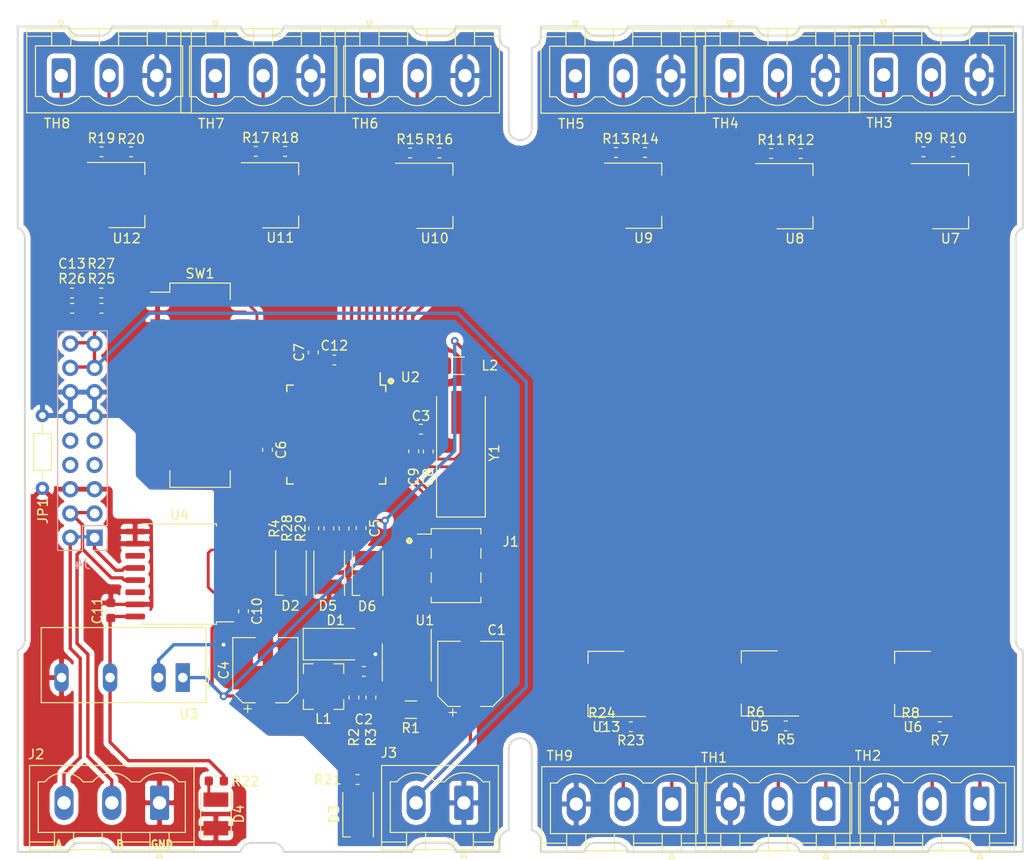
<source format=kicad_pcb>
(kicad_pcb (version 20171130) (host pcbnew 5.0.2+dfsg1-1)

  (general
    (thickness 1.6)
    (drawings 36094)
    (tracks 442)
    (zones 0)
    (modules 79)
    (nets 90)
  )

  (page A4)
  (layers
    (0 F.Cu signal)
    (31 B.Cu signal)
    (32 B.Adhes user)
    (33 F.Adhes user)
    (34 B.Paste user)
    (35 F.Paste user)
    (36 B.SilkS user)
    (37 F.SilkS user)
    (38 B.Mask user)
    (39 F.Mask user)
    (40 Dwgs.User user hide)
    (41 Cmts.User user)
    (42 Eco1.User user)
    (43 Eco2.User user)
    (44 Edge.Cuts user)
    (45 Margin user)
    (46 B.CrtYd user)
    (47 F.CrtYd user)
    (48 B.Fab user)
    (49 F.Fab user)
  )

  (setup
    (last_trace_width 0.25)
    (user_trace_width 0.3)
    (user_trace_width 0.35)
    (trace_clearance 0.2)
    (zone_clearance 0.508)
    (zone_45_only no)
    (trace_min 0.2)
    (segment_width 0.2)
    (edge_width 0.05)
    (via_size 0.8)
    (via_drill 0.4)
    (via_min_size 0.4)
    (via_min_drill 0.3)
    (uvia_size 0.3)
    (uvia_drill 0.1)
    (uvias_allowed no)
    (uvia_min_size 0.2)
    (uvia_min_drill 0.1)
    (pcb_text_width 0.3)
    (pcb_text_size 1.5 1.5)
    (mod_edge_width 0.12)
    (mod_text_size 1 1)
    (mod_text_width 0.15)
    (pad_size 1.524 1.524)
    (pad_drill 0.762)
    (pad_to_mask_clearance 0.051)
    (solder_mask_min_width 0.25)
    (aux_axis_origin 0 0)
    (visible_elements FFFFFF7F)
    (pcbplotparams
      (layerselection 0x010fc_ffffffff)
      (usegerberextensions false)
      (usegerberattributes false)
      (usegerberadvancedattributes false)
      (creategerberjobfile false)
      (excludeedgelayer true)
      (linewidth 0.100000)
      (plotframeref false)
      (viasonmask false)
      (mode 1)
      (useauxorigin false)
      (hpglpennumber 1)
      (hpglpenspeed 20)
      (hpglpendiameter 15.000000)
      (psnegative false)
      (psa4output false)
      (plotreference true)
      (plotvalue true)
      (plotinvisibletext false)
      (padsonsilk false)
      (subtractmaskfromsilk false)
      (outputformat 1)
      (mirror false)
      (drillshape 1)
      (scaleselection 1)
      (outputdirectory ""))
  )

  (net 0 "")
  (net 1 "Net-(R5-Pad1)")
  (net 2 GNDD)
  (net 3 /pt100_ch0/Vout)
  (net 4 "Net-(R1-Pad1)")
  (net 5 +24V)
  (net 6 "Net-(R2-Pad2)")
  (net 7 "Net-(C2-Pad1)")
  (net 8 "Net-(D1-Pad1)")
  (net 9 +3V3)
  (net 10 "Net-(R16-Pad1)")
  (net 11 "Net-(R15-Pad2)")
  (net 12 "Net-(R20-Pad1)")
  (net 13 "Net-(R19-Pad2)")
  (net 14 "Net-(R19-Pad1)")
  (net 15 "Net-(R18-Pad1)")
  (net 16 "Net-(R17-Pad2)")
  (net 17 "Net-(R17-Pad1)")
  (net 18 "Net-(R15-Pad1)")
  (net 19 "Net-(R13-Pad2)")
  (net 20 "Net-(R14-Pad1)")
  (net 21 "Net-(R13-Pad1)")
  (net 22 "Net-(R11-Pad2)")
  (net 23 "Net-(R12-Pad1)")
  (net 24 "Net-(R6-Pad1)")
  (net 25 "Net-(R7-Pad1)")
  (net 26 "Net-(R9-Pad1)")
  (net 27 "Net-(R10-Pad2)")
  (net 28 "Net-(R10-Pad1)")
  (net 29 "Net-(R11-Pad1)")
  (net 30 RX)
  (net 31 DE)
  (net 32 TX)
  (net 33 /pt100_ch5/Vout)
  (net 34 /pt100_ch6/Vout)
  (net 35 /pt100_ch7/Vout)
  (net 36 "Net-(D2-Pad2)")
  (net 37 "Net-(U2-Pad21)")
  (net 38 PDI_DATA)
  (net 39 PDI_CLK)
  (net 40 "Net-(C9-Pad1)")
  (net 41 "Net-(C8-Pad1)")
  (net 42 /pt100_ch1/Vout)
  (net 43 /pt100_ch2/Vout)
  (net 44 /pt100_ch3/Vout)
  (net 45 /pt100_ch4/Vout)
  (net 46 "Net-(J1-Pad3)")
  (net 47 "Net-(J1-Pad4)")
  (net 48 "Net-(R5-Pad2)")
  (net 49 "Net-(R7-Pad2)")
  (net 50 "Net-(R8-Pad1)")
  (net 51 GNDA)
  (net 52 "Net-(U4-Pad11)")
  (net 53 "Net-(U4-Pad14)")
  (net 54 +5VA)
  (net 55 "Net-(C3-Pad2)")
  (net 56 "Net-(D4-Pad2)")
  (net 57 "Net-(D3-Pad2)")
  (net 58 "Net-(R4-Pad1)")
  (net 59 /pt100_ch8/Vout)
  (net 60 "Net-(U2-Pad6)")
  (net 61 "Net-(U2-Pad7)")
  (net 62 "Net-(R24-Pad1)")
  (net 63 "Net-(R23-Pad2)")
  (net 64 "Net-(R23-Pad1)")
  (net 65 "Net-(SW1-Pad16)")
  (net 66 "Net-(SW1-Pad15)")
  (net 67 "Net-(SW1-Pad14)")
  (net 68 "Net-(SW1-Pad13)")
  (net 69 "Net-(SW1-Pad12)")
  (net 70 "Net-(SW1-Pad11)")
  (net 71 "Net-(SW1-Pad10)")
  (net 72 "Net-(SW1-Pad9)")
  (net 73 "Net-(U2-Pad28)")
  (net 74 "Net-(U2-Pad29)")
  (net 75 "Net-(U2-Pad33)")
  (net 76 Vin_sense)
  (net 77 "Net-(R25-Pad2)")
  (net 78 "Net-(U2-Pad20)")
  (net 79 "Net-(R28-Pad1)")
  (net 80 "Net-(D5-Pad2)")
  (net 81 "Net-(R29-Pad1)")
  (net 82 "Net-(D6-Pad2)")
  (net 83 "Net-(J4-Pad9)")
  (net 84 "Net-(J4-Pad10)")
  (net 85 "Net-(U2-Pad32)")
  (net 86 "Net-(J4-Pad7)")
  (net 87 "Net-(J4-Pad8)")
  (net 88 RS485A)
  (net 89 RS485B)

  (net_class Default "Dies ist die voreingestellte Netzklasse."
    (clearance 0.2)
    (trace_width 0.25)
    (via_dia 0.8)
    (via_drill 0.4)
    (uvia_dia 0.3)
    (uvia_drill 0.1)
    (add_net +24V)
    (add_net +3V3)
    (add_net +5VA)
    (add_net /pt100_ch0/Vout)
    (add_net /pt100_ch1/Vout)
    (add_net /pt100_ch2/Vout)
    (add_net /pt100_ch3/Vout)
    (add_net /pt100_ch4/Vout)
    (add_net /pt100_ch5/Vout)
    (add_net /pt100_ch6/Vout)
    (add_net /pt100_ch7/Vout)
    (add_net /pt100_ch8/Vout)
    (add_net DE)
    (add_net GNDA)
    (add_net GNDD)
    (add_net "Net-(C2-Pad1)")
    (add_net "Net-(C3-Pad2)")
    (add_net "Net-(C8-Pad1)")
    (add_net "Net-(C9-Pad1)")
    (add_net "Net-(D1-Pad1)")
    (add_net "Net-(D2-Pad2)")
    (add_net "Net-(D3-Pad2)")
    (add_net "Net-(D4-Pad2)")
    (add_net "Net-(D5-Pad2)")
    (add_net "Net-(D6-Pad2)")
    (add_net "Net-(J1-Pad3)")
    (add_net "Net-(J1-Pad4)")
    (add_net "Net-(J4-Pad10)")
    (add_net "Net-(J4-Pad7)")
    (add_net "Net-(J4-Pad8)")
    (add_net "Net-(J4-Pad9)")
    (add_net "Net-(R1-Pad1)")
    (add_net "Net-(R10-Pad1)")
    (add_net "Net-(R10-Pad2)")
    (add_net "Net-(R11-Pad1)")
    (add_net "Net-(R11-Pad2)")
    (add_net "Net-(R12-Pad1)")
    (add_net "Net-(R13-Pad1)")
    (add_net "Net-(R13-Pad2)")
    (add_net "Net-(R14-Pad1)")
    (add_net "Net-(R15-Pad1)")
    (add_net "Net-(R15-Pad2)")
    (add_net "Net-(R16-Pad1)")
    (add_net "Net-(R17-Pad1)")
    (add_net "Net-(R17-Pad2)")
    (add_net "Net-(R18-Pad1)")
    (add_net "Net-(R19-Pad1)")
    (add_net "Net-(R19-Pad2)")
    (add_net "Net-(R2-Pad2)")
    (add_net "Net-(R20-Pad1)")
    (add_net "Net-(R23-Pad1)")
    (add_net "Net-(R23-Pad2)")
    (add_net "Net-(R24-Pad1)")
    (add_net "Net-(R25-Pad2)")
    (add_net "Net-(R28-Pad1)")
    (add_net "Net-(R29-Pad1)")
    (add_net "Net-(R4-Pad1)")
    (add_net "Net-(R5-Pad1)")
    (add_net "Net-(R5-Pad2)")
    (add_net "Net-(R6-Pad1)")
    (add_net "Net-(R7-Pad1)")
    (add_net "Net-(R7-Pad2)")
    (add_net "Net-(R8-Pad1)")
    (add_net "Net-(R9-Pad1)")
    (add_net "Net-(SW1-Pad10)")
    (add_net "Net-(SW1-Pad11)")
    (add_net "Net-(SW1-Pad12)")
    (add_net "Net-(SW1-Pad13)")
    (add_net "Net-(SW1-Pad14)")
    (add_net "Net-(SW1-Pad15)")
    (add_net "Net-(SW1-Pad16)")
    (add_net "Net-(SW1-Pad9)")
    (add_net "Net-(U2-Pad20)")
    (add_net "Net-(U2-Pad21)")
    (add_net "Net-(U2-Pad28)")
    (add_net "Net-(U2-Pad29)")
    (add_net "Net-(U2-Pad32)")
    (add_net "Net-(U2-Pad33)")
    (add_net "Net-(U2-Pad6)")
    (add_net "Net-(U2-Pad7)")
    (add_net "Net-(U4-Pad11)")
    (add_net "Net-(U4-Pad14)")
    (add_net PDI_CLK)
    (add_net PDI_DATA)
    (add_net RS485A)
    (add_net RS485B)
    (add_net RX)
    (add_net TX)
    (add_net Vin_sense)
  )

  (module Resistor_THT:R_Axial_DIN0204_L3.6mm_D1.6mm_P7.62mm_Horizontal (layer F.Cu) (tedit 5AE5139B) (tstamp 5E57EE26)
    (at 66.2432 87.63 90)
    (descr "Resistor, Axial_DIN0204 series, Axial, Horizontal, pin pitch=7.62mm, 0.167W, length*diameter=3.6*1.6mm^2, http://cdn-reichelt.de/documents/datenblatt/B400/1_4W%23YAG.pdf")
    (tags "Resistor Axial_DIN0204 series Axial Horizontal pin pitch 7.62mm 0.167W length 3.6mm diameter 1.6mm")
    (path /5EA4860A)
    (fp_text reference JP1 (at -2.3876 0.0508 90) (layer F.SilkS)
      (effects (font (size 1 1) (thickness 0.15)))
    )
    (fp_text value Jumper (at 3.81 1.92 90) (layer F.Fab)
      (effects (font (size 1 1) (thickness 0.15)))
    )
    (fp_line (start 2.01 -0.8) (end 2.01 0.8) (layer F.Fab) (width 0.1))
    (fp_line (start 2.01 0.8) (end 5.61 0.8) (layer F.Fab) (width 0.1))
    (fp_line (start 5.61 0.8) (end 5.61 -0.8) (layer F.Fab) (width 0.1))
    (fp_line (start 5.61 -0.8) (end 2.01 -0.8) (layer F.Fab) (width 0.1))
    (fp_line (start 0 0) (end 2.01 0) (layer F.Fab) (width 0.1))
    (fp_line (start 7.62 0) (end 5.61 0) (layer F.Fab) (width 0.1))
    (fp_line (start 1.89 -0.92) (end 1.89 0.92) (layer F.SilkS) (width 0.12))
    (fp_line (start 1.89 0.92) (end 5.73 0.92) (layer F.SilkS) (width 0.12))
    (fp_line (start 5.73 0.92) (end 5.73 -0.92) (layer F.SilkS) (width 0.12))
    (fp_line (start 5.73 -0.92) (end 1.89 -0.92) (layer F.SilkS) (width 0.12))
    (fp_line (start 0.94 0) (end 1.89 0) (layer F.SilkS) (width 0.12))
    (fp_line (start 6.68 0) (end 5.73 0) (layer F.SilkS) (width 0.12))
    (fp_line (start -0.95 -1.05) (end -0.95 1.05) (layer F.CrtYd) (width 0.05))
    (fp_line (start -0.95 1.05) (end 8.57 1.05) (layer F.CrtYd) (width 0.05))
    (fp_line (start 8.57 1.05) (end 8.57 -1.05) (layer F.CrtYd) (width 0.05))
    (fp_line (start 8.57 -1.05) (end -0.95 -1.05) (layer F.CrtYd) (width 0.05))
    (fp_text user %R (at 3.81 0 90) (layer F.Fab)
      (effects (font (size 0.72 0.72) (thickness 0.108)))
    )
    (pad 1 thru_hole circle (at 0 0 90) (size 1.4 1.4) (drill 0.7) (layers *.Cu *.Mask)
      (net 51 GNDA))
    (pad 2 thru_hole oval (at 7.62 0 90) (size 1.4 1.4) (drill 0.7) (layers *.Cu *.Mask)
      (net 2 GNDD))
    (model ${KISYS3DMOD}/Resistor_THT.3dshapes/R_Axial_DIN0204_L3.6mm_D1.6mm_P7.62mm_Horizontal.wrl
      (at (xyz 0 0 0))
      (scale (xyz 1 1 1))
      (rotate (xyz 0 0 0))
    )
  )

  (module Inductor_SMD:L_1206_3216Metric (layer F.Cu) (tedit 5B301BBE) (tstamp 5E671148)
    (at 109.8 74.8 180)
    (descr "Inductor SMD 1206 (3216 Metric), square (rectangular) end terminal, IPC_7351 nominal, (Body size source: http://www.tortai-tech.com/upload/download/2011102023233369053.pdf), generated with kicad-footprint-generator")
    (tags inductor)
    (path /5E504E2C)
    (attr smd)
    (fp_text reference L2 (at -3.2808 0.0224 180) (layer F.SilkS)
      (effects (font (size 1 1) (thickness 0.15)))
    )
    (fp_text value 10u (at 0 1.82 180) (layer F.Fab)
      (effects (font (size 1 1) (thickness 0.15)))
    )
    (fp_line (start -1.6 0.8) (end -1.6 -0.8) (layer F.Fab) (width 0.1))
    (fp_line (start -1.6 -0.8) (end 1.6 -0.8) (layer F.Fab) (width 0.1))
    (fp_line (start 1.6 -0.8) (end 1.6 0.8) (layer F.Fab) (width 0.1))
    (fp_line (start 1.6 0.8) (end -1.6 0.8) (layer F.Fab) (width 0.1))
    (fp_line (start -0.602064 -0.91) (end 0.602064 -0.91) (layer F.SilkS) (width 0.12))
    (fp_line (start -0.602064 0.91) (end 0.602064 0.91) (layer F.SilkS) (width 0.12))
    (fp_line (start -2.28 1.12) (end -2.28 -1.12) (layer F.CrtYd) (width 0.05))
    (fp_line (start -2.28 -1.12) (end 2.28 -1.12) (layer F.CrtYd) (width 0.05))
    (fp_line (start 2.28 -1.12) (end 2.28 1.12) (layer F.CrtYd) (width 0.05))
    (fp_line (start 2.28 1.12) (end -2.28 1.12) (layer F.CrtYd) (width 0.05))
    (fp_text user %R (at 0 0 180) (layer F.Fab)
      (effects (font (size 0.8 0.8) (thickness 0.12)))
    )
    (pad 1 smd roundrect (at -1.4 0 180) (size 1.25 1.75) (layers F.Cu F.Paste F.Mask) (roundrect_rratio 0.2)
      (net 9 +3V3))
    (pad 2 smd roundrect (at 1.4 0 180) (size 1.25 1.75) (layers F.Cu F.Paste F.Mask) (roundrect_rratio 0.2)
      (net 55 "Net-(C3-Pad2)"))
    (model ${KISYS3DMOD}/Inductor_SMD.3dshapes/L_1206_3216Metric.wrl
      (at (xyz 0 0 0))
      (scale (xyz 1 1 1))
      (rotate (xyz 0 0 0))
    )
  )

  (module Capacitor_SMD:C_0603_1608Metric (layer F.Cu) (tedit 5B301BBE) (tstamp 5E672141)
    (at 69.332 67.1855 180)
    (descr "Capacitor SMD 0603 (1608 Metric), square (rectangular) end terminal, IPC_7351 nominal, (Body size source: http://www.tortai-tech.com/upload/download/2011102023233369053.pdf), generated with kicad-footprint-generator")
    (tags capacitor)
    (path /5E6355B0)
    (attr smd)
    (fp_text reference C13 (at 0 3.0759 180) (layer F.SilkS)
      (effects (font (size 1 1) (thickness 0.15)))
    )
    (fp_text value 100n (at 0 1.43 180) (layer F.Fab)
      (effects (font (size 1 1) (thickness 0.15)))
    )
    (fp_text user %R (at 0 0 180) (layer F.Fab)
      (effects (font (size 0.4 0.4) (thickness 0.06)))
    )
    (fp_line (start 1.48 0.73) (end -1.48 0.73) (layer F.CrtYd) (width 0.05))
    (fp_line (start 1.48 -0.73) (end 1.48 0.73) (layer F.CrtYd) (width 0.05))
    (fp_line (start -1.48 -0.73) (end 1.48 -0.73) (layer F.CrtYd) (width 0.05))
    (fp_line (start -1.48 0.73) (end -1.48 -0.73) (layer F.CrtYd) (width 0.05))
    (fp_line (start -0.162779 0.51) (end 0.162779 0.51) (layer F.SilkS) (width 0.12))
    (fp_line (start -0.162779 -0.51) (end 0.162779 -0.51) (layer F.SilkS) (width 0.12))
    (fp_line (start 0.8 0.4) (end -0.8 0.4) (layer F.Fab) (width 0.1))
    (fp_line (start 0.8 -0.4) (end 0.8 0.4) (layer F.Fab) (width 0.1))
    (fp_line (start -0.8 -0.4) (end 0.8 -0.4) (layer F.Fab) (width 0.1))
    (fp_line (start -0.8 0.4) (end -0.8 -0.4) (layer F.Fab) (width 0.1))
    (pad 2 smd roundrect (at 0.7875 0 180) (size 0.875 0.95) (layers F.Cu F.Paste F.Mask) (roundrect_rratio 0.25)
      (net 2 GNDD))
    (pad 1 smd roundrect (at -0.7875 0 180) (size 0.875 0.95) (layers F.Cu F.Paste F.Mask) (roundrect_rratio 0.25)
      (net 76 Vin_sense))
    (model ${KISYS3DMOD}/Capacitor_SMD.3dshapes/C_0603_1608Metric.wrl
      (at (xyz 0 0 0))
      (scale (xyz 1 1 1))
      (rotate (xyz 0 0 0))
    )
  )

  (module Package_QFP:TQFP-44_10x10mm_P0.8mm (layer F.Cu) (tedit 5E5308C0) (tstamp 5E6718DC)
    (at 97 82 270)
    (descr "44-Lead Plastic Thin Quad Flatpack (PT) - 10x10x1.0 mm Body [TQFP] (see Microchip Packaging Specification 00000049BS.pdf)")
    (tags "QFP 0.8")
    (path /5E4C815A)
    (attr smd)
    (fp_text reference U2 (at -6.0032 -7.7496) (layer F.SilkS)
      (effects (font (size 1 1) (thickness 0.15)))
    )
    (fp_text value ATXMEGA32A4-AU (at 0 7.45 270) (layer F.Fab)
      (effects (font (size 1 1) (thickness 0.15)))
    )
    (fp_text user %R (at 0 0 270) (layer F.Fab)
      (effects (font (size 1 1) (thickness 0.15)))
    )
    (fp_line (start -4 -5) (end 5 -5) (layer F.Fab) (width 0.15))
    (fp_line (start 5 -5) (end 5 5) (layer F.Fab) (width 0.15))
    (fp_line (start 5 5) (end -5 5) (layer F.Fab) (width 0.15))
    (fp_line (start -5 5) (end -5 -4) (layer F.Fab) (width 0.15))
    (fp_line (start -5 -4) (end -4 -5) (layer F.Fab) (width 0.15))
    (fp_line (start -6.7 -6.7) (end -6.7 6.7) (layer F.CrtYd) (width 0.05))
    (fp_line (start 6.7 -6.7) (end 6.7 6.7) (layer F.CrtYd) (width 0.05))
    (fp_line (start -6.7 -6.7) (end 6.7 -6.7) (layer F.CrtYd) (width 0.05))
    (fp_line (start -6.7 6.7) (end 6.7 6.7) (layer F.CrtYd) (width 0.05))
    (fp_line (start -5.175 -5.175) (end -5.175 -4.6) (layer F.SilkS) (width 0.15))
    (fp_line (start 5.175 -5.175) (end 5.175 -4.5) (layer F.SilkS) (width 0.15))
    (fp_line (start 5.175 5.175) (end 5.175 4.5) (layer F.SilkS) (width 0.15))
    (fp_line (start -5.175 5.175) (end -5.175 4.5) (layer F.SilkS) (width 0.15))
    (fp_line (start -5.175 -5.175) (end -4.5 -5.175) (layer F.SilkS) (width 0.15))
    (fp_line (start -5.175 5.175) (end -4.5 5.175) (layer F.SilkS) (width 0.15))
    (fp_line (start 5.175 5.175) (end 4.5 5.175) (layer F.SilkS) (width 0.15))
    (fp_line (start 5.175 -5.175) (end 4.5 -5.175) (layer F.SilkS) (width 0.15))
    (fp_line (start -5.175 -4.6) (end -6.45 -4.6) (layer F.SilkS) (width 0.15))
    (pad 1 smd rect (at -5.7 -4 270) (size 1.5 0.55) (layers F.Cu F.Paste F.Mask)
      (net 33 /pt100_ch5/Vout))
    (pad 2 smd rect (at -5.7 -3.2 270) (size 1.5 0.55) (layers F.Cu F.Paste F.Mask)
      (net 34 /pt100_ch6/Vout))
    (pad 3 smd rect (at -5.7 -2.4 270) (size 1.5 0.55) (layers F.Cu F.Paste F.Mask)
      (net 35 /pt100_ch7/Vout))
    (pad 4 smd rect (at -5.7 -1.6 270) (size 1.5 0.55) (layers F.Cu F.Paste F.Mask)
      (net 59 /pt100_ch8/Vout))
    (pad 5 smd rect (at -5.7 -0.8 270) (size 1.5 0.55) (layers F.Cu F.Paste F.Mask)
      (net 76 Vin_sense))
    (pad 6 smd rect (at -5.7 0 270) (size 1.5 0.55) (layers F.Cu F.Paste F.Mask)
      (net 60 "Net-(U2-Pad6)"))
    (pad 7 smd rect (at -5.7 0.8 270) (size 1.5 0.55) (layers F.Cu F.Paste F.Mask)
      (net 61 "Net-(U2-Pad7)"))
    (pad 8 smd rect (at -5.7 1.6 270) (size 1.5 0.55) (layers F.Cu F.Paste F.Mask)
      (net 2 GNDD))
    (pad 9 smd rect (at -5.7 2.4 270) (size 1.5 0.55) (layers F.Cu F.Paste F.Mask)
      (net 9 +3V3))
    (pad 10 smd rect (at -5.7 3.2 270) (size 1.5 0.55) (layers F.Cu F.Paste F.Mask)
      (net 65 "Net-(SW1-Pad16)"))
    (pad 11 smd rect (at -5.7 4 270) (size 1.5 0.55) (layers F.Cu F.Paste F.Mask)
      (net 66 "Net-(SW1-Pad15)"))
    (pad 12 smd rect (at -4 5.7) (size 1.5 0.55) (layers F.Cu F.Paste F.Mask)
      (net 67 "Net-(SW1-Pad14)"))
    (pad 13 smd rect (at -3.2 5.7) (size 1.5 0.55) (layers F.Cu F.Paste F.Mask)
      (net 68 "Net-(SW1-Pad13)"))
    (pad 14 smd rect (at -2.4 5.7) (size 1.5 0.55) (layers F.Cu F.Paste F.Mask)
      (net 69 "Net-(SW1-Pad12)"))
    (pad 15 smd rect (at -1.6 5.7) (size 1.5 0.55) (layers F.Cu F.Paste F.Mask)
      (net 70 "Net-(SW1-Pad11)"))
    (pad 16 smd rect (at -0.8 5.7) (size 1.5 0.55) (layers F.Cu F.Paste F.Mask)
      (net 71 "Net-(SW1-Pad10)"))
    (pad 17 smd rect (at 0 5.7) (size 1.5 0.55) (layers F.Cu F.Paste F.Mask)
      (net 72 "Net-(SW1-Pad9)"))
    (pad 18 smd rect (at 0.8 5.7) (size 1.5 0.55) (layers F.Cu F.Paste F.Mask)
      (net 2 GNDD))
    (pad 19 smd rect (at 1.6 5.7) (size 1.5 0.55) (layers F.Cu F.Paste F.Mask)
      (net 9 +3V3))
    (pad 20 smd rect (at 2.4 5.7) (size 1.5 0.55) (layers F.Cu F.Paste F.Mask)
      (net 78 "Net-(U2-Pad20)"))
    (pad 21 smd rect (at 3.2 5.7) (size 1.5 0.55) (layers F.Cu F.Paste F.Mask)
      (net 37 "Net-(U2-Pad21)"))
    (pad 22 smd rect (at 4 5.7) (size 1.5 0.55) (layers F.Cu F.Paste F.Mask)
      (net 30 RX))
    (pad 23 smd rect (at 5.7 4 270) (size 1.5 0.55) (layers F.Cu F.Paste F.Mask)
      (net 32 TX))
    (pad 24 smd rect (at 5.7 3.2 270) (size 1.5 0.55) (layers F.Cu F.Paste F.Mask)
      (net 31 DE))
    (pad 25 smd rect (at 5.7 2.4 270) (size 1.5 0.55) (layers F.Cu F.Paste F.Mask)
      (net 58 "Net-(R4-Pad1)"))
    (pad 26 smd rect (at 5.7 1.6 270) (size 1.5 0.55) (layers F.Cu F.Paste F.Mask)
      (net 79 "Net-(R28-Pad1)"))
    (pad 27 smd rect (at 5.7 0.8 270) (size 1.5 0.55) (layers F.Cu F.Paste F.Mask)
      (net 81 "Net-(R29-Pad1)"))
    (pad 28 smd rect (at 5.7 0 270) (size 1.5 0.55) (layers F.Cu F.Paste F.Mask)
      (net 73 "Net-(U2-Pad28)"))
    (pad 29 smd rect (at 5.7 -0.8 270) (size 1.5 0.55) (layers F.Cu F.Paste F.Mask)
      (net 74 "Net-(U2-Pad29)"))
    (pad 30 smd rect (at 5.7 -1.6 270) (size 1.5 0.55) (layers F.Cu F.Paste F.Mask)
      (net 2 GNDD))
    (pad 31 smd rect (at 5.7 -2.4 270) (size 1.5 0.55) (layers F.Cu F.Paste F.Mask)
      (net 9 +3V3))
    (pad 32 smd rect (at 5.7 -3.2 270) (size 1.5 0.55) (layers F.Cu F.Paste F.Mask)
      (net 85 "Net-(U2-Pad32)"))
    (pad 33 smd rect (at 5.7 -4 270) (size 1.5 0.55) (layers F.Cu F.Paste F.Mask)
      (net 75 "Net-(U2-Pad33)"))
    (pad 34 smd rect (at 4 -5.7) (size 1.5 0.55) (layers F.Cu F.Paste F.Mask)
      (net 38 PDI_DATA))
    (pad 35 smd rect (at 3.2 -5.7) (size 1.5 0.55) (layers F.Cu F.Paste F.Mask)
      (net 39 PDI_CLK))
    (pad 36 smd rect (at 2.4 -5.7) (size 1.5 0.55) (layers F.Cu F.Paste F.Mask)
      (net 40 "Net-(C9-Pad1)"))
    (pad 37 smd rect (at 1.6 -5.7) (size 1.5 0.55) (layers F.Cu F.Paste F.Mask)
      (net 41 "Net-(C8-Pad1)"))
    (pad 38 smd rect (at 0.8 -5.7) (size 1.5 0.55) (layers F.Cu F.Paste F.Mask)
      (net 2 GNDD))
    (pad 39 smd rect (at 0 -5.7) (size 1.5 0.55) (layers F.Cu F.Paste F.Mask)
      (net 55 "Net-(C3-Pad2)"))
    (pad 40 smd rect (at -0.8 -5.7) (size 1.5 0.55) (layers F.Cu F.Paste F.Mask)
      (net 3 /pt100_ch0/Vout))
    (pad 41 smd rect (at -1.6 -5.7) (size 1.5 0.55) (layers F.Cu F.Paste F.Mask)
      (net 42 /pt100_ch1/Vout))
    (pad 42 smd rect (at -2.4 -5.7) (size 1.5 0.55) (layers F.Cu F.Paste F.Mask)
      (net 43 /pt100_ch2/Vout))
    (pad 43 smd rect (at -3.2 -5.7) (size 1.5 0.55) (layers F.Cu F.Paste F.Mask)
      (net 44 /pt100_ch3/Vout))
    (pad 44 smd rect (at -4 -5.7) (size 1.5 0.55) (layers F.Cu F.Paste F.Mask)
      (net 45 /pt100_ch4/Vout))
    (model ${KISYS3DMOD}/Package_QFP.3dshapes/TQFP-44_10x10mm_P0.8mm.wrl
      (at (xyz 0 0 0))
      (scale (xyz 1 1 1))
      (rotate (xyz 0 0 0))
    )
  )

  (module Connector_PinSocket_2.54mm:PinSocket_2x09_P2.54mm_Vertical (layer B.Cu) (tedit 5A19A41B) (tstamp 5E670E14)
    (at 71.7 92.8)
    (descr "Through hole straight socket strip, 2x09, 2.54mm pitch, double cols (from Kicad 4.0.7), script generated")
    (tags "Through hole socket strip THT 2x09 2.54mm double row")
    (path /5E836A6F)
    (fp_text reference J4 (at -1.27 2.77) (layer B.SilkS)
      (effects (font (size 1 1) (thickness 0.15)) (justify mirror))
    )
    (fp_text value Conn_02x09_Odd_Even (at -1.27 -23.09) (layer B.Fab)
      (effects (font (size 1 1) (thickness 0.15)) (justify mirror))
    )
    (fp_line (start -3.81 1.27) (end 0.27 1.27) (layer B.Fab) (width 0.1))
    (fp_line (start 0.27 1.27) (end 1.27 0.27) (layer B.Fab) (width 0.1))
    (fp_line (start 1.27 0.27) (end 1.27 -21.59) (layer B.Fab) (width 0.1))
    (fp_line (start 1.27 -21.59) (end -3.81 -21.59) (layer B.Fab) (width 0.1))
    (fp_line (start -3.81 -21.59) (end -3.81 1.27) (layer B.Fab) (width 0.1))
    (fp_line (start -3.87 1.33) (end -1.27 1.33) (layer B.SilkS) (width 0.12))
    (fp_line (start -3.87 1.33) (end -3.87 -21.65) (layer B.SilkS) (width 0.12))
    (fp_line (start -3.87 -21.65) (end 1.33 -21.65) (layer B.SilkS) (width 0.12))
    (fp_line (start 1.33 -1.27) (end 1.33 -21.65) (layer B.SilkS) (width 0.12))
    (fp_line (start -1.27 -1.27) (end 1.33 -1.27) (layer B.SilkS) (width 0.12))
    (fp_line (start -1.27 1.33) (end -1.27 -1.27) (layer B.SilkS) (width 0.12))
    (fp_line (start 1.33 1.33) (end 1.33 0) (layer B.SilkS) (width 0.12))
    (fp_line (start 0 1.33) (end 1.33 1.33) (layer B.SilkS) (width 0.12))
    (fp_line (start -4.34 1.8) (end 1.76 1.8) (layer B.CrtYd) (width 0.05))
    (fp_line (start 1.76 1.8) (end 1.76 -22.1) (layer B.CrtYd) (width 0.05))
    (fp_line (start 1.76 -22.1) (end -4.34 -22.1) (layer B.CrtYd) (width 0.05))
    (fp_line (start -4.34 -22.1) (end -4.34 1.8) (layer B.CrtYd) (width 0.05))
    (fp_text user %R (at -1.27 -10.16 -90) (layer B.Fab)
      (effects (font (size 1 1) (thickness 0.15)) (justify mirror))
    )
    (pad 1 thru_hole rect (at 0 0) (size 1.7 1.7) (drill 1) (layers *.Cu *.Mask)
      (net 88 RS485A))
    (pad 2 thru_hole oval (at -2.54 0) (size 1.7 1.7) (drill 1) (layers *.Cu *.Mask)
      (net 88 RS485A))
    (pad 3 thru_hole oval (at 0 -2.54) (size 1.7 1.7) (drill 1) (layers *.Cu *.Mask)
      (net 89 RS485B))
    (pad 4 thru_hole oval (at -2.54 -2.54) (size 1.7 1.7) (drill 1) (layers *.Cu *.Mask)
      (net 89 RS485B))
    (pad 5 thru_hole oval (at 0 -5.08) (size 1.7 1.7) (drill 1) (layers *.Cu *.Mask)
      (net 51 GNDA))
    (pad 6 thru_hole oval (at -2.54 -5.08) (size 1.7 1.7) (drill 1) (layers *.Cu *.Mask)
      (net 51 GNDA))
    (pad 7 thru_hole oval (at 0 -7.62) (size 1.7 1.7) (drill 1) (layers *.Cu *.Mask)
      (net 86 "Net-(J4-Pad7)"))
    (pad 8 thru_hole oval (at -2.54 -7.62) (size 1.7 1.7) (drill 1) (layers *.Cu *.Mask)
      (net 87 "Net-(J4-Pad8)"))
    (pad 9 thru_hole oval (at 0 -10.16) (size 1.7 1.7) (drill 1) (layers *.Cu *.Mask)
      (net 83 "Net-(J4-Pad9)"))
    (pad 10 thru_hole oval (at -2.54 -10.16) (size 1.7 1.7) (drill 1) (layers *.Cu *.Mask)
      (net 84 "Net-(J4-Pad10)"))
    (pad 11 thru_hole oval (at 0 -12.7) (size 1.7 1.7) (drill 1) (layers *.Cu *.Mask)
      (net 2 GNDD))
    (pad 12 thru_hole oval (at -2.54 -12.7) (size 1.7 1.7) (drill 1) (layers *.Cu *.Mask)
      (net 2 GNDD))
    (pad 13 thru_hole oval (at 0 -15.24) (size 1.7 1.7) (drill 1) (layers *.Cu *.Mask)
      (net 2 GNDD))
    (pad 14 thru_hole oval (at -2.54 -15.24) (size 1.7 1.7) (drill 1) (layers *.Cu *.Mask)
      (net 2 GNDD))
    (pad 15 thru_hole oval (at 0 -17.78) (size 1.7 1.7) (drill 1) (layers *.Cu *.Mask)
      (net 5 +24V))
    (pad 16 thru_hole oval (at -2.54 -17.78) (size 1.7 1.7) (drill 1) (layers *.Cu *.Mask)
      (net 5 +24V))
    (pad 17 thru_hole oval (at 0 -20.32) (size 1.7 1.7) (drill 1) (layers *.Cu *.Mask)
      (net 5 +24V))
    (pad 18 thru_hole oval (at -2.54 -20.32) (size 1.7 1.7) (drill 1) (layers *.Cu *.Mask)
      (net 5 +24V))
    (model ${KISYS3DMOD}/Connector_PinSocket_2.54mm.3dshapes/PinSocket_2x09_P2.54mm_Vertical.wrl
      (at (xyz 0 0 0))
      (scale (xyz 1 1 1))
      (rotate (xyz 0 0 0))
    )
  )

  (module LED_SMD:LED_PLCC-2 (layer F.Cu) (tedit 59959404) (tstamp 5E670EDE)
    (at 100.274701 96.435799 90)
    (descr "LED PLCC-2 SMD package")
    (tags "LED PLCC-2 SMD")
    (path /5E7DC114)
    (attr smd)
    (fp_text reference D6 (at -3.538601 -0.046301 180) (layer F.SilkS)
      (effects (font (size 1 1) (thickness 0.15)))
    )
    (fp_text value LED (at 0 2.5 90) (layer F.Fab)
      (effects (font (size 1 1) (thickness 0.15)))
    )
    (fp_circle (center 0 0) (end 0 -1.25) (layer F.Fab) (width 0.1))
    (fp_line (start -1.7 -0.6) (end -0.8 -1.5) (layer F.Fab) (width 0.1))
    (fp_line (start 1.7 1.5) (end 1.7 -1.5) (layer F.Fab) (width 0.1))
    (fp_line (start 1.7 -1.5) (end -1.7 -1.5) (layer F.Fab) (width 0.1))
    (fp_line (start -1.7 -1.5) (end -1.7 1.5) (layer F.Fab) (width 0.1))
    (fp_line (start -1.7 1.5) (end 1.7 1.5) (layer F.Fab) (width 0.1))
    (fp_line (start -2.65 -1.85) (end 2.5 -1.85) (layer F.CrtYd) (width 0.05))
    (fp_line (start 2.5 -1.85) (end 2.5 1.85) (layer F.CrtYd) (width 0.05))
    (fp_line (start 2.5 1.85) (end -2.65 1.85) (layer F.CrtYd) (width 0.05))
    (fp_line (start -2.65 1.85) (end -2.65 -1.85) (layer F.CrtYd) (width 0.05))
    (fp_line (start 2.25 1.6) (end -2.4 1.6) (layer F.SilkS) (width 0.12))
    (fp_line (start 2.25 -1.6) (end -2.4 -1.6) (layer F.SilkS) (width 0.12))
    (fp_line (start -2.4 -1.6) (end -2.4 -0.8) (layer F.SilkS) (width 0.12))
    (fp_text user %R (at 0 0 90) (layer F.Fab)
      (effects (font (size 0.4 0.4) (thickness 0.1)))
    )
    (pad 1 smd rect (at -1.5 0 90) (size 1.5 2.6) (layers F.Cu F.Paste F.Mask)
      (net 2 GNDD))
    (pad 2 smd rect (at 1.5 0 90) (size 1.5 2.6) (layers F.Cu F.Paste F.Mask)
      (net 82 "Net-(D6-Pad2)"))
    (model ${KISYS3DMOD}/LED_SMD.3dshapes/LED_PLCC-2.wrl
      (at (xyz 0 0 0))
      (scale (xyz 1 1 1))
      (rotate (xyz 0 0 0))
    )
    (model /home/ejung/git/kicad-libs-own/3d/LED_PLCC-2.stp
      (at (xyz 0 0 0))
      (scale (xyz 1 1 1))
      (rotate (xyz 0 0 90))
    )
  )

  (module Resistor_SMD:R_0603_1608Metric (layer F.Cu) (tedit 5B301BBD) (tstamp 5E670F14)
    (at 97.8155 91.821 270)
    (descr "Resistor SMD 0603 (1608 Metric), square (rectangular) end terminal, IPC_7351 nominal, (Body size source: http://www.tortai-tech.com/upload/download/2011102023233369053.pdf), generated with kicad-footprint-generator")
    (tags resistor)
    (path /5E7DC11B)
    (attr smd)
    (fp_text reference R29 (at 0 4.5467 270) (layer F.SilkS)
      (effects (font (size 1 1) (thickness 0.15)))
    )
    (fp_text value 100 (at 0 1.43 270) (layer F.Fab)
      (effects (font (size 1 1) (thickness 0.15)))
    )
    (fp_line (start -0.8 0.4) (end -0.8 -0.4) (layer F.Fab) (width 0.1))
    (fp_line (start -0.8 -0.4) (end 0.8 -0.4) (layer F.Fab) (width 0.1))
    (fp_line (start 0.8 -0.4) (end 0.8 0.4) (layer F.Fab) (width 0.1))
    (fp_line (start 0.8 0.4) (end -0.8 0.4) (layer F.Fab) (width 0.1))
    (fp_line (start -0.162779 -0.51) (end 0.162779 -0.51) (layer F.SilkS) (width 0.12))
    (fp_line (start -0.162779 0.51) (end 0.162779 0.51) (layer F.SilkS) (width 0.12))
    (fp_line (start -1.48 0.73) (end -1.48 -0.73) (layer F.CrtYd) (width 0.05))
    (fp_line (start -1.48 -0.73) (end 1.48 -0.73) (layer F.CrtYd) (width 0.05))
    (fp_line (start 1.48 -0.73) (end 1.48 0.73) (layer F.CrtYd) (width 0.05))
    (fp_line (start 1.48 0.73) (end -1.48 0.73) (layer F.CrtYd) (width 0.05))
    (fp_text user %R (at 0 0 270) (layer F.Fab)
      (effects (font (size 0.4 0.4) (thickness 0.06)))
    )
    (pad 1 smd roundrect (at -0.7875 0 270) (size 0.875 0.95) (layers F.Cu F.Paste F.Mask) (roundrect_rratio 0.25)
      (net 81 "Net-(R29-Pad1)"))
    (pad 2 smd roundrect (at 0.7875 0 270) (size 0.875 0.95) (layers F.Cu F.Paste F.Mask) (roundrect_rratio 0.25)
      (net 82 "Net-(D6-Pad2)"))
    (model ${KISYS3DMOD}/Resistor_SMD.3dshapes/R_0603_1608Metric.wrl
      (at (xyz 0 0 0))
      (scale (xyz 1 1 1))
      (rotate (xyz 0 0 0))
    )
  )

  (module LED_SMD:LED_PLCC-2 (layer F.Cu) (tedit 59959404) (tstamp 5E672174)
    (at 96.261501 96.435799 90)
    (descr "LED PLCC-2 SMD package")
    (tags "LED PLCC-2 SMD")
    (path /5E7783BC)
    (attr smd)
    (fp_text reference D5 (at -3.487801 -0.147901 180) (layer F.SilkS)
      (effects (font (size 1 1) (thickness 0.15)))
    )
    (fp_text value LED (at 0 2.5 90) (layer F.Fab)
      (effects (font (size 1 1) (thickness 0.15)))
    )
    (fp_circle (center 0 0) (end 0 -1.25) (layer F.Fab) (width 0.1))
    (fp_line (start -1.7 -0.6) (end -0.8 -1.5) (layer F.Fab) (width 0.1))
    (fp_line (start 1.7 1.5) (end 1.7 -1.5) (layer F.Fab) (width 0.1))
    (fp_line (start 1.7 -1.5) (end -1.7 -1.5) (layer F.Fab) (width 0.1))
    (fp_line (start -1.7 -1.5) (end -1.7 1.5) (layer F.Fab) (width 0.1))
    (fp_line (start -1.7 1.5) (end 1.7 1.5) (layer F.Fab) (width 0.1))
    (fp_line (start -2.65 -1.85) (end 2.5 -1.85) (layer F.CrtYd) (width 0.05))
    (fp_line (start 2.5 -1.85) (end 2.5 1.85) (layer F.CrtYd) (width 0.05))
    (fp_line (start 2.5 1.85) (end -2.65 1.85) (layer F.CrtYd) (width 0.05))
    (fp_line (start -2.65 1.85) (end -2.65 -1.85) (layer F.CrtYd) (width 0.05))
    (fp_line (start 2.25 1.6) (end -2.4 1.6) (layer F.SilkS) (width 0.12))
    (fp_line (start 2.25 -1.6) (end -2.4 -1.6) (layer F.SilkS) (width 0.12))
    (fp_line (start -2.4 -1.6) (end -2.4 -0.8) (layer F.SilkS) (width 0.12))
    (fp_text user %R (at 0 0 90) (layer F.Fab)
      (effects (font (size 0.4 0.4) (thickness 0.1)))
    )
    (pad 1 smd rect (at -1.5 0 90) (size 1.5 2.6) (layers F.Cu F.Paste F.Mask)
      (net 2 GNDD))
    (pad 2 smd rect (at 1.5 0 90) (size 1.5 2.6) (layers F.Cu F.Paste F.Mask)
      (net 80 "Net-(D5-Pad2)"))
    (model ${KISYS3DMOD}/LED_SMD.3dshapes/LED_PLCC-2.wrl
      (at (xyz 0 0 0))
      (scale (xyz 1 1 1))
      (rotate (xyz 0 0 0))
    )
    (model /home/ejung/git/kicad-libs-own/3d/LED_PLCC-2.stp
      (at (xyz 0 0 0))
      (scale (xyz 1 1 1))
      (rotate (xyz 0 0 90))
    )
  )

  (module Resistor_SMD:R_0603_1608Metric (layer F.Cu) (tedit 5B301BBD) (tstamp 5E58506A)
    (at 96.228 91.821 270)
    (descr "Resistor SMD 0603 (1608 Metric), square (rectangular) end terminal, IPC_7351 nominal, (Body size source: http://www.tortai-tech.com/upload/download/2011102023233369053.pdf), generated with kicad-footprint-generator")
    (tags resistor)
    (path /5E7783C3)
    (attr smd)
    (fp_text reference R28 (at -0.0254 4.3816 90) (layer F.SilkS)
      (effects (font (size 1 1) (thickness 0.15)))
    )
    (fp_text value 100 (at 0 1.43 270) (layer F.Fab)
      (effects (font (size 1 1) (thickness 0.15)))
    )
    (fp_line (start -0.8 0.4) (end -0.8 -0.4) (layer F.Fab) (width 0.1))
    (fp_line (start -0.8 -0.4) (end 0.8 -0.4) (layer F.Fab) (width 0.1))
    (fp_line (start 0.8 -0.4) (end 0.8 0.4) (layer F.Fab) (width 0.1))
    (fp_line (start 0.8 0.4) (end -0.8 0.4) (layer F.Fab) (width 0.1))
    (fp_line (start -0.162779 -0.51) (end 0.162779 -0.51) (layer F.SilkS) (width 0.12))
    (fp_line (start -0.162779 0.51) (end 0.162779 0.51) (layer F.SilkS) (width 0.12))
    (fp_line (start -1.48 0.73) (end -1.48 -0.73) (layer F.CrtYd) (width 0.05))
    (fp_line (start -1.48 -0.73) (end 1.48 -0.73) (layer F.CrtYd) (width 0.05))
    (fp_line (start 1.48 -0.73) (end 1.48 0.73) (layer F.CrtYd) (width 0.05))
    (fp_line (start 1.48 0.73) (end -1.48 0.73) (layer F.CrtYd) (width 0.05))
    (fp_text user %R (at 0 0 270) (layer F.Fab)
      (effects (font (size 0.4 0.4) (thickness 0.06)))
    )
    (pad 1 smd roundrect (at -0.7875 0 270) (size 0.875 0.95) (layers F.Cu F.Paste F.Mask) (roundrect_rratio 0.25)
      (net 79 "Net-(R28-Pad1)"))
    (pad 2 smd roundrect (at 0.7875 0 270) (size 0.875 0.95) (layers F.Cu F.Paste F.Mask) (roundrect_rratio 0.25)
      (net 80 "Net-(D5-Pad2)"))
    (model ${KISYS3DMOD}/Resistor_SMD.3dshapes/R_0603_1608Metric.wrl
      (at (xyz 0 0 0))
      (scale (xyz 1 1 1))
      (rotate (xyz 0 0 0))
    )
  )

  (module Capacitor_SMD:C_0603_1608Metric (layer F.Cu) (tedit 5B301BBE) (tstamp 5E671EC2)
    (at 96.8 74.2 180)
    (descr "Capacitor SMD 0603 (1608 Metric), square (rectangular) end terminal, IPC_7351 nominal, (Body size source: http://www.tortai-tech.com/upload/download/2011102023233369053.pdf), generated with kicad-footprint-generator")
    (tags capacitor)
    (path /5E688EC2)
    (attr smd)
    (fp_text reference C12 (at 0 1.5052 180) (layer F.SilkS)
      (effects (font (size 1 1) (thickness 0.15)))
    )
    (fp_text value 100n (at 0 1.43 180) (layer F.Fab)
      (effects (font (size 1 1) (thickness 0.15)))
    )
    (fp_line (start -0.8 0.4) (end -0.8 -0.4) (layer F.Fab) (width 0.1))
    (fp_line (start -0.8 -0.4) (end 0.8 -0.4) (layer F.Fab) (width 0.1))
    (fp_line (start 0.8 -0.4) (end 0.8 0.4) (layer F.Fab) (width 0.1))
    (fp_line (start 0.8 0.4) (end -0.8 0.4) (layer F.Fab) (width 0.1))
    (fp_line (start -0.162779 -0.51) (end 0.162779 -0.51) (layer F.SilkS) (width 0.12))
    (fp_line (start -0.162779 0.51) (end 0.162779 0.51) (layer F.SilkS) (width 0.12))
    (fp_line (start -1.48 0.73) (end -1.48 -0.73) (layer F.CrtYd) (width 0.05))
    (fp_line (start -1.48 -0.73) (end 1.48 -0.73) (layer F.CrtYd) (width 0.05))
    (fp_line (start 1.48 -0.73) (end 1.48 0.73) (layer F.CrtYd) (width 0.05))
    (fp_line (start 1.48 0.73) (end -1.48 0.73) (layer F.CrtYd) (width 0.05))
    (fp_text user %R (at 0 0 180) (layer F.Fab)
      (effects (font (size 0.4 0.4) (thickness 0.06)))
    )
    (pad 1 smd roundrect (at -0.7875 0 180) (size 0.875 0.95) (layers F.Cu F.Paste F.Mask) (roundrect_rratio 0.25)
      (net 76 Vin_sense))
    (pad 2 smd roundrect (at 0.7875 0 180) (size 0.875 0.95) (layers F.Cu F.Paste F.Mask) (roundrect_rratio 0.25)
      (net 2 GNDD))
    (model ${KISYS3DMOD}/Capacitor_SMD.3dshapes/C_0603_1608Metric.wrl
      (at (xyz 0 0 0))
      (scale (xyz 1 1 1))
      (rotate (xyz 0 0 0))
    )
  )

  (module Resistor_SMD:R_0603_1608Metric (layer F.Cu) (tedit 5B301BBD) (tstamp 5E670E72)
    (at 72.4223 68.7855 180)
    (descr "Resistor SMD 0603 (1608 Metric), square (rectangular) end terminal, IPC_7351 nominal, (Body size source: http://www.tortai-tech.com/upload/download/2011102023233369053.pdf), generated with kicad-footprint-generator")
    (tags resistor)
    (path /5E60C8C2)
    (attr smd)
    (fp_text reference R25 (at 0 3.1011 180) (layer F.SilkS)
      (effects (font (size 1 1) (thickness 0.15)))
    )
    (fp_text value 33k (at 0 1.43 180) (layer F.Fab)
      (effects (font (size 1 1) (thickness 0.15)))
    )
    (fp_line (start -0.8 0.4) (end -0.8 -0.4) (layer F.Fab) (width 0.1))
    (fp_line (start -0.8 -0.4) (end 0.8 -0.4) (layer F.Fab) (width 0.1))
    (fp_line (start 0.8 -0.4) (end 0.8 0.4) (layer F.Fab) (width 0.1))
    (fp_line (start 0.8 0.4) (end -0.8 0.4) (layer F.Fab) (width 0.1))
    (fp_line (start -0.162779 -0.51) (end 0.162779 -0.51) (layer F.SilkS) (width 0.12))
    (fp_line (start -0.162779 0.51) (end 0.162779 0.51) (layer F.SilkS) (width 0.12))
    (fp_line (start -1.48 0.73) (end -1.48 -0.73) (layer F.CrtYd) (width 0.05))
    (fp_line (start -1.48 -0.73) (end 1.48 -0.73) (layer F.CrtYd) (width 0.05))
    (fp_line (start 1.48 -0.73) (end 1.48 0.73) (layer F.CrtYd) (width 0.05))
    (fp_line (start 1.48 0.73) (end -1.48 0.73) (layer F.CrtYd) (width 0.05))
    (fp_text user %R (at 0 0 180) (layer F.Fab)
      (effects (font (size 0.4 0.4) (thickness 0.06)))
    )
    (pad 1 smd roundrect (at -0.7875 0 180) (size 0.875 0.95) (layers F.Cu F.Paste F.Mask) (roundrect_rratio 0.25)
      (net 5 +24V))
    (pad 2 smd roundrect (at 0.7875 0 180) (size 0.875 0.95) (layers F.Cu F.Paste F.Mask) (roundrect_rratio 0.25)
      (net 77 "Net-(R25-Pad2)"))
    (model ${KISYS3DMOD}/Resistor_SMD.3dshapes/R_0603_1608Metric.wrl
      (at (xyz 0 0 0))
      (scale (xyz 1 1 1))
      (rotate (xyz 0 0 0))
    )
  )

  (module Resistor_SMD:R_0603_1608Metric (layer F.Cu) (tedit 5B301BBD) (tstamp 5E671067)
    (at 69.3615 68.7855 180)
    (descr "Resistor SMD 0603 (1608 Metric), square (rectangular) end terminal, IPC_7351 nominal, (Body size source: http://www.tortai-tech.com/upload/download/2011102023233369053.pdf), generated with kicad-footprint-generator")
    (tags resistor)
    (path /5E60CA34)
    (attr smd)
    (fp_text reference R26 (at 0.0195 3.1011 180) (layer F.SilkS)
      (effects (font (size 1 1) (thickness 0.15)))
    )
    (fp_text value 1k (at 0 1.43 180) (layer F.Fab)
      (effects (font (size 1 1) (thickness 0.15)))
    )
    (fp_text user %R (at 0 0 180) (layer F.Fab)
      (effects (font (size 0.4 0.4) (thickness 0.06)))
    )
    (fp_line (start 1.48 0.73) (end -1.48 0.73) (layer F.CrtYd) (width 0.05))
    (fp_line (start 1.48 -0.73) (end 1.48 0.73) (layer F.CrtYd) (width 0.05))
    (fp_line (start -1.48 -0.73) (end 1.48 -0.73) (layer F.CrtYd) (width 0.05))
    (fp_line (start -1.48 0.73) (end -1.48 -0.73) (layer F.CrtYd) (width 0.05))
    (fp_line (start -0.162779 0.51) (end 0.162779 0.51) (layer F.SilkS) (width 0.12))
    (fp_line (start -0.162779 -0.51) (end 0.162779 -0.51) (layer F.SilkS) (width 0.12))
    (fp_line (start 0.8 0.4) (end -0.8 0.4) (layer F.Fab) (width 0.1))
    (fp_line (start 0.8 -0.4) (end 0.8 0.4) (layer F.Fab) (width 0.1))
    (fp_line (start -0.8 -0.4) (end 0.8 -0.4) (layer F.Fab) (width 0.1))
    (fp_line (start -0.8 0.4) (end -0.8 -0.4) (layer F.Fab) (width 0.1))
    (pad 2 smd roundrect (at 0.7875 0 180) (size 0.875 0.95) (layers F.Cu F.Paste F.Mask) (roundrect_rratio 0.25)
      (net 2 GNDD))
    (pad 1 smd roundrect (at -0.7875 0 180) (size 0.875 0.95) (layers F.Cu F.Paste F.Mask) (roundrect_rratio 0.25)
      (net 77 "Net-(R25-Pad2)"))
    (model ${KISYS3DMOD}/Resistor_SMD.3dshapes/R_0603_1608Metric.wrl
      (at (xyz 0 0 0))
      (scale (xyz 1 1 1))
      (rotate (xyz 0 0 0))
    )
  )

  (module Resistor_SMD:R_0603_1608Metric (layer F.Cu) (tedit 5B301BBD) (tstamp 5E67187A)
    (at 72.4055 67.1855)
    (descr "Resistor SMD 0603 (1608 Metric), square (rectangular) end terminal, IPC_7351 nominal, (Body size source: http://www.tortai-tech.com/upload/download/2011102023233369053.pdf), generated with kicad-footprint-generator")
    (tags resistor)
    (path /5E60CB4A)
    (attr smd)
    (fp_text reference R27 (at -0.0155 -3.0759) (layer F.SilkS)
      (effects (font (size 1 1) (thickness 0.15)))
    )
    (fp_text value 1k (at 0 1.43) (layer F.Fab)
      (effects (font (size 1 1) (thickness 0.15)))
    )
    (fp_line (start -0.8 0.4) (end -0.8 -0.4) (layer F.Fab) (width 0.1))
    (fp_line (start -0.8 -0.4) (end 0.8 -0.4) (layer F.Fab) (width 0.1))
    (fp_line (start 0.8 -0.4) (end 0.8 0.4) (layer F.Fab) (width 0.1))
    (fp_line (start 0.8 0.4) (end -0.8 0.4) (layer F.Fab) (width 0.1))
    (fp_line (start -0.162779 -0.51) (end 0.162779 -0.51) (layer F.SilkS) (width 0.12))
    (fp_line (start -0.162779 0.51) (end 0.162779 0.51) (layer F.SilkS) (width 0.12))
    (fp_line (start -1.48 0.73) (end -1.48 -0.73) (layer F.CrtYd) (width 0.05))
    (fp_line (start -1.48 -0.73) (end 1.48 -0.73) (layer F.CrtYd) (width 0.05))
    (fp_line (start 1.48 -0.73) (end 1.48 0.73) (layer F.CrtYd) (width 0.05))
    (fp_line (start 1.48 0.73) (end -1.48 0.73) (layer F.CrtYd) (width 0.05))
    (fp_text user %R (at 0 0) (layer F.Fab)
      (effects (font (size 0.4 0.4) (thickness 0.06)))
    )
    (pad 1 smd roundrect (at -0.7875 0) (size 0.875 0.95) (layers F.Cu F.Paste F.Mask) (roundrect_rratio 0.25)
      (net 76 Vin_sense))
    (pad 2 smd roundrect (at 0.7875 0) (size 0.875 0.95) (layers F.Cu F.Paste F.Mask) (roundrect_rratio 0.25)
      (net 77 "Net-(R25-Pad2)"))
    (model ${KISYS3DMOD}/Resistor_SMD.3dshapes/R_0603_1608Metric.wrl
      (at (xyz 0 0 0))
      (scale (xyz 1 1 1))
      (rotate (xyz 0 0 0))
    )
  )

  (module Button_Switch_SMD:SW_DIP_SPSTx08_Slide_Omron_A6S-810x_W8.9mm_P2.54mm (layer F.Cu) (tedit 5AC88315) (tstamp 5E67090B)
    (at 82.7438 76.835)
    (descr "SMD 8x-dip-switch SPST Omron_A6S-810x, Slide, row spacing 8.9 mm (350 mils), body size  (see http://omronfs.omron.com/en_US/ecb/products/pdf/en-a6s.pdf)")
    (tags "SMD DIP Switch SPST Slide 8.9mm 350mil")
    (path /5E56A460)
    (attr smd)
    (fp_text reference SW1 (at 0 -11.69) (layer F.SilkS)
      (effects (font (size 1 1) (thickness 0.15)))
    )
    (fp_text value SW_DIP_x08 (at 0 11.69) (layer F.Fab)
      (effects (font (size 1 1) (thickness 0.15)))
    )
    (fp_text user on (at 0.075 -10.035) (layer F.Fab)
      (effects (font (size 0.8 0.8) (thickness 0.12)))
    )
    (fp_text user %R (at 2.3 0 -270) (layer F.Fab)
      (effects (font (size 0.8 0.8) (thickness 0.12)))
    )
    (fp_line (start 5.45 -10.95) (end -5.45 -10.95) (layer F.CrtYd) (width 0.05))
    (fp_line (start 5.45 10.95) (end 5.45 -10.95) (layer F.CrtYd) (width 0.05))
    (fp_line (start -5.45 10.95) (end 5.45 10.95) (layer F.CrtYd) (width 0.05))
    (fp_line (start -5.45 -10.95) (end -5.45 10.95) (layer F.CrtYd) (width 0.05))
    (fp_line (start 3.16 8.95) (end 3.16 10.69) (layer F.SilkS) (width 0.12))
    (fp_line (start -3.16 8.95) (end -3.16 10.69) (layer F.SilkS) (width 0.12))
    (fp_line (start 3.16 -10.69) (end 3.16 -8.951) (layer F.SilkS) (width 0.12))
    (fp_line (start -3.16 -10.69) (end 3.16 -10.69) (layer F.SilkS) (width 0.12))
    (fp_line (start -3.16 -10.69) (end -3.16 -9.741) (layer F.SilkS) (width 0.12))
    (fp_line (start -5.2 -9.741) (end -3.16 -9.741) (layer F.SilkS) (width 0.12))
    (fp_line (start -3.16 10.69) (end 3.16 10.69) (layer F.SilkS) (width 0.12))
    (fp_line (start -0.5 8.34) (end -0.5 9.44) (layer F.Fab) (width 0.1))
    (fp_line (start -1.5 9.34) (end -0.5 9.34) (layer F.Fab) (width 0.1))
    (fp_line (start -1.5 9.24) (end -0.5 9.24) (layer F.Fab) (width 0.1))
    (fp_line (start -1.5 9.14) (end -0.5 9.14) (layer F.Fab) (width 0.1))
    (fp_line (start -1.5 9.04) (end -0.5 9.04) (layer F.Fab) (width 0.1))
    (fp_line (start -1.5 8.94) (end -0.5 8.94) (layer F.Fab) (width 0.1))
    (fp_line (start -1.5 8.84) (end -0.5 8.84) (layer F.Fab) (width 0.1))
    (fp_line (start -1.5 8.74) (end -0.5 8.74) (layer F.Fab) (width 0.1))
    (fp_line (start -1.5 8.64) (end -0.5 8.64) (layer F.Fab) (width 0.1))
    (fp_line (start -1.5 8.54) (end -0.5 8.54) (layer F.Fab) (width 0.1))
    (fp_line (start -1.5 8.44) (end -0.5 8.44) (layer F.Fab) (width 0.1))
    (fp_line (start 1.5 8.34) (end -1.5 8.34) (layer F.Fab) (width 0.1))
    (fp_line (start 1.5 9.44) (end 1.5 8.34) (layer F.Fab) (width 0.1))
    (fp_line (start -1.5 9.44) (end 1.5 9.44) (layer F.Fab) (width 0.1))
    (fp_line (start -1.5 8.34) (end -1.5 9.44) (layer F.Fab) (width 0.1))
    (fp_line (start -0.5 5.8) (end -0.5 6.9) (layer F.Fab) (width 0.1))
    (fp_line (start -1.5 6.9) (end -0.5 6.9) (layer F.Fab) (width 0.1))
    (fp_line (start -1.5 6.8) (end -0.5 6.8) (layer F.Fab) (width 0.1))
    (fp_line (start -1.5 6.7) (end -0.5 6.7) (layer F.Fab) (width 0.1))
    (fp_line (start -1.5 6.6) (end -0.5 6.6) (layer F.Fab) (width 0.1))
    (fp_line (start -1.5 6.5) (end -0.5 6.5) (layer F.Fab) (width 0.1))
    (fp_line (start -1.5 6.4) (end -0.5 6.4) (layer F.Fab) (width 0.1))
    (fp_line (start -1.5 6.3) (end -0.5 6.3) (layer F.Fab) (width 0.1))
    (fp_line (start -1.5 6.2) (end -0.5 6.2) (layer F.Fab) (width 0.1))
    (fp_line (start -1.5 6.1) (end -0.5 6.1) (layer F.Fab) (width 0.1))
    (fp_line (start -1.5 6) (end -0.5 6) (layer F.Fab) (width 0.1))
    (fp_line (start -1.5 5.9) (end -0.5 5.9) (layer F.Fab) (width 0.1))
    (fp_line (start 1.5 5.8) (end -1.5 5.8) (layer F.Fab) (width 0.1))
    (fp_line (start 1.5 6.9) (end 1.5 5.8) (layer F.Fab) (width 0.1))
    (fp_line (start -1.5 6.9) (end 1.5 6.9) (layer F.Fab) (width 0.1))
    (fp_line (start -1.5 5.8) (end -1.5 6.9) (layer F.Fab) (width 0.1))
    (fp_line (start -0.5 3.26) (end -0.5 4.36) (layer F.Fab) (width 0.1))
    (fp_line (start -1.5 4.36) (end -0.5 4.36) (layer F.Fab) (width 0.1))
    (fp_line (start -1.5 4.26) (end -0.5 4.26) (layer F.Fab) (width 0.1))
    (fp_line (start -1.5 4.16) (end -0.5 4.16) (layer F.Fab) (width 0.1))
    (fp_line (start -1.5 4.06) (end -0.5 4.06) (layer F.Fab) (width 0.1))
    (fp_line (start -1.5 3.96) (end -0.5 3.96) (layer F.Fab) (width 0.1))
    (fp_line (start -1.5 3.86) (end -0.5 3.86) (layer F.Fab) (width 0.1))
    (fp_line (start -1.5 3.76) (end -0.5 3.76) (layer F.Fab) (width 0.1))
    (fp_line (start -1.5 3.66) (end -0.5 3.66) (layer F.Fab) (width 0.1))
    (fp_line (start -1.5 3.56) (end -0.5 3.56) (layer F.Fab) (width 0.1))
    (fp_line (start -1.5 3.46) (end -0.5 3.46) (layer F.Fab) (width 0.1))
    (fp_line (start -1.5 3.36) (end -0.5 3.36) (layer F.Fab) (width 0.1))
    (fp_line (start 1.5 3.26) (end -1.5 3.26) (layer F.Fab) (width 0.1))
    (fp_line (start 1.5 4.36) (end 1.5 3.26) (layer F.Fab) (width 0.1))
    (fp_line (start -1.5 4.36) (end 1.5 4.36) (layer F.Fab) (width 0.1))
    (fp_line (start -1.5 3.26) (end -1.5 4.36) (layer F.Fab) (width 0.1))
    (fp_line (start -0.5 0.72) (end -0.5 1.82) (layer F.Fab) (width 0.1))
    (fp_line (start -1.5 1.82) (end -0.5 1.82) (layer F.Fab) (width 0.1))
    (fp_line (start -1.5 1.72) (end -0.5 1.72) (layer F.Fab) (width 0.1))
    (fp_line (start -1.5 1.62) (end -0.5 1.62) (layer F.Fab) (width 0.1))
    (fp_line (start -1.5 1.52) (end -0.5 1.52) (layer F.Fab) (width 0.1))
    (fp_line (start -1.5 1.42) (end -0.5 1.42) (layer F.Fab) (width 0.1))
    (fp_line (start -1.5 1.32) (end -0.5 1.32) (layer F.Fab) (width 0.1))
    (fp_line (start -1.5 1.22) (end -0.5 1.22) (layer F.Fab) (width 0.1))
    (fp_line (start -1.5 1.12) (end -0.5 1.12) (layer F.Fab) (width 0.1))
    (fp_line (start -1.5 1.02) (end -0.5 1.02) (layer F.Fab) (width 0.1))
    (fp_line (start -1.5 0.92) (end -0.5 0.92) (layer F.Fab) (width 0.1))
    (fp_line (start -1.5 0.82) (end -0.5 0.82) (layer F.Fab) (width 0.1))
    (fp_line (start 1.5 0.72) (end -1.5 0.72) (layer F.Fab) (width 0.1))
    (fp_line (start 1.5 1.82) (end 1.5 0.72) (layer F.Fab) (width 0.1))
    (fp_line (start -1.5 1.82) (end 1.5 1.82) (layer F.Fab) (width 0.1))
    (fp_line (start -1.5 0.72) (end -1.5 1.82) (layer F.Fab) (width 0.1))
    (fp_line (start -0.5 -1.82) (end -0.5 -0.72) (layer F.Fab) (width 0.1))
    (fp_line (start -1.5 -0.72) (end -0.5 -0.72) (layer F.Fab) (width 0.1))
    (fp_line (start -1.5 -0.82) (end -0.5 -0.82) (layer F.Fab) (width 0.1))
    (fp_line (start -1.5 -0.92) (end -0.5 -0.92) (layer F.Fab) (width 0.1))
    (fp_line (start -1.5 -1.02) (end -0.5 -1.02) (layer F.Fab) (width 0.1))
    (fp_line (start -1.5 -1.12) (end -0.5 -1.12) (layer F.Fab) (width 0.1))
    (fp_line (start -1.5 -1.22) (end -0.5 -1.22) (layer F.Fab) (width 0.1))
    (fp_line (start -1.5 -1.32) (end -0.5 -1.32) (layer F.Fab) (width 0.1))
    (fp_line (start -1.5 -1.42) (end -0.5 -1.42) (layer F.Fab) (width 0.1))
    (fp_line (start -1.5 -1.52) (end -0.5 -1.52) (layer F.Fab) (width 0.1))
    (fp_line (start -1.5 -1.62) (end -0.5 -1.62) (layer F.Fab) (width 0.1))
    (fp_line (start -1.5 -1.72) (end -0.5 -1.72) (layer F.Fab) (width 0.1))
    (fp_line (start 1.5 -1.82) (end -1.5 -1.82) (layer F.Fab) (width 0.1))
    (fp_line (start 1.5 -0.72) (end 1.5 -1.82) (layer F.Fab) (width 0.1))
    (fp_line (start -1.5 -0.72) (end 1.5 -0.72) (layer F.Fab) (width 0.1))
    (fp_line (start -1.5 -1.82) (end -1.5 -0.72) (layer F.Fab) (width 0.1))
    (fp_line (start -0.5 -4.36) (end -0.5 -3.26) (layer F.Fab) (width 0.1))
    (fp_line (start -1.5 -3.26) (end -0.5 -3.26) (layer F.Fab) (width 0.1))
    (fp_line (start -1.5 -3.36) (end -0.5 -3.36) (layer F.Fab) (width 0.1))
    (fp_line (start -1.5 -3.46) (end -0.5 -3.46) (layer F.Fab) (width 0.1))
    (fp_line (start -1.5 -3.56) (end -0.5 -3.56) (layer F.Fab) (width 0.1))
    (fp_line (start -1.5 -3.66) (end -0.5 -3.66) (layer F.Fab) (width 0.1))
    (fp_line (start -1.5 -3.76) (end -0.5 -3.76) (layer F.Fab) (width 0.1))
    (fp_line (start -1.5 -3.86) (end -0.5 -3.86) (layer F.Fab) (width 0.1))
    (fp_line (start -1.5 -3.96) (end -0.5 -3.96) (layer F.Fab) (width 0.1))
    (fp_line (start -1.5 -4.06) (end -0.5 -4.06) (layer F.Fab) (width 0.1))
    (fp_line (start -1.5 -4.16) (end -0.5 -4.16) (layer F.Fab) (width 0.1))
    (fp_line (start -1.5 -4.26) (end -0.5 -4.26) (layer F.Fab) (width 0.1))
    (fp_line (start 1.5 -4.36) (end -1.5 -4.36) (layer F.Fab) (width 0.1))
    (fp_line (start 1.5 -3.26) (end 1.5 -4.36) (layer F.Fab) (width 0.1))
    (fp_line (start -1.5 -3.26) (end 1.5 -3.26) (layer F.Fab) (width 0.1))
    (fp_line (start -1.5 -4.36) (end -1.5 -3.26) (layer F.Fab) (width 0.1))
    (fp_line (start -0.5 -6.9) (end -0.5 -5.8) (layer F.Fab) (width 0.1))
    (fp_line (start -1.5 -5.9) (end -0.5 -5.9) (layer F.Fab) (width 0.1))
    (fp_line (start -1.5 -6) (end -0.5 -6) (layer F.Fab) (width 0.1))
    (fp_line (start -1.5 -6.1) (end -0.5 -6.1) (layer F.Fab) (width 0.1))
    (fp_line (start -1.5 -6.2) (end -0.5 -6.2) (layer F.Fab) (width 0.1))
    (fp_line (start -1.5 -6.3) (end -0.5 -6.3) (layer F.Fab) (width 0.1))
    (fp_line (start -1.5 -6.4) (end -0.5 -6.4) (layer F.Fab) (width 0.1))
    (fp_line (start -1.5 -6.5) (end -0.5 -6.5) (layer F.Fab) (width 0.1))
    (fp_line (start -1.5 -6.6) (end -0.5 -6.6) (layer F.Fab) (width 0.1))
    (fp_line (start -1.5 -6.7) (end -0.5 -6.7) (layer F.Fab) (width 0.1))
    (fp_line (start -1.5 -6.8) (end -0.5 -6.8) (layer F.Fab) (width 0.1))
    (fp_line (start 1.5 -6.9) (end -1.5 -6.9) (layer F.Fab) (width 0.1))
    (fp_line (start 1.5 -5.8) (end 1.5 -6.9) (layer F.Fab) (width 0.1))
    (fp_line (start -1.5 -5.8) (end 1.5 -5.8) (layer F.Fab) (width 0.1))
    (fp_line (start -1.5 -6.9) (end -1.5 -5.8) (layer F.Fab) (width 0.1))
    (fp_line (start -0.5 -9.44) (end -0.5 -8.34) (layer F.Fab) (width 0.1))
    (fp_line (start -1.5 -8.34) (end -0.5 -8.34) (layer F.Fab) (width 0.1))
    (fp_line (start -1.5 -8.44) (end -0.5 -8.44) (layer F.Fab) (width 0.1))
    (fp_line (start -1.5 -8.54) (end -0.5 -8.54) (layer F.Fab) (width 0.1))
    (fp_line (start -1.5 -8.64) (end -0.5 -8.64) (layer F.Fab) (width 0.1))
    (fp_line (start -1.5 -8.74) (end -0.5 -8.74) (layer F.Fab) (width 0.1))
    (fp_line (start -1.5 -8.84) (end -0.5 -8.84) (layer F.Fab) (width 0.1))
    (fp_line (start -1.5 -8.94) (end -0.5 -8.94) (layer F.Fab) (width 0.1))
    (fp_line (start -1.5 -9.04) (end -0.5 -9.04) (layer F.Fab) (width 0.1))
    (fp_line (start -1.5 -9.14) (end -0.5 -9.14) (layer F.Fab) (width 0.1))
    (fp_line (start -1.5 -9.24) (end -0.5 -9.24) (layer F.Fab) (width 0.1))
    (fp_line (start -1.5 -9.34) (end -0.5 -9.34) (layer F.Fab) (width 0.1))
    (fp_line (start 1.5 -9.44) (end -1.5 -9.44) (layer F.Fab) (width 0.1))
    (fp_line (start 1.5 -8.34) (end 1.5 -9.44) (layer F.Fab) (width 0.1))
    (fp_line (start -1.5 -8.34) (end 1.5 -8.34) (layer F.Fab) (width 0.1))
    (fp_line (start -1.5 -9.44) (end -1.5 -8.34) (layer F.Fab) (width 0.1))
    (fp_line (start -3.1 -9.63) (end -2.1 -10.63) (layer F.Fab) (width 0.1))
    (fp_line (start -3.1 10.63) (end -3.1 -9.63) (layer F.Fab) (width 0.1))
    (fp_line (start 3.1 10.63) (end -3.1 10.63) (layer F.Fab) (width 0.1))
    (fp_line (start 3.1 -10.63) (end 3.1 10.63) (layer F.Fab) (width 0.1))
    (fp_line (start -2.1 -10.63) (end 3.1 -10.63) (layer F.Fab) (width 0.1))
    (pad 16 smd rect (at 4.45 -8.89) (size 1.5 1.1) (layers F.Cu F.Paste F.Mask)
      (net 65 "Net-(SW1-Pad16)"))
    (pad 8 smd rect (at -4.45 8.89) (size 1.5 1.1) (layers F.Cu F.Paste F.Mask)
      (net 2 GNDD))
    (pad 15 smd rect (at 4.45 -6.35) (size 1.5 1.1) (layers F.Cu F.Paste F.Mask)
      (net 66 "Net-(SW1-Pad15)"))
    (pad 7 smd rect (at -4.45 6.35) (size 1.5 1.1) (layers F.Cu F.Paste F.Mask)
      (net 2 GNDD))
    (pad 14 smd rect (at 4.45 -3.81) (size 1.5 1.1) (layers F.Cu F.Paste F.Mask)
      (net 67 "Net-(SW1-Pad14)"))
    (pad 6 smd rect (at -4.45 3.81) (size 1.5 1.1) (layers F.Cu F.Paste F.Mask)
      (net 2 GNDD))
    (pad 13 smd rect (at 4.45 -1.27) (size 1.5 1.1) (layers F.Cu F.Paste F.Mask)
      (net 68 "Net-(SW1-Pad13)"))
    (pad 5 smd rect (at -4.45 1.27) (size 1.5 1.1) (layers F.Cu F.Paste F.Mask)
      (net 2 GNDD))
    (pad 12 smd rect (at 4.45 1.27) (size 1.5 1.1) (layers F.Cu F.Paste F.Mask)
      (net 69 "Net-(SW1-Pad12)"))
    (pad 4 smd rect (at -4.45 -1.27) (size 1.5 1.1) (layers F.Cu F.Paste F.Mask)
      (net 2 GNDD))
    (pad 11 smd rect (at 4.45 3.81) (size 1.5 1.1) (layers F.Cu F.Paste F.Mask)
      (net 70 "Net-(SW1-Pad11)"))
    (pad 3 smd rect (at -4.45 -3.81) (size 1.5 1.1) (layers F.Cu F.Paste F.Mask)
      (net 2 GNDD))
    (pad 10 smd rect (at 4.45 6.35) (size 1.5 1.1) (layers F.Cu F.Paste F.Mask)
      (net 71 "Net-(SW1-Pad10)"))
    (pad 2 smd rect (at -4.45 -6.35) (size 1.5 1.1) (layers F.Cu F.Paste F.Mask)
      (net 2 GNDD))
    (pad 9 smd rect (at 4.45 8.89) (size 1.5 1.1) (layers F.Cu F.Paste F.Mask)
      (net 72 "Net-(SW1-Pad9)"))
    (pad 1 smd rect (at -4.45 -8.89) (size 1.5 1.1) (layers F.Cu F.Paste F.Mask)
      (net 2 GNDD))
    (model ${KISYS3DMOD}/Button_Switch_SMD.3dshapes/SW_DIP_SPSTx08_Slide_Omron_A6S-810x_W8.9mm_P2.54mm.wrl
      (at (xyz 0 0 0))
      (scale (xyz 1 1 1))
      (rotate (xyz 0 0 0))
    )
    (model /home/ejung/git/kicad-packages3D/Button_Switch_SMD.3dshapes/SW_DIP_SPSTx08_Slide_6.7x21.88mm_W8.61mm_P2.54mm_LowProfile.wrl
      (at (xyz 0 0 0))
      (scale (xyz 1 1 1))
      (rotate (xyz 0 0 90))
    )
  )

  (module Connector_Phoenix_MSTB:PhoenixContact_MSTBVA_2,5_3-G_1x03_P5.00mm_Vertical (layer F.Cu) (tedit 5B785046) (tstamp 5E58BEE2)
    (at 132.1214 120.6754 180)
    (descr "Generic Phoenix Contact connector footprint for: MSTBVA_2,5/3-G; number of pins: 03; pin pitch: 5.00mm; Vertical || order number: 1755529 12A || order number: 1924208 16A (HC)")
    (tags "phoenix_contact connector MSTBVA_01x03_G_5.00mm")
    (path /5E51CEA7/5E50FD5B)
    (fp_text reference TH9 (at 11.7254 5.0546 180) (layer F.SilkS)
      (effects (font (size 1 1) (thickness 0.15)))
    )
    (fp_text value Thermistor_PTC_3wire (at 5 5 180) (layer F.Fab)
      (effects (font (size 1 1) (thickness 0.15)))
    )
    (fp_arc (start 0 0.55) (end -2 2.2) (angle -100.5) (layer F.SilkS) (width 0.12))
    (fp_arc (start 5 0.55) (end 3 2.2) (angle -100.5) (layer F.SilkS) (width 0.12))
    (fp_arc (start 10 0.55) (end 8 2.2) (angle -100.5) (layer F.SilkS) (width 0.12))
    (fp_line (start -3.61 -4.91) (end -3.61 3.91) (layer F.SilkS) (width 0.12))
    (fp_line (start -3.61 3.91) (end 13.61 3.91) (layer F.SilkS) (width 0.12))
    (fp_line (start 13.61 3.91) (end 13.61 -4.91) (layer F.SilkS) (width 0.12))
    (fp_line (start 13.61 -4.91) (end -3.61 -4.91) (layer F.SilkS) (width 0.12))
    (fp_line (start -3.5 -4.8) (end -3.5 3.8) (layer F.Fab) (width 0.1))
    (fp_line (start -3.5 3.8) (end 13.5 3.8) (layer F.Fab) (width 0.1))
    (fp_line (start 13.5 3.8) (end 13.5 -4.8) (layer F.Fab) (width 0.1))
    (fp_line (start 13.5 -4.8) (end -3.5 -4.8) (layer F.Fab) (width 0.1))
    (fp_line (start -3.61 -4.1) (end -1.11 -4.1) (layer F.SilkS) (width 0.12))
    (fp_line (start 13.61 -4.1) (end 11.11 -4.1) (layer F.SilkS) (width 0.12))
    (fp_line (start 1 -4.1) (end 4 -4.1) (layer F.SilkS) (width 0.12))
    (fp_line (start 6 -4.1) (end 9 -4.1) (layer F.SilkS) (width 0.12))
    (fp_line (start -1 -3.1) (end -1 -4.91) (layer F.SilkS) (width 0.12))
    (fp_line (start -1 -4.91) (end 1 -4.91) (layer F.SilkS) (width 0.12))
    (fp_line (start 1 -4.91) (end 1 -3.1) (layer F.SilkS) (width 0.12))
    (fp_line (start 1 -3.1) (end -1 -3.1) (layer F.SilkS) (width 0.12))
    (fp_line (start 4 -3.1) (end 4 -4.91) (layer F.SilkS) (width 0.12))
    (fp_line (start 4 -4.91) (end 6 -4.91) (layer F.SilkS) (width 0.12))
    (fp_line (start 6 -4.91) (end 6 -3.1) (layer F.SilkS) (width 0.12))
    (fp_line (start 6 -3.1) (end 4 -3.1) (layer F.SilkS) (width 0.12))
    (fp_line (start 9 -3.1) (end 9 -4.91) (layer F.SilkS) (width 0.12))
    (fp_line (start 9 -4.91) (end 11 -4.91) (layer F.SilkS) (width 0.12))
    (fp_line (start 11 -4.91) (end 11 -3.1) (layer F.SilkS) (width 0.12))
    (fp_line (start 11 -3.1) (end 9 -3.1) (layer F.SilkS) (width 0.12))
    (fp_line (start 2 2.2) (end 3 2.2) (layer F.SilkS) (width 0.12))
    (fp_line (start 7 2.2) (end 8 2.2) (layer F.SilkS) (width 0.12))
    (fp_line (start -2 2.2) (end -2.7 2.2) (layer F.SilkS) (width 0.12))
    (fp_line (start -2.7 2.2) (end -2.7 -3.1) (layer F.SilkS) (width 0.12))
    (fp_line (start -2.7 -3.1) (end 12.7 -3.1) (layer F.SilkS) (width 0.12))
    (fp_line (start 12.7 -3.1) (end 12.7 2.2) (layer F.SilkS) (width 0.12))
    (fp_line (start 12.7 2.2) (end 12 2.2) (layer F.SilkS) (width 0.12))
    (fp_line (start -4 -5.3) (end -4 4.3) (layer F.CrtYd) (width 0.05))
    (fp_line (start -4 4.3) (end 14 4.3) (layer F.CrtYd) (width 0.05))
    (fp_line (start 14 4.3) (end 14 -5.3) (layer F.CrtYd) (width 0.05))
    (fp_line (start 14 -5.3) (end -4 -5.3) (layer F.CrtYd) (width 0.05))
    (fp_line (start 0.3 -5.71) (end 0 -5.11) (layer F.SilkS) (width 0.12))
    (fp_line (start 0 -5.11) (end -0.3 -5.71) (layer F.SilkS) (width 0.12))
    (fp_line (start -0.3 -5.71) (end 0.3 -5.71) (layer F.SilkS) (width 0.12))
    (fp_line (start 0.5 -3.55) (end 0 -2.55) (layer F.Fab) (width 0.1))
    (fp_line (start 0 -2.55) (end -0.5 -3.55) (layer F.Fab) (width 0.1))
    (fp_line (start -0.5 -3.55) (end 0.5 -3.55) (layer F.Fab) (width 0.1))
    (fp_text user %R (at 5 -4.1 180) (layer F.Fab)
      (effects (font (size 1 1) (thickness 0.15)))
    )
    (pad 1 thru_hole roundrect (at 0 0 180) (size 2 3.6) (drill 1.4) (layers *.Cu *.Mask) (roundrect_rratio 0.125)
      (net 3 /pt100_ch0/Vout))
    (pad 2 thru_hole oval (at 5 0 180) (size 2 3.6) (drill 1.4) (layers *.Cu *.Mask)
      (net 63 "Net-(R23-Pad2)"))
    (pad 3 thru_hole oval (at 10 0 180) (size 2 3.6) (drill 1.4) (layers *.Cu *.Mask)
      (net 2 GNDD))
    (model ${KISYS3DMOD}/Connector_Phoenix_MSTB.3dshapes/PhoenixContact_MSTBVA_2,5_3-G_1x03_P5.00mm_Vertical.wrl
      (at (xyz 0 0 0))
      (scale (xyz 1 1 1))
      (rotate (xyz 0 0 0))
    )
  )

  (module Package_TO_SOT_SMD:SOT-223-3_TabPin2 (layer F.Cu) (tedit 5A02FF57) (tstamp 5E67110E)
    (at 125.2634 108.1024 180)
    (descr "module CMS SOT223 4 pins")
    (tags "CMS SOT")
    (path /5E51CEA7/5E50F06D)
    (attr smd)
    (fp_text reference U13 (at 0 -4.5 180) (layer F.SilkS)
      (effects (font (size 1 1) (thickness 0.15)))
    )
    (fp_text value LT3092xST (at 0 4.5 180) (layer F.Fab)
      (effects (font (size 1 1) (thickness 0.15)))
    )
    (fp_text user %R (at 0 0 270) (layer F.Fab)
      (effects (font (size 0.8 0.8) (thickness 0.12)))
    )
    (fp_line (start 1.91 3.41) (end 1.91 2.15) (layer F.SilkS) (width 0.12))
    (fp_line (start 1.91 -3.41) (end 1.91 -2.15) (layer F.SilkS) (width 0.12))
    (fp_line (start 4.4 -3.6) (end -4.4 -3.6) (layer F.CrtYd) (width 0.05))
    (fp_line (start 4.4 3.6) (end 4.4 -3.6) (layer F.CrtYd) (width 0.05))
    (fp_line (start -4.4 3.6) (end 4.4 3.6) (layer F.CrtYd) (width 0.05))
    (fp_line (start -4.4 -3.6) (end -4.4 3.6) (layer F.CrtYd) (width 0.05))
    (fp_line (start -1.85 -2.35) (end -0.85 -3.35) (layer F.Fab) (width 0.1))
    (fp_line (start -1.85 -2.35) (end -1.85 3.35) (layer F.Fab) (width 0.1))
    (fp_line (start -1.85 3.41) (end 1.91 3.41) (layer F.SilkS) (width 0.12))
    (fp_line (start -0.85 -3.35) (end 1.85 -3.35) (layer F.Fab) (width 0.1))
    (fp_line (start -4.1 -3.41) (end 1.91 -3.41) (layer F.SilkS) (width 0.12))
    (fp_line (start -1.85 3.35) (end 1.85 3.35) (layer F.Fab) (width 0.1))
    (fp_line (start 1.85 -3.35) (end 1.85 3.35) (layer F.Fab) (width 0.1))
    (pad 2 smd rect (at 3.15 0 180) (size 2 3.8) (layers F.Cu F.Paste F.Mask)
      (net 62 "Net-(R24-Pad1)"))
    (pad 2 smd rect (at -3.15 0 180) (size 2 1.5) (layers F.Cu F.Paste F.Mask)
      (net 62 "Net-(R24-Pad1)"))
    (pad 3 smd rect (at -3.15 2.3 180) (size 2 1.5) (layers F.Cu F.Paste F.Mask)
      (net 9 +3V3))
    (pad 1 smd rect (at -3.15 -2.3 180) (size 2 1.5) (layers F.Cu F.Paste F.Mask)
      (net 64 "Net-(R23-Pad1)"))
    (model ${KISYS3DMOD}/Package_TO_SOT_SMD.3dshapes/SOT-223.wrl
      (at (xyz 0 0 0))
      (scale (xyz 1 1 1))
      (rotate (xyz 0 0 0))
    )
  )

  (module Resistor_SMD:R_0603_1608Metric (layer F.Cu) (tedit 5B301BBD) (tstamp 5E6710D6)
    (at 127.830781 112.587777 180)
    (descr "Resistor SMD 0603 (1608 Metric), square (rectangular) end terminal, IPC_7351 nominal, (Body size source: http://www.tortai-tech.com/upload/download/2011102023233369053.pdf), generated with kicad-footprint-generator")
    (tags resistor)
    (path /5E51CEA7/5E50F073)
    (attr smd)
    (fp_text reference R23 (at 0 -1.43 180) (layer F.SilkS)
      (effects (font (size 1 1) (thickness 0.15)))
    )
    (fp_text value 20k (at 0 1.43 180) (layer F.Fab)
      (effects (font (size 1 1) (thickness 0.15)))
    )
    (fp_text user %R (at 0 0 180) (layer F.Fab)
      (effects (font (size 0.4 0.4) (thickness 0.06)))
    )
    (fp_line (start 1.48 0.73) (end -1.48 0.73) (layer F.CrtYd) (width 0.05))
    (fp_line (start 1.48 -0.73) (end 1.48 0.73) (layer F.CrtYd) (width 0.05))
    (fp_line (start -1.48 -0.73) (end 1.48 -0.73) (layer F.CrtYd) (width 0.05))
    (fp_line (start -1.48 0.73) (end -1.48 -0.73) (layer F.CrtYd) (width 0.05))
    (fp_line (start -0.162779 0.51) (end 0.162779 0.51) (layer F.SilkS) (width 0.12))
    (fp_line (start -0.162779 -0.51) (end 0.162779 -0.51) (layer F.SilkS) (width 0.12))
    (fp_line (start 0.8 0.4) (end -0.8 0.4) (layer F.Fab) (width 0.1))
    (fp_line (start 0.8 -0.4) (end 0.8 0.4) (layer F.Fab) (width 0.1))
    (fp_line (start -0.8 -0.4) (end 0.8 -0.4) (layer F.Fab) (width 0.1))
    (fp_line (start -0.8 0.4) (end -0.8 -0.4) (layer F.Fab) (width 0.1))
    (pad 2 smd roundrect (at 0.7875 0 180) (size 0.875 0.95) (layers F.Cu F.Paste F.Mask) (roundrect_rratio 0.25)
      (net 63 "Net-(R23-Pad2)"))
    (pad 1 smd roundrect (at -0.7875 0 180) (size 0.875 0.95) (layers F.Cu F.Paste F.Mask) (roundrect_rratio 0.25)
      (net 64 "Net-(R23-Pad1)"))
    (model ${KISYS3DMOD}/Resistor_SMD.3dshapes/R_0603_1608Metric.wrl
      (at (xyz 0 0 0))
      (scale (xyz 1 1 1))
      (rotate (xyz 0 0 0))
    )
  )

  (module Resistor_SMD:R_0603_1608Metric (layer F.Cu) (tedit 5B301BBD) (tstamp 5E670CCE)
    (at 124.808281 112.587777)
    (descr "Resistor SMD 0603 (1608 Metric), square (rectangular) end terminal, IPC_7351 nominal, (Body size source: http://www.tortai-tech.com/upload/download/2011102023233369053.pdf), generated with kicad-footprint-generator")
    (tags resistor)
    (path /5E51CEA7/5E50F079)
    (attr smd)
    (fp_text reference R24 (at 0 -1.43) (layer F.SilkS)
      (effects (font (size 1 1) (thickness 0.15)))
    )
    (fp_text value 200 (at 0 1.43) (layer F.Fab)
      (effects (font (size 1 1) (thickness 0.15)))
    )
    (fp_line (start -0.8 0.4) (end -0.8 -0.4) (layer F.Fab) (width 0.1))
    (fp_line (start -0.8 -0.4) (end 0.8 -0.4) (layer F.Fab) (width 0.1))
    (fp_line (start 0.8 -0.4) (end 0.8 0.4) (layer F.Fab) (width 0.1))
    (fp_line (start 0.8 0.4) (end -0.8 0.4) (layer F.Fab) (width 0.1))
    (fp_line (start -0.162779 -0.51) (end 0.162779 -0.51) (layer F.SilkS) (width 0.12))
    (fp_line (start -0.162779 0.51) (end 0.162779 0.51) (layer F.SilkS) (width 0.12))
    (fp_line (start -1.48 0.73) (end -1.48 -0.73) (layer F.CrtYd) (width 0.05))
    (fp_line (start -1.48 -0.73) (end 1.48 -0.73) (layer F.CrtYd) (width 0.05))
    (fp_line (start 1.48 -0.73) (end 1.48 0.73) (layer F.CrtYd) (width 0.05))
    (fp_line (start 1.48 0.73) (end -1.48 0.73) (layer F.CrtYd) (width 0.05))
    (fp_text user %R (at 0 0) (layer F.Fab)
      (effects (font (size 0.4 0.4) (thickness 0.06)))
    )
    (pad 1 smd roundrect (at -0.7875 0) (size 0.875 0.95) (layers F.Cu F.Paste F.Mask) (roundrect_rratio 0.25)
      (net 62 "Net-(R24-Pad1)"))
    (pad 2 smd roundrect (at 0.7875 0) (size 0.875 0.95) (layers F.Cu F.Paste F.Mask) (roundrect_rratio 0.25)
      (net 63 "Net-(R23-Pad2)"))
    (model ${KISYS3DMOD}/Resistor_SMD.3dshapes/R_0603_1608Metric.wrl
      (at (xyz 0 0 0))
      (scale (xyz 1 1 1))
      (rotate (xyz 0 0 0))
    )
  )

  (module Capacitor_SMD:C_0603_1608Metric (layer F.Cu) (tedit 5B301BBE) (tstamp 5E69B44D)
    (at 73.4 100.4125 270)
    (descr "Capacitor SMD 0603 (1608 Metric), square (rectangular) end terminal, IPC_7351 nominal, (Body size source: http://www.tortai-tech.com/upload/download/2011102023233369053.pdf), generated with kicad-footprint-generator")
    (tags capacitor)
    (path /5E5CF900)
    (attr smd)
    (fp_text reference C11 (at 0 1.4164 270) (layer F.SilkS)
      (effects (font (size 1 1) (thickness 0.15)))
    )
    (fp_text value 100n (at 0 1.43 270) (layer F.Fab)
      (effects (font (size 1 1) (thickness 0.15)))
    )
    (fp_line (start -0.8 0.4) (end -0.8 -0.4) (layer F.Fab) (width 0.1))
    (fp_line (start -0.8 -0.4) (end 0.8 -0.4) (layer F.Fab) (width 0.1))
    (fp_line (start 0.8 -0.4) (end 0.8 0.4) (layer F.Fab) (width 0.1))
    (fp_line (start 0.8 0.4) (end -0.8 0.4) (layer F.Fab) (width 0.1))
    (fp_line (start -0.162779 -0.51) (end 0.162779 -0.51) (layer F.SilkS) (width 0.12))
    (fp_line (start -0.162779 0.51) (end 0.162779 0.51) (layer F.SilkS) (width 0.12))
    (fp_line (start -1.48 0.73) (end -1.48 -0.73) (layer F.CrtYd) (width 0.05))
    (fp_line (start -1.48 -0.73) (end 1.48 -0.73) (layer F.CrtYd) (width 0.05))
    (fp_line (start 1.48 -0.73) (end 1.48 0.73) (layer F.CrtYd) (width 0.05))
    (fp_line (start 1.48 0.73) (end -1.48 0.73) (layer F.CrtYd) (width 0.05))
    (fp_text user %R (at 0 0 270) (layer F.Fab)
      (effects (font (size 0.4 0.4) (thickness 0.06)))
    )
    (pad 1 smd roundrect (at -0.7875 0 270) (size 0.875 0.95) (layers F.Cu F.Paste F.Mask) (roundrect_rratio 0.25)
      (net 51 GNDA))
    (pad 2 smd roundrect (at 0.7875 0 270) (size 0.875 0.95) (layers F.Cu F.Paste F.Mask) (roundrect_rratio 0.25)
      (net 54 +5VA))
    (model ${KISYS3DMOD}/Capacitor_SMD.3dshapes/C_0603_1608Metric.wrl
      (at (xyz 0 0 0))
      (scale (xyz 1 1 1))
      (rotate (xyz 0 0 0))
    )
  )

  (module LED_SMD:LED_PLCC-2 (layer F.Cu) (tedit 59959404) (tstamp 5E6710A0)
    (at 84.400261 121.712694 90)
    (descr "LED PLCC-2 SMD package")
    (tags "LED PLCC-2 SMD")
    (path /5E69E8BB)
    (attr smd)
    (fp_text reference D4 (at 0 2.416939 90) (layer F.SilkS)
      (effects (font (size 1 1) (thickness 0.15)))
    )
    (fp_text value LED (at 0 2.5 90) (layer F.Fab)
      (effects (font (size 1 1) (thickness 0.15)))
    )
    (fp_circle (center 0 0) (end 0 -1.25) (layer F.Fab) (width 0.1))
    (fp_line (start -1.7 -0.6) (end -0.8 -1.5) (layer F.Fab) (width 0.1))
    (fp_line (start 1.7 1.5) (end 1.7 -1.5) (layer F.Fab) (width 0.1))
    (fp_line (start 1.7 -1.5) (end -1.7 -1.5) (layer F.Fab) (width 0.1))
    (fp_line (start -1.7 -1.5) (end -1.7 1.5) (layer F.Fab) (width 0.1))
    (fp_line (start -1.7 1.5) (end 1.7 1.5) (layer F.Fab) (width 0.1))
    (fp_line (start -2.65 -1.85) (end 2.5 -1.85) (layer F.CrtYd) (width 0.05))
    (fp_line (start 2.5 -1.85) (end 2.5 1.85) (layer F.CrtYd) (width 0.05))
    (fp_line (start 2.5 1.85) (end -2.65 1.85) (layer F.CrtYd) (width 0.05))
    (fp_line (start -2.65 1.85) (end -2.65 -1.85) (layer F.CrtYd) (width 0.05))
    (fp_line (start 2.25 1.6) (end -2.4 1.6) (layer F.SilkS) (width 0.12))
    (fp_line (start 2.25 -1.6) (end -2.4 -1.6) (layer F.SilkS) (width 0.12))
    (fp_line (start -2.4 -1.6) (end -2.4 -0.8) (layer F.SilkS) (width 0.12))
    (fp_text user %R (at 0 0 90) (layer F.Fab)
      (effects (font (size 0.4 0.4) (thickness 0.1)))
    )
    (pad 1 smd rect (at -1.5 0 90) (size 1.5 2.6) (layers F.Cu F.Paste F.Mask)
      (net 51 GNDA))
    (pad 2 smd rect (at 1.5 0 90) (size 1.5 2.6) (layers F.Cu F.Paste F.Mask)
      (net 56 "Net-(D4-Pad2)"))
    (model ${KISYS3DMOD}/LED_SMD.3dshapes/LED_PLCC-2.wrl
      (at (xyz 0 0 0))
      (scale (xyz 1 1 1))
      (rotate (xyz 0 0 0))
    )
    (model /home/ejung/git/kicad-libs-own/3d/LED_PLCC-2.stp
      (at (xyz 0 0 0))
      (scale (xyz 1 1 1))
      (rotate (xyz 0 0 90))
    )
  )

  (module LED_SMD:LED_PLCC-2 (layer F.Cu) (tedit 59959404) (tstamp 5E670EA5)
    (at 99.284661 121.712694 90)
    (descr "LED PLCC-2 SMD package")
    (tags "LED PLCC-2 SMD")
    (path /5E6D18F1)
    (attr smd)
    (fp_text reference D3 (at 0 -2.5 90) (layer F.SilkS)
      (effects (font (size 1 1) (thickness 0.15)))
    )
    (fp_text value LED (at 0 2.5 90) (layer F.Fab)
      (effects (font (size 1 1) (thickness 0.15)))
    )
    (fp_text user %R (at 0 0 90) (layer F.Fab)
      (effects (font (size 0.4 0.4) (thickness 0.1)))
    )
    (fp_line (start -2.4 -1.6) (end -2.4 -0.8) (layer F.SilkS) (width 0.12))
    (fp_line (start 2.25 -1.6) (end -2.4 -1.6) (layer F.SilkS) (width 0.12))
    (fp_line (start 2.25 1.6) (end -2.4 1.6) (layer F.SilkS) (width 0.12))
    (fp_line (start -2.65 1.85) (end -2.65 -1.85) (layer F.CrtYd) (width 0.05))
    (fp_line (start 2.5 1.85) (end -2.65 1.85) (layer F.CrtYd) (width 0.05))
    (fp_line (start 2.5 -1.85) (end 2.5 1.85) (layer F.CrtYd) (width 0.05))
    (fp_line (start -2.65 -1.85) (end 2.5 -1.85) (layer F.CrtYd) (width 0.05))
    (fp_line (start -1.7 1.5) (end 1.7 1.5) (layer F.Fab) (width 0.1))
    (fp_line (start -1.7 -1.5) (end -1.7 1.5) (layer F.Fab) (width 0.1))
    (fp_line (start 1.7 -1.5) (end -1.7 -1.5) (layer F.Fab) (width 0.1))
    (fp_line (start 1.7 1.5) (end 1.7 -1.5) (layer F.Fab) (width 0.1))
    (fp_line (start -1.7 -0.6) (end -0.8 -1.5) (layer F.Fab) (width 0.1))
    (fp_circle (center 0 0) (end 0 -1.25) (layer F.Fab) (width 0.1))
    (pad 2 smd rect (at 1.5 0 90) (size 1.5 2.6) (layers F.Cu F.Paste F.Mask)
      (net 57 "Net-(D3-Pad2)"))
    (pad 1 smd rect (at -1.5 0 90) (size 1.5 2.6) (layers F.Cu F.Paste F.Mask)
      (net 2 GNDD))
    (model ${KISYS3DMOD}/LED_SMD.3dshapes/LED_PLCC-2.wrl
      (at (xyz 0 0 0))
      (scale (xyz 1 1 1))
      (rotate (xyz 0 0 0))
    )
    (model /home/ejung/git/kicad-libs-own/3d/LED_PLCC-2.stp
      (at (xyz 0 0 0))
      (scale (xyz 1 1 1))
      (rotate (xyz 0 0 90))
    )
  )

  (module Resistor_SMD:R_0603_1608Metric (layer F.Cu) (tedit 5B301BBD) (tstamp 5E670CFE)
    (at 99.2284 118.11 180)
    (descr "Resistor SMD 0603 (1608 Metric), square (rectangular) end terminal, IPC_7351 nominal, (Body size source: http://www.tortai-tech.com/upload/download/2011102023233369053.pdf), generated with kicad-footprint-generator")
    (tags resistor)
    (path /5E6D18F8)
    (attr smd)
    (fp_text reference R21 (at 3.1148 0 180) (layer F.SilkS)
      (effects (font (size 1 1) (thickness 0.15)))
    )
    (fp_text value 120R (at 0 1.43 180) (layer F.Fab)
      (effects (font (size 1 1) (thickness 0.15)))
    )
    (fp_line (start -0.8 0.4) (end -0.8 -0.4) (layer F.Fab) (width 0.1))
    (fp_line (start -0.8 -0.4) (end 0.8 -0.4) (layer F.Fab) (width 0.1))
    (fp_line (start 0.8 -0.4) (end 0.8 0.4) (layer F.Fab) (width 0.1))
    (fp_line (start 0.8 0.4) (end -0.8 0.4) (layer F.Fab) (width 0.1))
    (fp_line (start -0.162779 -0.51) (end 0.162779 -0.51) (layer F.SilkS) (width 0.12))
    (fp_line (start -0.162779 0.51) (end 0.162779 0.51) (layer F.SilkS) (width 0.12))
    (fp_line (start -1.48 0.73) (end -1.48 -0.73) (layer F.CrtYd) (width 0.05))
    (fp_line (start -1.48 -0.73) (end 1.48 -0.73) (layer F.CrtYd) (width 0.05))
    (fp_line (start 1.48 -0.73) (end 1.48 0.73) (layer F.CrtYd) (width 0.05))
    (fp_line (start 1.48 0.73) (end -1.48 0.73) (layer F.CrtYd) (width 0.05))
    (fp_text user %R (at 0 0 180) (layer F.Fab)
      (effects (font (size 0.4 0.4) (thickness 0.06)))
    )
    (pad 1 smd roundrect (at -0.7875 0 180) (size 0.875 0.95) (layers F.Cu F.Paste F.Mask) (roundrect_rratio 0.25)
      (net 9 +3V3))
    (pad 2 smd roundrect (at 0.7875 0 180) (size 0.875 0.95) (layers F.Cu F.Paste F.Mask) (roundrect_rratio 0.25)
      (net 57 "Net-(D3-Pad2)"))
    (model ${KISYS3DMOD}/Resistor_SMD.3dshapes/R_0603_1608Metric.wrl
      (at (xyz 0 0 0))
      (scale (xyz 1 1 1))
      (rotate (xyz 0 0 0))
    )
  )

  (module Resistor_SMD:R_0603_1608Metric (layer F.Cu) (tedit 5B301BBD) (tstamp 5E671286)
    (at 84.4456 118.2624 180)
    (descr "Resistor SMD 0603 (1608 Metric), square (rectangular) end terminal, IPC_7351 nominal, (Body size source: http://www.tortai-tech.com/upload/download/2011102023233369053.pdf), generated with kicad-footprint-generator")
    (tags resistor)
    (path /5E69EA3E)
    (attr smd)
    (fp_text reference R22 (at -3.032 -0.0508 180) (layer F.SilkS)
      (effects (font (size 1 1) (thickness 0.15)))
    )
    (fp_text value 220R (at 0 1.43 180) (layer F.Fab)
      (effects (font (size 1 1) (thickness 0.15)))
    )
    (fp_text user %R (at 0 0 180) (layer F.Fab)
      (effects (font (size 0.4 0.4) (thickness 0.06)))
    )
    (fp_line (start 1.48 0.73) (end -1.48 0.73) (layer F.CrtYd) (width 0.05))
    (fp_line (start 1.48 -0.73) (end 1.48 0.73) (layer F.CrtYd) (width 0.05))
    (fp_line (start -1.48 -0.73) (end 1.48 -0.73) (layer F.CrtYd) (width 0.05))
    (fp_line (start -1.48 0.73) (end -1.48 -0.73) (layer F.CrtYd) (width 0.05))
    (fp_line (start -0.162779 0.51) (end 0.162779 0.51) (layer F.SilkS) (width 0.12))
    (fp_line (start -0.162779 -0.51) (end 0.162779 -0.51) (layer F.SilkS) (width 0.12))
    (fp_line (start 0.8 0.4) (end -0.8 0.4) (layer F.Fab) (width 0.1))
    (fp_line (start 0.8 -0.4) (end 0.8 0.4) (layer F.Fab) (width 0.1))
    (fp_line (start -0.8 -0.4) (end 0.8 -0.4) (layer F.Fab) (width 0.1))
    (fp_line (start -0.8 0.4) (end -0.8 -0.4) (layer F.Fab) (width 0.1))
    (pad 2 smd roundrect (at 0.7875 0 180) (size 0.875 0.95) (layers F.Cu F.Paste F.Mask) (roundrect_rratio 0.25)
      (net 56 "Net-(D4-Pad2)"))
    (pad 1 smd roundrect (at -0.7875 0 180) (size 0.875 0.95) (layers F.Cu F.Paste F.Mask) (roundrect_rratio 0.25)
      (net 54 +5VA))
    (model ${KISYS3DMOD}/Resistor_SMD.3dshapes/R_0603_1608Metric.wrl
      (at (xyz 0 0 0))
      (scale (xyz 1 1 1))
      (rotate (xyz 0 0 0))
    )
  )

  (module Connector_Phoenix_MSTB:PhoenixContact_MSTBVA_2,5_2-G_1x02_P5.00mm_Vertical (layer F.Cu) (tedit 5B785046) (tstamp 5E670F62)
    (at 110.3536 120.5484 180)
    (descr "Generic Phoenix Contact connector footprint for: MSTBVA_2,5/2-G; number of pins: 02; pin pitch: 5.00mm; Vertical || order number: 1755516 12A || order number: 1924198 16A (HC)")
    (tags "phoenix_contact connector MSTBVA_01x02_G_5.00mm")
    (path /5E66E3E4)
    (fp_text reference J3 (at 7.8392 5.2324 180) (layer F.SilkS)
      (effects (font (size 1 1) (thickness 0.15)))
    )
    (fp_text value Screw_Terminal_01x02 (at 2.5 5 180) (layer F.Fab)
      (effects (font (size 1 1) (thickness 0.15)))
    )
    (fp_arc (start 0 0.55) (end -2 2.2) (angle -100.5) (layer F.SilkS) (width 0.12))
    (fp_arc (start 5 0.55) (end 3 2.2) (angle -100.5) (layer F.SilkS) (width 0.12))
    (fp_line (start -3.61 -4.91) (end -3.61 3.91) (layer F.SilkS) (width 0.12))
    (fp_line (start -3.61 3.91) (end 8.61 3.91) (layer F.SilkS) (width 0.12))
    (fp_line (start 8.61 3.91) (end 8.61 -4.91) (layer F.SilkS) (width 0.12))
    (fp_line (start 8.61 -4.91) (end -3.61 -4.91) (layer F.SilkS) (width 0.12))
    (fp_line (start -3.5 -4.8) (end -3.5 3.8) (layer F.Fab) (width 0.1))
    (fp_line (start -3.5 3.8) (end 8.5 3.8) (layer F.Fab) (width 0.1))
    (fp_line (start 8.5 3.8) (end 8.5 -4.8) (layer F.Fab) (width 0.1))
    (fp_line (start 8.5 -4.8) (end -3.5 -4.8) (layer F.Fab) (width 0.1))
    (fp_line (start -3.61 -4.1) (end -1.11 -4.1) (layer F.SilkS) (width 0.12))
    (fp_line (start 8.61 -4.1) (end 6.11 -4.1) (layer F.SilkS) (width 0.12))
    (fp_line (start 1 -4.1) (end 4 -4.1) (layer F.SilkS) (width 0.12))
    (fp_line (start -1 -3.1) (end -1 -4.91) (layer F.SilkS) (width 0.12))
    (fp_line (start -1 -4.91) (end 1 -4.91) (layer F.SilkS) (width 0.12))
    (fp_line (start 1 -4.91) (end 1 -3.1) (layer F.SilkS) (width 0.12))
    (fp_line (start 1 -3.1) (end -1 -3.1) (layer F.SilkS) (width 0.12))
    (fp_line (start 4 -3.1) (end 4 -4.91) (layer F.SilkS) (width 0.12))
    (fp_line (start 4 -4.91) (end 6 -4.91) (layer F.SilkS) (width 0.12))
    (fp_line (start 6 -4.91) (end 6 -3.1) (layer F.SilkS) (width 0.12))
    (fp_line (start 6 -3.1) (end 4 -3.1) (layer F.SilkS) (width 0.12))
    (fp_line (start 2 2.2) (end 3 2.2) (layer F.SilkS) (width 0.12))
    (fp_line (start -2 2.2) (end -2.7 2.2) (layer F.SilkS) (width 0.12))
    (fp_line (start -2.7 2.2) (end -2.7 -3.1) (layer F.SilkS) (width 0.12))
    (fp_line (start -2.7 -3.1) (end 7.7 -3.1) (layer F.SilkS) (width 0.12))
    (fp_line (start 7.7 -3.1) (end 7.7 2.2) (layer F.SilkS) (width 0.12))
    (fp_line (start 7.7 2.2) (end 7 2.2) (layer F.SilkS) (width 0.12))
    (fp_line (start -4 -5.3) (end -4 4.3) (layer F.CrtYd) (width 0.05))
    (fp_line (start -4 4.3) (end 9 4.3) (layer F.CrtYd) (width 0.05))
    (fp_line (start 9 4.3) (end 9 -5.3) (layer F.CrtYd) (width 0.05))
    (fp_line (start 9 -5.3) (end -4 -5.3) (layer F.CrtYd) (width 0.05))
    (fp_line (start 0.3 -5.71) (end 0 -5.11) (layer F.SilkS) (width 0.12))
    (fp_line (start 0 -5.11) (end -0.3 -5.71) (layer F.SilkS) (width 0.12))
    (fp_line (start -0.3 -5.71) (end 0.3 -5.71) (layer F.SilkS) (width 0.12))
    (fp_line (start 0.5 -3.55) (end 0 -2.55) (layer F.Fab) (width 0.1))
    (fp_line (start 0 -2.55) (end -0.5 -3.55) (layer F.Fab) (width 0.1))
    (fp_line (start -0.5 -3.55) (end 0.5 -3.55) (layer F.Fab) (width 0.1))
    (fp_text user %R (at 2.5 -4.1 180) (layer F.Fab)
      (effects (font (size 1 1) (thickness 0.15)))
    )
    (pad 1 thru_hole roundrect (at 0 0 180) (size 2 3.6) (drill 1.4) (layers *.Cu *.Mask) (roundrect_rratio 0.125)
      (net 2 GNDD))
    (pad 2 thru_hole oval (at 5 0 180) (size 2 3.6) (drill 1.4) (layers *.Cu *.Mask)
      (net 5 +24V))
    (model ${KISYS3DMOD}/Connector_Phoenix_MSTB.3dshapes/PhoenixContact_MSTBVA_2,5_2-G_1x02_P5.00mm_Vertical.wrl
      (at (xyz 0 0 0))
      (scale (xyz 1 1 1))
      (rotate (xyz 0 0 0))
    )
  )

  (module Connector_Phoenix_MSTB:PhoenixContact_MSTBVA_2,5_3-G_1x03_P5.00mm_Vertical (layer F.Cu) (tedit 5B785046) (tstamp 5E58A9D9)
    (at 122.0376 44.45)
    (descr "Generic Phoenix Contact connector footprint for: MSTBVA_2,5/3-G; number of pins: 03; pin pitch: 5.00mm; Vertical || order number: 1755529 12A || order number: 1924208 16A (HC)")
    (tags "phoenix_contact connector MSTBVA_01x03_G_5.00mm")
    (path /5E55237B/5E50FD5B)
    (fp_text reference TH5 (at -0.4356 5.0236) (layer F.SilkS)
      (effects (font (size 1 1) (thickness 0.15)))
    )
    (fp_text value Thermistor_PTC_3wire (at 5 5) (layer F.Fab)
      (effects (font (size 1 1) (thickness 0.15)))
    )
    (fp_arc (start 0 0.55) (end -2 2.2) (angle -100.5) (layer F.SilkS) (width 0.12))
    (fp_arc (start 5 0.55) (end 3 2.2) (angle -100.5) (layer F.SilkS) (width 0.12))
    (fp_arc (start 10 0.55) (end 8 2.2) (angle -100.5) (layer F.SilkS) (width 0.12))
    (fp_line (start -3.61 -4.91) (end -3.61 3.91) (layer F.SilkS) (width 0.12))
    (fp_line (start -3.61 3.91) (end 13.61 3.91) (layer F.SilkS) (width 0.12))
    (fp_line (start 13.61 3.91) (end 13.61 -4.91) (layer F.SilkS) (width 0.12))
    (fp_line (start 13.61 -4.91) (end -3.61 -4.91) (layer F.SilkS) (width 0.12))
    (fp_line (start -3.5 -4.8) (end -3.5 3.8) (layer F.Fab) (width 0.1))
    (fp_line (start -3.5 3.8) (end 13.5 3.8) (layer F.Fab) (width 0.1))
    (fp_line (start 13.5 3.8) (end 13.5 -4.8) (layer F.Fab) (width 0.1))
    (fp_line (start 13.5 -4.8) (end -3.5 -4.8) (layer F.Fab) (width 0.1))
    (fp_line (start -3.61 -4.1) (end -1.11 -4.1) (layer F.SilkS) (width 0.12))
    (fp_line (start 13.61 -4.1) (end 11.11 -4.1) (layer F.SilkS) (width 0.12))
    (fp_line (start 1 -4.1) (end 4 -4.1) (layer F.SilkS) (width 0.12))
    (fp_line (start 6 -4.1) (end 9 -4.1) (layer F.SilkS) (width 0.12))
    (fp_line (start -1 -3.1) (end -1 -4.91) (layer F.SilkS) (width 0.12))
    (fp_line (start -1 -4.91) (end 1 -4.91) (layer F.SilkS) (width 0.12))
    (fp_line (start 1 -4.91) (end 1 -3.1) (layer F.SilkS) (width 0.12))
    (fp_line (start 1 -3.1) (end -1 -3.1) (layer F.SilkS) (width 0.12))
    (fp_line (start 4 -3.1) (end 4 -4.91) (layer F.SilkS) (width 0.12))
    (fp_line (start 4 -4.91) (end 6 -4.91) (layer F.SilkS) (width 0.12))
    (fp_line (start 6 -4.91) (end 6 -3.1) (layer F.SilkS) (width 0.12))
    (fp_line (start 6 -3.1) (end 4 -3.1) (layer F.SilkS) (width 0.12))
    (fp_line (start 9 -3.1) (end 9 -4.91) (layer F.SilkS) (width 0.12))
    (fp_line (start 9 -4.91) (end 11 -4.91) (layer F.SilkS) (width 0.12))
    (fp_line (start 11 -4.91) (end 11 -3.1) (layer F.SilkS) (width 0.12))
    (fp_line (start 11 -3.1) (end 9 -3.1) (layer F.SilkS) (width 0.12))
    (fp_line (start 2 2.2) (end 3 2.2) (layer F.SilkS) (width 0.12))
    (fp_line (start 7 2.2) (end 8 2.2) (layer F.SilkS) (width 0.12))
    (fp_line (start -2 2.2) (end -2.7 2.2) (layer F.SilkS) (width 0.12))
    (fp_line (start -2.7 2.2) (end -2.7 -3.1) (layer F.SilkS) (width 0.12))
    (fp_line (start -2.7 -3.1) (end 12.7 -3.1) (layer F.SilkS) (width 0.12))
    (fp_line (start 12.7 -3.1) (end 12.7 2.2) (layer F.SilkS) (width 0.12))
    (fp_line (start 12.7 2.2) (end 12 2.2) (layer F.SilkS) (width 0.12))
    (fp_line (start -4 -5.3) (end -4 4.3) (layer F.CrtYd) (width 0.05))
    (fp_line (start -4 4.3) (end 14 4.3) (layer F.CrtYd) (width 0.05))
    (fp_line (start 14 4.3) (end 14 -5.3) (layer F.CrtYd) (width 0.05))
    (fp_line (start 14 -5.3) (end -4 -5.3) (layer F.CrtYd) (width 0.05))
    (fp_line (start 0.3 -5.71) (end 0 -5.11) (layer F.SilkS) (width 0.12))
    (fp_line (start 0 -5.11) (end -0.3 -5.71) (layer F.SilkS) (width 0.12))
    (fp_line (start -0.3 -5.71) (end 0.3 -5.71) (layer F.SilkS) (width 0.12))
    (fp_line (start 0.5 -3.55) (end 0 -2.55) (layer F.Fab) (width 0.1))
    (fp_line (start 0 -2.55) (end -0.5 -3.55) (layer F.Fab) (width 0.1))
    (fp_line (start -0.5 -3.55) (end 0.5 -3.55) (layer F.Fab) (width 0.1))
    (fp_text user %R (at 5 -4.1) (layer F.Fab)
      (effects (font (size 1 1) (thickness 0.15)))
    )
    (pad 1 thru_hole roundrect (at 0 0) (size 2 3.6) (drill 1.4) (layers *.Cu *.Mask) (roundrect_rratio 0.125)
      (net 33 /pt100_ch5/Vout))
    (pad 2 thru_hole oval (at 5 0) (size 2 3.6) (drill 1.4) (layers *.Cu *.Mask)
      (net 19 "Net-(R13-Pad2)"))
    (pad 3 thru_hole oval (at 10 0) (size 2 3.6) (drill 1.4) (layers *.Cu *.Mask)
      (net 2 GNDD))
    (model ${KISYS3DMOD}/Connector_Phoenix_MSTB.3dshapes/PhoenixContact_MSTBVA_2,5_3-G_1x03_P5.00mm_Vertical.wrl
      (at (xyz 0 0 0))
      (scale (xyz 1 1 1))
      (rotate (xyz 0 0 0))
    )
  )

  (module Connector_Phoenix_MSTB:PhoenixContact_MSTBVA_2,5_3-G_1x03_P5.00mm_Vertical (layer F.Cu) (tedit 5B785046) (tstamp 5E670FEE)
    (at 148.2504 120.65 180)
    (descr "Generic Phoenix Contact connector footprint for: MSTBVA_2,5/3-G; number of pins: 03; pin pitch: 5.00mm; Vertical || order number: 1755529 12A || order number: 1924208 16A (HC)")
    (tags "phoenix_contact connector MSTBVA_01x03_G_5.00mm")
    (path /5E51E6FE/5E50FD5B)
    (fp_text reference TH1 (at 11.7056 4.826 180) (layer F.SilkS)
      (effects (font (size 1 1) (thickness 0.15)))
    )
    (fp_text value Thermistor_PTC_3wire (at 5 5 180) (layer F.Fab)
      (effects (font (size 1 1) (thickness 0.15)))
    )
    (fp_arc (start 0 0.55) (end -2 2.2) (angle -100.5) (layer F.SilkS) (width 0.12))
    (fp_arc (start 5 0.55) (end 3 2.2) (angle -100.5) (layer F.SilkS) (width 0.12))
    (fp_arc (start 10 0.55) (end 8 2.2) (angle -100.5) (layer F.SilkS) (width 0.12))
    (fp_line (start -3.61 -4.91) (end -3.61 3.91) (layer F.SilkS) (width 0.12))
    (fp_line (start -3.61 3.91) (end 13.61 3.91) (layer F.SilkS) (width 0.12))
    (fp_line (start 13.61 3.91) (end 13.61 -4.91) (layer F.SilkS) (width 0.12))
    (fp_line (start 13.61 -4.91) (end -3.61 -4.91) (layer F.SilkS) (width 0.12))
    (fp_line (start -3.5 -4.8) (end -3.5 3.8) (layer F.Fab) (width 0.1))
    (fp_line (start -3.5 3.8) (end 13.5 3.8) (layer F.Fab) (width 0.1))
    (fp_line (start 13.5 3.8) (end 13.5 -4.8) (layer F.Fab) (width 0.1))
    (fp_line (start 13.5 -4.8) (end -3.5 -4.8) (layer F.Fab) (width 0.1))
    (fp_line (start -3.61 -4.1) (end -1.11 -4.1) (layer F.SilkS) (width 0.12))
    (fp_line (start 13.61 -4.1) (end 11.11 -4.1) (layer F.SilkS) (width 0.12))
    (fp_line (start 1 -4.1) (end 4 -4.1) (layer F.SilkS) (width 0.12))
    (fp_line (start 6 -4.1) (end 9 -4.1) (layer F.SilkS) (width 0.12))
    (fp_line (start -1 -3.1) (end -1 -4.91) (layer F.SilkS) (width 0.12))
    (fp_line (start -1 -4.91) (end 1 -4.91) (layer F.SilkS) (width 0.12))
    (fp_line (start 1 -4.91) (end 1 -3.1) (layer F.SilkS) (width 0.12))
    (fp_line (start 1 -3.1) (end -1 -3.1) (layer F.SilkS) (width 0.12))
    (fp_line (start 4 -3.1) (end 4 -4.91) (layer F.SilkS) (width 0.12))
    (fp_line (start 4 -4.91) (end 6 -4.91) (layer F.SilkS) (width 0.12))
    (fp_line (start 6 -4.91) (end 6 -3.1) (layer F.SilkS) (width 0.12))
    (fp_line (start 6 -3.1) (end 4 -3.1) (layer F.SilkS) (width 0.12))
    (fp_line (start 9 -3.1) (end 9 -4.91) (layer F.SilkS) (width 0.12))
    (fp_line (start 9 -4.91) (end 11 -4.91) (layer F.SilkS) (width 0.12))
    (fp_line (start 11 -4.91) (end 11 -3.1) (layer F.SilkS) (width 0.12))
    (fp_line (start 11 -3.1) (end 9 -3.1) (layer F.SilkS) (width 0.12))
    (fp_line (start 2 2.2) (end 3 2.2) (layer F.SilkS) (width 0.12))
    (fp_line (start 7 2.2) (end 8 2.2) (layer F.SilkS) (width 0.12))
    (fp_line (start -2 2.2) (end -2.7 2.2) (layer F.SilkS) (width 0.12))
    (fp_line (start -2.7 2.2) (end -2.7 -3.1) (layer F.SilkS) (width 0.12))
    (fp_line (start -2.7 -3.1) (end 12.7 -3.1) (layer F.SilkS) (width 0.12))
    (fp_line (start 12.7 -3.1) (end 12.7 2.2) (layer F.SilkS) (width 0.12))
    (fp_line (start 12.7 2.2) (end 12 2.2) (layer F.SilkS) (width 0.12))
    (fp_line (start -4 -5.3) (end -4 4.3) (layer F.CrtYd) (width 0.05))
    (fp_line (start -4 4.3) (end 14 4.3) (layer F.CrtYd) (width 0.05))
    (fp_line (start 14 4.3) (end 14 -5.3) (layer F.CrtYd) (width 0.05))
    (fp_line (start 14 -5.3) (end -4 -5.3) (layer F.CrtYd) (width 0.05))
    (fp_line (start 0.3 -5.71) (end 0 -5.11) (layer F.SilkS) (width 0.12))
    (fp_line (start 0 -5.11) (end -0.3 -5.71) (layer F.SilkS) (width 0.12))
    (fp_line (start -0.3 -5.71) (end 0.3 -5.71) (layer F.SilkS) (width 0.12))
    (fp_line (start 0.5 -3.55) (end 0 -2.55) (layer F.Fab) (width 0.1))
    (fp_line (start 0 -2.55) (end -0.5 -3.55) (layer F.Fab) (width 0.1))
    (fp_line (start -0.5 -3.55) (end 0.5 -3.55) (layer F.Fab) (width 0.1))
    (fp_text user %R (at 5 -4.1 180) (layer F.Fab)
      (effects (font (size 1 1) (thickness 0.15)))
    )
    (pad 1 thru_hole roundrect (at 0 0 180) (size 2 3.6) (drill 1.4) (layers *.Cu *.Mask) (roundrect_rratio 0.125)
      (net 42 /pt100_ch1/Vout))
    (pad 2 thru_hole oval (at 5 0 180) (size 2 3.6) (drill 1.4) (layers *.Cu *.Mask)
      (net 48 "Net-(R5-Pad2)"))
    (pad 3 thru_hole oval (at 10 0 180) (size 2 3.6) (drill 1.4) (layers *.Cu *.Mask)
      (net 2 GNDD))
    (model /home/ejung/git/kicad-libs-own/3d/pxc_1753453_04_MSTBV-2-5-3-G_3D.stp
      (offset (xyz -2.5 -3.9 0))
      (scale (xyz 1 1 1))
      (rotate (xyz 90 180 -90))
    )
  )

  (module Connector_Phoenix_MSTB:PhoenixContact_MSTBVA_2,5_3-G_1x03_P5.00mm_Vertical (layer F.Cu) (tedit 5B785046) (tstamp 5E67119B)
    (at 164.3794 120.65 180)
    (descr "Generic Phoenix Contact connector footprint for: MSTBVA_2,5/3-G; number of pins: 03; pin pitch: 5.00mm; Vertical || order number: 1755529 12A || order number: 1924208 16A (HC)")
    (tags "phoenix_contact connector MSTBVA_01x03_G_5.00mm")
    (path /5E544266/5E50FD5B)
    (fp_text reference TH2 (at 11.7254 5.0292 180) (layer F.SilkS)
      (effects (font (size 1 1) (thickness 0.15)))
    )
    (fp_text value Thermistor_PTC_3wire (at 5 5 180) (layer F.Fab)
      (effects (font (size 1 1) (thickness 0.15)))
    )
    (fp_text user %R (at 5 -4.1 180) (layer F.Fab)
      (effects (font (size 1 1) (thickness 0.15)))
    )
    (fp_line (start -0.5 -3.55) (end 0.5 -3.55) (layer F.Fab) (width 0.1))
    (fp_line (start 0 -2.55) (end -0.5 -3.55) (layer F.Fab) (width 0.1))
    (fp_line (start 0.5 -3.55) (end 0 -2.55) (layer F.Fab) (width 0.1))
    (fp_line (start -0.3 -5.71) (end 0.3 -5.71) (layer F.SilkS) (width 0.12))
    (fp_line (start 0 -5.11) (end -0.3 -5.71) (layer F.SilkS) (width 0.12))
    (fp_line (start 0.3 -5.71) (end 0 -5.11) (layer F.SilkS) (width 0.12))
    (fp_line (start 14 -5.3) (end -4 -5.3) (layer F.CrtYd) (width 0.05))
    (fp_line (start 14 4.3) (end 14 -5.3) (layer F.CrtYd) (width 0.05))
    (fp_line (start -4 4.3) (end 14 4.3) (layer F.CrtYd) (width 0.05))
    (fp_line (start -4 -5.3) (end -4 4.3) (layer F.CrtYd) (width 0.05))
    (fp_line (start 12.7 2.2) (end 12 2.2) (layer F.SilkS) (width 0.12))
    (fp_line (start 12.7 -3.1) (end 12.7 2.2) (layer F.SilkS) (width 0.12))
    (fp_line (start -2.7 -3.1) (end 12.7 -3.1) (layer F.SilkS) (width 0.12))
    (fp_line (start -2.7 2.2) (end -2.7 -3.1) (layer F.SilkS) (width 0.12))
    (fp_line (start -2 2.2) (end -2.7 2.2) (layer F.SilkS) (width 0.12))
    (fp_line (start 7 2.2) (end 8 2.2) (layer F.SilkS) (width 0.12))
    (fp_line (start 2 2.2) (end 3 2.2) (layer F.SilkS) (width 0.12))
    (fp_line (start 11 -3.1) (end 9 -3.1) (layer F.SilkS) (width 0.12))
    (fp_line (start 11 -4.91) (end 11 -3.1) (layer F.SilkS) (width 0.12))
    (fp_line (start 9 -4.91) (end 11 -4.91) (layer F.SilkS) (width 0.12))
    (fp_line (start 9 -3.1) (end 9 -4.91) (layer F.SilkS) (width 0.12))
    (fp_line (start 6 -3.1) (end 4 -3.1) (layer F.SilkS) (width 0.12))
    (fp_line (start 6 -4.91) (end 6 -3.1) (layer F.SilkS) (width 0.12))
    (fp_line (start 4 -4.91) (end 6 -4.91) (layer F.SilkS) (width 0.12))
    (fp_line (start 4 -3.1) (end 4 -4.91) (layer F.SilkS) (width 0.12))
    (fp_line (start 1 -3.1) (end -1 -3.1) (layer F.SilkS) (width 0.12))
    (fp_line (start 1 -4.91) (end 1 -3.1) (layer F.SilkS) (width 0.12))
    (fp_line (start -1 -4.91) (end 1 -4.91) (layer F.SilkS) (width 0.12))
    (fp_line (start -1 -3.1) (end -1 -4.91) (layer F.SilkS) (width 0.12))
    (fp_line (start 6 -4.1) (end 9 -4.1) (layer F.SilkS) (width 0.12))
    (fp_line (start 1 -4.1) (end 4 -4.1) (layer F.SilkS) (width 0.12))
    (fp_line (start 13.61 -4.1) (end 11.11 -4.1) (layer F.SilkS) (width 0.12))
    (fp_line (start -3.61 -4.1) (end -1.11 -4.1) (layer F.SilkS) (width 0.12))
    (fp_line (start 13.5 -4.8) (end -3.5 -4.8) (layer F.Fab) (width 0.1))
    (fp_line (start 13.5 3.8) (end 13.5 -4.8) (layer F.Fab) (width 0.1))
    (fp_line (start -3.5 3.8) (end 13.5 3.8) (layer F.Fab) (width 0.1))
    (fp_line (start -3.5 -4.8) (end -3.5 3.8) (layer F.Fab) (width 0.1))
    (fp_line (start 13.61 -4.91) (end -3.61 -4.91) (layer F.SilkS) (width 0.12))
    (fp_line (start 13.61 3.91) (end 13.61 -4.91) (layer F.SilkS) (width 0.12))
    (fp_line (start -3.61 3.91) (end 13.61 3.91) (layer F.SilkS) (width 0.12))
    (fp_line (start -3.61 -4.91) (end -3.61 3.91) (layer F.SilkS) (width 0.12))
    (fp_arc (start 10 0.55) (end 8 2.2) (angle -100.5) (layer F.SilkS) (width 0.12))
    (fp_arc (start 5 0.55) (end 3 2.2) (angle -100.5) (layer F.SilkS) (width 0.12))
    (fp_arc (start 0 0.55) (end -2 2.2) (angle -100.5) (layer F.SilkS) (width 0.12))
    (pad 3 thru_hole oval (at 10 0 180) (size 2 3.6) (drill 1.4) (layers *.Cu *.Mask)
      (net 2 GNDD))
    (pad 2 thru_hole oval (at 5 0 180) (size 2 3.6) (drill 1.4) (layers *.Cu *.Mask)
      (net 49 "Net-(R7-Pad2)"))
    (pad 1 thru_hole roundrect (at 0 0 180) (size 2 3.6) (drill 1.4) (layers *.Cu *.Mask) (roundrect_rratio 0.125)
      (net 43 /pt100_ch2/Vout))
    (model ${KISYS3DMOD}/Connector_Phoenix_MSTB.3dshapes/PhoenixContact_MSTBVA_2,5_3-G_1x03_P5.00mm_Vertical.wrl
      (at (xyz 0 0 0))
      (scale (xyz 1 1 1))
      (rotate (xyz 0 0 0))
    )
  )

  (module Connector_Phoenix_MSTB:PhoenixContact_MSTBVA_2,5_3-G_1x03_P5.00mm_Vertical (layer F.Cu) (tedit 5B785046) (tstamp 5E58A8A7)
    (at 154.2956 44.3484)
    (descr "Generic Phoenix Contact connector footprint for: MSTBVA_2,5/3-G; number of pins: 03; pin pitch: 5.00mm; Vertical || order number: 1755529 12A || order number: 1924208 16A (HC)")
    (tags "phoenix_contact connector MSTBVA_01x03_G_5.00mm")
    (path /5E54D364/5E50FD5B)
    (fp_text reference TH3 (at -0.4356 5.0236) (layer F.SilkS)
      (effects (font (size 1 1) (thickness 0.15)))
    )
    (fp_text value Thermistor_PTC_3wire (at 5 5) (layer F.Fab)
      (effects (font (size 1 1) (thickness 0.15)))
    )
    (fp_text user %R (at 5 -4.1) (layer F.Fab)
      (effects (font (size 1 1) (thickness 0.15)))
    )
    (fp_line (start -0.5 -3.55) (end 0.5 -3.55) (layer F.Fab) (width 0.1))
    (fp_line (start 0 -2.55) (end -0.5 -3.55) (layer F.Fab) (width 0.1))
    (fp_line (start 0.5 -3.55) (end 0 -2.55) (layer F.Fab) (width 0.1))
    (fp_line (start -0.3 -5.71) (end 0.3 -5.71) (layer F.SilkS) (width 0.12))
    (fp_line (start 0 -5.11) (end -0.3 -5.71) (layer F.SilkS) (width 0.12))
    (fp_line (start 0.3 -5.71) (end 0 -5.11) (layer F.SilkS) (width 0.12))
    (fp_line (start 14 -5.3) (end -4 -5.3) (layer F.CrtYd) (width 0.05))
    (fp_line (start 14 4.3) (end 14 -5.3) (layer F.CrtYd) (width 0.05))
    (fp_line (start -4 4.3) (end 14 4.3) (layer F.CrtYd) (width 0.05))
    (fp_line (start -4 -5.3) (end -4 4.3) (layer F.CrtYd) (width 0.05))
    (fp_line (start 12.7 2.2) (end 12 2.2) (layer F.SilkS) (width 0.12))
    (fp_line (start 12.7 -3.1) (end 12.7 2.2) (layer F.SilkS) (width 0.12))
    (fp_line (start -2.7 -3.1) (end 12.7 -3.1) (layer F.SilkS) (width 0.12))
    (fp_line (start -2.7 2.2) (end -2.7 -3.1) (layer F.SilkS) (width 0.12))
    (fp_line (start -2 2.2) (end -2.7 2.2) (layer F.SilkS) (width 0.12))
    (fp_line (start 7 2.2) (end 8 2.2) (layer F.SilkS) (width 0.12))
    (fp_line (start 2 2.2) (end 3 2.2) (layer F.SilkS) (width 0.12))
    (fp_line (start 11 -3.1) (end 9 -3.1) (layer F.SilkS) (width 0.12))
    (fp_line (start 11 -4.91) (end 11 -3.1) (layer F.SilkS) (width 0.12))
    (fp_line (start 9 -4.91) (end 11 -4.91) (layer F.SilkS) (width 0.12))
    (fp_line (start 9 -3.1) (end 9 -4.91) (layer F.SilkS) (width 0.12))
    (fp_line (start 6 -3.1) (end 4 -3.1) (layer F.SilkS) (width 0.12))
    (fp_line (start 6 -4.91) (end 6 -3.1) (layer F.SilkS) (width 0.12))
    (fp_line (start 4 -4.91) (end 6 -4.91) (layer F.SilkS) (width 0.12))
    (fp_line (start 4 -3.1) (end 4 -4.91) (layer F.SilkS) (width 0.12))
    (fp_line (start 1 -3.1) (end -1 -3.1) (layer F.SilkS) (width 0.12))
    (fp_line (start 1 -4.91) (end 1 -3.1) (layer F.SilkS) (width 0.12))
    (fp_line (start -1 -4.91) (end 1 -4.91) (layer F.SilkS) (width 0.12))
    (fp_line (start -1 -3.1) (end -1 -4.91) (layer F.SilkS) (width 0.12))
    (fp_line (start 6 -4.1) (end 9 -4.1) (layer F.SilkS) (width 0.12))
    (fp_line (start 1 -4.1) (end 4 -4.1) (layer F.SilkS) (width 0.12))
    (fp_line (start 13.61 -4.1) (end 11.11 -4.1) (layer F.SilkS) (width 0.12))
    (fp_line (start -3.61 -4.1) (end -1.11 -4.1) (layer F.SilkS) (width 0.12))
    (fp_line (start 13.5 -4.8) (end -3.5 -4.8) (layer F.Fab) (width 0.1))
    (fp_line (start 13.5 3.8) (end 13.5 -4.8) (layer F.Fab) (width 0.1))
    (fp_line (start -3.5 3.8) (end 13.5 3.8) (layer F.Fab) (width 0.1))
    (fp_line (start -3.5 -4.8) (end -3.5 3.8) (layer F.Fab) (width 0.1))
    (fp_line (start 13.61 -4.91) (end -3.61 -4.91) (layer F.SilkS) (width 0.12))
    (fp_line (start 13.61 3.91) (end 13.61 -4.91) (layer F.SilkS) (width 0.12))
    (fp_line (start -3.61 3.91) (end 13.61 3.91) (layer F.SilkS) (width 0.12))
    (fp_line (start -3.61 -4.91) (end -3.61 3.91) (layer F.SilkS) (width 0.12))
    (fp_arc (start 10 0.55) (end 8 2.2) (angle -100.5) (layer F.SilkS) (width 0.12))
    (fp_arc (start 5 0.55) (end 3 2.2) (angle -100.5) (layer F.SilkS) (width 0.12))
    (fp_arc (start 0 0.55) (end -2 2.2) (angle -100.5) (layer F.SilkS) (width 0.12))
    (pad 3 thru_hole oval (at 10 0) (size 2 3.6) (drill 1.4) (layers *.Cu *.Mask)
      (net 2 GNDD))
    (pad 2 thru_hole oval (at 5 0) (size 2 3.6) (drill 1.4) (layers *.Cu *.Mask)
      (net 27 "Net-(R10-Pad2)"))
    (pad 1 thru_hole roundrect (at 0 0) (size 2 3.6) (drill 1.4) (layers *.Cu *.Mask) (roundrect_rratio 0.125)
      (net 44 /pt100_ch3/Vout))
    (model ${KISYS3DMOD}/Connector_Phoenix_MSTB.3dshapes/PhoenixContact_MSTBVA_2,5_3-G_1x03_P5.00mm_Vertical.wrl
      (at (xyz 0 0 0))
      (scale (xyz 1 1 1))
      (rotate (xyz 0 0 0))
    )
  )

  (module Connector_Phoenix_MSTB:PhoenixContact_MSTBVA_2,5_3-G_1x03_P5.00mm_Vertical (layer F.Cu) (tedit 5B785046) (tstamp 5E58A80E)
    (at 138.192 44.3992)
    (descr "Generic Phoenix Contact connector footprint for: MSTBVA_2,5/3-G; number of pins: 03; pin pitch: 5.00mm; Vertical || order number: 1755529 12A || order number: 1924208 16A (HC)")
    (tags "phoenix_contact connector MSTBVA_01x03_G_5.00mm")
    (path /5E54FA87/5E50FD5B)
    (fp_text reference TH4 (at -0.4356 5.0236) (layer F.SilkS)
      (effects (font (size 1 1) (thickness 0.15)))
    )
    (fp_text value Thermistor_PTC_3wire (at 5 5) (layer F.Fab)
      (effects (font (size 1 1) (thickness 0.15)))
    )
    (fp_arc (start 0 0.55) (end -2 2.2) (angle -100.5) (layer F.SilkS) (width 0.12))
    (fp_arc (start 5 0.55) (end 3 2.2) (angle -100.5) (layer F.SilkS) (width 0.12))
    (fp_arc (start 10 0.55) (end 8 2.2) (angle -100.5) (layer F.SilkS) (width 0.12))
    (fp_line (start -3.61 -4.91) (end -3.61 3.91) (layer F.SilkS) (width 0.12))
    (fp_line (start -3.61 3.91) (end 13.61 3.91) (layer F.SilkS) (width 0.12))
    (fp_line (start 13.61 3.91) (end 13.61 -4.91) (layer F.SilkS) (width 0.12))
    (fp_line (start 13.61 -4.91) (end -3.61 -4.91) (layer F.SilkS) (width 0.12))
    (fp_line (start -3.5 -4.8) (end -3.5 3.8) (layer F.Fab) (width 0.1))
    (fp_line (start -3.5 3.8) (end 13.5 3.8) (layer F.Fab) (width 0.1))
    (fp_line (start 13.5 3.8) (end 13.5 -4.8) (layer F.Fab) (width 0.1))
    (fp_line (start 13.5 -4.8) (end -3.5 -4.8) (layer F.Fab) (width 0.1))
    (fp_line (start -3.61 -4.1) (end -1.11 -4.1) (layer F.SilkS) (width 0.12))
    (fp_line (start 13.61 -4.1) (end 11.11 -4.1) (layer F.SilkS) (width 0.12))
    (fp_line (start 1 -4.1) (end 4 -4.1) (layer F.SilkS) (width 0.12))
    (fp_line (start 6 -4.1) (end 9 -4.1) (layer F.SilkS) (width 0.12))
    (fp_line (start -1 -3.1) (end -1 -4.91) (layer F.SilkS) (width 0.12))
    (fp_line (start -1 -4.91) (end 1 -4.91) (layer F.SilkS) (width 0.12))
    (fp_line (start 1 -4.91) (end 1 -3.1) (layer F.SilkS) (width 0.12))
    (fp_line (start 1 -3.1) (end -1 -3.1) (layer F.SilkS) (width 0.12))
    (fp_line (start 4 -3.1) (end 4 -4.91) (layer F.SilkS) (width 0.12))
    (fp_line (start 4 -4.91) (end 6 -4.91) (layer F.SilkS) (width 0.12))
    (fp_line (start 6 -4.91) (end 6 -3.1) (layer F.SilkS) (width 0.12))
    (fp_line (start 6 -3.1) (end 4 -3.1) (layer F.SilkS) (width 0.12))
    (fp_line (start 9 -3.1) (end 9 -4.91) (layer F.SilkS) (width 0.12))
    (fp_line (start 9 -4.91) (end 11 -4.91) (layer F.SilkS) (width 0.12))
    (fp_line (start 11 -4.91) (end 11 -3.1) (layer F.SilkS) (width 0.12))
    (fp_line (start 11 -3.1) (end 9 -3.1) (layer F.SilkS) (width 0.12))
    (fp_line (start 2 2.2) (end 3 2.2) (layer F.SilkS) (width 0.12))
    (fp_line (start 7 2.2) (end 8 2.2) (layer F.SilkS) (width 0.12))
    (fp_line (start -2 2.2) (end -2.7 2.2) (layer F.SilkS) (width 0.12))
    (fp_line (start -2.7 2.2) (end -2.7 -3.1) (layer F.SilkS) (width 0.12))
    (fp_line (start -2.7 -3.1) (end 12.7 -3.1) (layer F.SilkS) (width 0.12))
    (fp_line (start 12.7 -3.1) (end 12.7 2.2) (layer F.SilkS) (width 0.12))
    (fp_line (start 12.7 2.2) (end 12 2.2) (layer F.SilkS) (width 0.12))
    (fp_line (start -4 -5.3) (end -4 4.3) (layer F.CrtYd) (width 0.05))
    (fp_line (start -4 4.3) (end 14 4.3) (layer F.CrtYd) (width 0.05))
    (fp_line (start 14 4.3) (end 14 -5.3) (layer F.CrtYd) (width 0.05))
    (fp_line (start 14 -5.3) (end -4 -5.3) (layer F.CrtYd) (width 0.05))
    (fp_line (start 0.3 -5.71) (end 0 -5.11) (layer F.SilkS) (width 0.12))
    (fp_line (start 0 -5.11) (end -0.3 -5.71) (layer F.SilkS) (width 0.12))
    (fp_line (start -0.3 -5.71) (end 0.3 -5.71) (layer F.SilkS) (width 0.12))
    (fp_line (start 0.5 -3.55) (end 0 -2.55) (layer F.Fab) (width 0.1))
    (fp_line (start 0 -2.55) (end -0.5 -3.55) (layer F.Fab) (width 0.1))
    (fp_line (start -0.5 -3.55) (end 0.5 -3.55) (layer F.Fab) (width 0.1))
    (fp_text user %R (at 5 -4.1) (layer F.Fab)
      (effects (font (size 1 1) (thickness 0.15)))
    )
    (pad 1 thru_hole roundrect (at 0 0) (size 2 3.6) (drill 1.4) (layers *.Cu *.Mask) (roundrect_rratio 0.125)
      (net 45 /pt100_ch4/Vout))
    (pad 2 thru_hole oval (at 5 0) (size 2 3.6) (drill 1.4) (layers *.Cu *.Mask)
      (net 22 "Net-(R11-Pad2)"))
    (pad 3 thru_hole oval (at 10 0) (size 2 3.6) (drill 1.4) (layers *.Cu *.Mask)
      (net 2 GNDD))
    (model /home/ejung/git/kicad-libs-own/3d/pxc_1753453_04_MSTBV-2-5-3-G_3D.stp
      (offset (xyz -2.5 -3.9 0))
      (scale (xyz 1 1 1))
      (rotate (xyz 90 180 -90))
    )
  )

  (module Connector_Phoenix_MSTB:PhoenixContact_MSTBVA_2,5_3-G_1x03_P5.00mm_Vertical (layer F.Cu) (tedit 5B785046) (tstamp 5E58A775)
    (at 100.473 44.4246)
    (descr "Generic Phoenix Contact connector footprint for: MSTBVA_2,5/3-G; number of pins: 03; pin pitch: 5.00mm; Vertical || order number: 1755529 12A || order number: 1924208 16A (HC)")
    (tags "phoenix_contact connector MSTBVA_01x03_G_5.00mm")
    (path /5E554CAB/5E50FD5B)
    (fp_text reference TH6 (at -0.4356 5.0236) (layer F.SilkS)
      (effects (font (size 1 1) (thickness 0.15)))
    )
    (fp_text value Thermistor_PTC_3wire (at 5 5) (layer F.Fab)
      (effects (font (size 1 1) (thickness 0.15)))
    )
    (fp_text user %R (at 5 -4.1) (layer F.Fab)
      (effects (font (size 1 1) (thickness 0.15)))
    )
    (fp_line (start -0.5 -3.55) (end 0.5 -3.55) (layer F.Fab) (width 0.1))
    (fp_line (start 0 -2.55) (end -0.5 -3.55) (layer F.Fab) (width 0.1))
    (fp_line (start 0.5 -3.55) (end 0 -2.55) (layer F.Fab) (width 0.1))
    (fp_line (start -0.3 -5.71) (end 0.3 -5.71) (layer F.SilkS) (width 0.12))
    (fp_line (start 0 -5.11) (end -0.3 -5.71) (layer F.SilkS) (width 0.12))
    (fp_line (start 0.3 -5.71) (end 0 -5.11) (layer F.SilkS) (width 0.12))
    (fp_line (start 14 -5.3) (end -4 -5.3) (layer F.CrtYd) (width 0.05))
    (fp_line (start 14 4.3) (end 14 -5.3) (layer F.CrtYd) (width 0.05))
    (fp_line (start -4 4.3) (end 14 4.3) (layer F.CrtYd) (width 0.05))
    (fp_line (start -4 -5.3) (end -4 4.3) (layer F.CrtYd) (width 0.05))
    (fp_line (start 12.7 2.2) (end 12 2.2) (layer F.SilkS) (width 0.12))
    (fp_line (start 12.7 -3.1) (end 12.7 2.2) (layer F.SilkS) (width 0.12))
    (fp_line (start -2.7 -3.1) (end 12.7 -3.1) (layer F.SilkS) (width 0.12))
    (fp_line (start -2.7 2.2) (end -2.7 -3.1) (layer F.SilkS) (width 0.12))
    (fp_line (start -2 2.2) (end -2.7 2.2) (layer F.SilkS) (width 0.12))
    (fp_line (start 7 2.2) (end 8 2.2) (layer F.SilkS) (width 0.12))
    (fp_line (start 2 2.2) (end 3 2.2) (layer F.SilkS) (width 0.12))
    (fp_line (start 11 -3.1) (end 9 -3.1) (layer F.SilkS) (width 0.12))
    (fp_line (start 11 -4.91) (end 11 -3.1) (layer F.SilkS) (width 0.12))
    (fp_line (start 9 -4.91) (end 11 -4.91) (layer F.SilkS) (width 0.12))
    (fp_line (start 9 -3.1) (end 9 -4.91) (layer F.SilkS) (width 0.12))
    (fp_line (start 6 -3.1) (end 4 -3.1) (layer F.SilkS) (width 0.12))
    (fp_line (start 6 -4.91) (end 6 -3.1) (layer F.SilkS) (width 0.12))
    (fp_line (start 4 -4.91) (end 6 -4.91) (layer F.SilkS) (width 0.12))
    (fp_line (start 4 -3.1) (end 4 -4.91) (layer F.SilkS) (width 0.12))
    (fp_line (start 1 -3.1) (end -1 -3.1) (layer F.SilkS) (width 0.12))
    (fp_line (start 1 -4.91) (end 1 -3.1) (layer F.SilkS) (width 0.12))
    (fp_line (start -1 -4.91) (end 1 -4.91) (layer F.SilkS) (width 0.12))
    (fp_line (start -1 -3.1) (end -1 -4.91) (layer F.SilkS) (width 0.12))
    (fp_line (start 6 -4.1) (end 9 -4.1) (layer F.SilkS) (width 0.12))
    (fp_line (start 1 -4.1) (end 4 -4.1) (layer F.SilkS) (width 0.12))
    (fp_line (start 13.61 -4.1) (end 11.11 -4.1) (layer F.SilkS) (width 0.12))
    (fp_line (start -3.61 -4.1) (end -1.11 -4.1) (layer F.SilkS) (width 0.12))
    (fp_line (start 13.5 -4.8) (end -3.5 -4.8) (layer F.Fab) (width 0.1))
    (fp_line (start 13.5 3.8) (end 13.5 -4.8) (layer F.Fab) (width 0.1))
    (fp_line (start -3.5 3.8) (end 13.5 3.8) (layer F.Fab) (width 0.1))
    (fp_line (start -3.5 -4.8) (end -3.5 3.8) (layer F.Fab) (width 0.1))
    (fp_line (start 13.61 -4.91) (end -3.61 -4.91) (layer F.SilkS) (width 0.12))
    (fp_line (start 13.61 3.91) (end 13.61 -4.91) (layer F.SilkS) (width 0.12))
    (fp_line (start -3.61 3.91) (end 13.61 3.91) (layer F.SilkS) (width 0.12))
    (fp_line (start -3.61 -4.91) (end -3.61 3.91) (layer F.SilkS) (width 0.12))
    (fp_arc (start 10 0.55) (end 8 2.2) (angle -100.5) (layer F.SilkS) (width 0.12))
    (fp_arc (start 5 0.55) (end 3 2.2) (angle -100.5) (layer F.SilkS) (width 0.12))
    (fp_arc (start 0 0.55) (end -2 2.2) (angle -100.5) (layer F.SilkS) (width 0.12))
    (pad 3 thru_hole oval (at 10 0) (size 2 3.6) (drill 1.4) (layers *.Cu *.Mask)
      (net 2 GNDD))
    (pad 2 thru_hole oval (at 5 0) (size 2 3.6) (drill 1.4) (layers *.Cu *.Mask)
      (net 11 "Net-(R15-Pad2)"))
    (pad 1 thru_hole roundrect (at 0 0) (size 2 3.6) (drill 1.4) (layers *.Cu *.Mask) (roundrect_rratio 0.125)
      (net 34 /pt100_ch6/Vout))
    (model ${KISYS3DMOD}/Connector_Phoenix_MSTB.3dshapes/PhoenixContact_MSTBVA_2,5_3-G_1x03_P5.00mm_Vertical.wrl
      (at (xyz 0 0 0))
      (scale (xyz 1 1 1))
      (rotate (xyz 0 0 0))
    )
  )

  (module Connector_Phoenix_MSTB:PhoenixContact_MSTBVA_2,5_3-G_1x03_P5.00mm_Vertical (layer F.Cu) (tedit 5B785046) (tstamp 5E58A940)
    (at 68.215 44.415001)
    (descr "Generic Phoenix Contact connector footprint for: MSTBVA_2,5/3-G; number of pins: 03; pin pitch: 5.00mm; Vertical || order number: 1755529 12A || order number: 1924208 16A (HC)")
    (tags "phoenix_contact connector MSTBVA_01x03_G_5.00mm")
    (path /5E55CA13/5E50FD5B)
    (fp_text reference TH8 (at -0.4356 5.0236) (layer F.SilkS)
      (effects (font (size 1 1) (thickness 0.15)))
    )
    (fp_text value Thermistor_PTC_3wire (at 5 5) (layer F.Fab)
      (effects (font (size 1 1) (thickness 0.15)))
    )
    (fp_arc (start 0 0.55) (end -2 2.2) (angle -100.5) (layer F.SilkS) (width 0.12))
    (fp_arc (start 5 0.55) (end 3 2.2) (angle -100.5) (layer F.SilkS) (width 0.12))
    (fp_arc (start 10 0.55) (end 8 2.2) (angle -100.5) (layer F.SilkS) (width 0.12))
    (fp_line (start -3.61 -4.91) (end -3.61 3.91) (layer F.SilkS) (width 0.12))
    (fp_line (start -3.61 3.91) (end 13.61 3.91) (layer F.SilkS) (width 0.12))
    (fp_line (start 13.61 3.91) (end 13.61 -4.91) (layer F.SilkS) (width 0.12))
    (fp_line (start 13.61 -4.91) (end -3.61 -4.91) (layer F.SilkS) (width 0.12))
    (fp_line (start -3.5 -4.8) (end -3.5 3.8) (layer F.Fab) (width 0.1))
    (fp_line (start -3.5 3.8) (end 13.5 3.8) (layer F.Fab) (width 0.1))
    (fp_line (start 13.5 3.8) (end 13.5 -4.8) (layer F.Fab) (width 0.1))
    (fp_line (start 13.5 -4.8) (end -3.5 -4.8) (layer F.Fab) (width 0.1))
    (fp_line (start -3.61 -4.1) (end -1.11 -4.1) (layer F.SilkS) (width 0.12))
    (fp_line (start 13.61 -4.1) (end 11.11 -4.1) (layer F.SilkS) (width 0.12))
    (fp_line (start 1 -4.1) (end 4 -4.1) (layer F.SilkS) (width 0.12))
    (fp_line (start 6 -4.1) (end 9 -4.1) (layer F.SilkS) (width 0.12))
    (fp_line (start -1 -3.1) (end -1 -4.91) (layer F.SilkS) (width 0.12))
    (fp_line (start -1 -4.91) (end 1 -4.91) (layer F.SilkS) (width 0.12))
    (fp_line (start 1 -4.91) (end 1 -3.1) (layer F.SilkS) (width 0.12))
    (fp_line (start 1 -3.1) (end -1 -3.1) (layer F.SilkS) (width 0.12))
    (fp_line (start 4 -3.1) (end 4 -4.91) (layer F.SilkS) (width 0.12))
    (fp_line (start 4 -4.91) (end 6 -4.91) (layer F.SilkS) (width 0.12))
    (fp_line (start 6 -4.91) (end 6 -3.1) (layer F.SilkS) (width 0.12))
    (fp_line (start 6 -3.1) (end 4 -3.1) (layer F.SilkS) (width 0.12))
    (fp_line (start 9 -3.1) (end 9 -4.91) (layer F.SilkS) (width 0.12))
    (fp_line (start 9 -4.91) (end 11 -4.91) (layer F.SilkS) (width 0.12))
    (fp_line (start 11 -4.91) (end 11 -3.1) (layer F.SilkS) (width 0.12))
    (fp_line (start 11 -3.1) (end 9 -3.1) (layer F.SilkS) (width 0.12))
    (fp_line (start 2 2.2) (end 3 2.2) (layer F.SilkS) (width 0.12))
    (fp_line (start 7 2.2) (end 8 2.2) (layer F.SilkS) (width 0.12))
    (fp_line (start -2 2.2) (end -2.7 2.2) (layer F.SilkS) (width 0.12))
    (fp_line (start -2.7 2.2) (end -2.7 -3.1) (layer F.SilkS) (width 0.12))
    (fp_line (start -2.7 -3.1) (end 12.7 -3.1) (layer F.SilkS) (width 0.12))
    (fp_line (start 12.7 -3.1) (end 12.7 2.2) (layer F.SilkS) (width 0.12))
    (fp_line (start 12.7 2.2) (end 12 2.2) (layer F.SilkS) (width 0.12))
    (fp_line (start -4 -5.3) (end -4 4.3) (layer F.CrtYd) (width 0.05))
    (fp_line (start -4 4.3) (end 14 4.3) (layer F.CrtYd) (width 0.05))
    (fp_line (start 14 4.3) (end 14 -5.3) (layer F.CrtYd) (width 0.05))
    (fp_line (start 14 -5.3) (end -4 -5.3) (layer F.CrtYd) (width 0.05))
    (fp_line (start 0.3 -5.71) (end 0 -5.11) (layer F.SilkS) (width 0.12))
    (fp_line (start 0 -5.11) (end -0.3 -5.71) (layer F.SilkS) (width 0.12))
    (fp_line (start -0.3 -5.71) (end 0.3 -5.71) (layer F.SilkS) (width 0.12))
    (fp_line (start 0.5 -3.55) (end 0 -2.55) (layer F.Fab) (width 0.1))
    (fp_line (start 0 -2.55) (end -0.5 -3.55) (layer F.Fab) (width 0.1))
    (fp_line (start -0.5 -3.55) (end 0.5 -3.55) (layer F.Fab) (width 0.1))
    (fp_text user %R (at 5 -4.1) (layer F.Fab)
      (effects (font (size 1 1) (thickness 0.15)))
    )
    (pad 1 thru_hole roundrect (at 0 0) (size 2 3.6) (drill 1.4) (layers *.Cu *.Mask) (roundrect_rratio 0.125)
      (net 59 /pt100_ch8/Vout))
    (pad 2 thru_hole oval (at 5 0) (size 2 3.6) (drill 1.4) (layers *.Cu *.Mask)
      (net 13 "Net-(R19-Pad2)"))
    (pad 3 thru_hole oval (at 10 0) (size 2 3.6) (drill 1.4) (layers *.Cu *.Mask)
      (net 2 GNDD))
    (model ${KISYS3DMOD}/Connector_Phoenix_MSTB.3dshapes/PhoenixContact_MSTBVA_2,5_3-G_1x03_P5.00mm_Vertical.wrl
      (at (xyz 0 0 0))
      (scale (xyz 1 1 1))
      (rotate (xyz 0 0 0))
    )
  )

  (module Connector_Phoenix_MSTB:PhoenixContact_MSTBVA_2,5_3-G_1x03_P5.00mm_Vertical (layer F.Cu) (tedit 5B785046) (tstamp 5E58AA72)
    (at 84.344 44.432401)
    (descr "Generic Phoenix Contact connector footprint for: MSTBVA_2,5/3-G; number of pins: 03; pin pitch: 5.00mm; Vertical || order number: 1755529 12A || order number: 1924208 16A (HC)")
    (tags "phoenix_contact connector MSTBVA_01x03_G_5.00mm")
    (path /5E55A1D1/5E50FD5B)
    (fp_text reference TH7 (at -0.4356 5.0236) (layer F.SilkS)
      (effects (font (size 1 1) (thickness 0.15)))
    )
    (fp_text value Thermistor_PTC_3wire (at 5 5) (layer F.Fab)
      (effects (font (size 1 1) (thickness 0.15)))
    )
    (fp_text user %R (at 5 -4.1) (layer F.Fab)
      (effects (font (size 1 1) (thickness 0.15)))
    )
    (fp_line (start -0.5 -3.55) (end 0.5 -3.55) (layer F.Fab) (width 0.1))
    (fp_line (start 0 -2.55) (end -0.5 -3.55) (layer F.Fab) (width 0.1))
    (fp_line (start 0.5 -3.55) (end 0 -2.55) (layer F.Fab) (width 0.1))
    (fp_line (start -0.3 -5.71) (end 0.3 -5.71) (layer F.SilkS) (width 0.12))
    (fp_line (start 0 -5.11) (end -0.3 -5.71) (layer F.SilkS) (width 0.12))
    (fp_line (start 0.3 -5.71) (end 0 -5.11) (layer F.SilkS) (width 0.12))
    (fp_line (start 14 -5.3) (end -4 -5.3) (layer F.CrtYd) (width 0.05))
    (fp_line (start 14 4.3) (end 14 -5.3) (layer F.CrtYd) (width 0.05))
    (fp_line (start -4 4.3) (end 14 4.3) (layer F.CrtYd) (width 0.05))
    (fp_line (start -4 -5.3) (end -4 4.3) (layer F.CrtYd) (width 0.05))
    (fp_line (start 12.7 2.2) (end 12 2.2) (layer F.SilkS) (width 0.12))
    (fp_line (start 12.7 -3.1) (end 12.7 2.2) (layer F.SilkS) (width 0.12))
    (fp_line (start -2.7 -3.1) (end 12.7 -3.1) (layer F.SilkS) (width 0.12))
    (fp_line (start -2.7 2.2) (end -2.7 -3.1) (layer F.SilkS) (width 0.12))
    (fp_line (start -2 2.2) (end -2.7 2.2) (layer F.SilkS) (width 0.12))
    (fp_line (start 7 2.2) (end 8 2.2) (layer F.SilkS) (width 0.12))
    (fp_line (start 2 2.2) (end 3 2.2) (layer F.SilkS) (width 0.12))
    (fp_line (start 11 -3.1) (end 9 -3.1) (layer F.SilkS) (width 0.12))
    (fp_line (start 11 -4.91) (end 11 -3.1) (layer F.SilkS) (width 0.12))
    (fp_line (start 9 -4.91) (end 11 -4.91) (layer F.SilkS) (width 0.12))
    (fp_line (start 9 -3.1) (end 9 -4.91) (layer F.SilkS) (width 0.12))
    (fp_line (start 6 -3.1) (end 4 -3.1) (layer F.SilkS) (width 0.12))
    (fp_line (start 6 -4.91) (end 6 -3.1) (layer F.SilkS) (width 0.12))
    (fp_line (start 4 -4.91) (end 6 -4.91) (layer F.SilkS) (width 0.12))
    (fp_line (start 4 -3.1) (end 4 -4.91) (layer F.SilkS) (width 0.12))
    (fp_line (start 1 -3.1) (end -1 -3.1) (layer F.SilkS) (width 0.12))
    (fp_line (start 1 -4.91) (end 1 -3.1) (layer F.SilkS) (width 0.12))
    (fp_line (start -1 -4.91) (end 1 -4.91) (layer F.SilkS) (width 0.12))
    (fp_line (start -1 -3.1) (end -1 -4.91) (layer F.SilkS) (width 0.12))
    (fp_line (start 6 -4.1) (end 9 -4.1) (layer F.SilkS) (width 0.12))
    (fp_line (start 1 -4.1) (end 4 -4.1) (layer F.SilkS) (width 0.12))
    (fp_line (start 13.61 -4.1) (end 11.11 -4.1) (layer F.SilkS) (width 0.12))
    (fp_line (start -3.61 -4.1) (end -1.11 -4.1) (layer F.SilkS) (width 0.12))
    (fp_line (start 13.5 -4.8) (end -3.5 -4.8) (layer F.Fab) (width 0.1))
    (fp_line (start 13.5 3.8) (end 13.5 -4.8) (layer F.Fab) (width 0.1))
    (fp_line (start -3.5 3.8) (end 13.5 3.8) (layer F.Fab) (width 0.1))
    (fp_line (start -3.5 -4.8) (end -3.5 3.8) (layer F.Fab) (width 0.1))
    (fp_line (start 13.61 -4.91) (end -3.61 -4.91) (layer F.SilkS) (width 0.12))
    (fp_line (start 13.61 3.91) (end 13.61 -4.91) (layer F.SilkS) (width 0.12))
    (fp_line (start -3.61 3.91) (end 13.61 3.91) (layer F.SilkS) (width 0.12))
    (fp_line (start -3.61 -4.91) (end -3.61 3.91) (layer F.SilkS) (width 0.12))
    (fp_arc (start 10 0.55) (end 8 2.2) (angle -100.5) (layer F.SilkS) (width 0.12))
    (fp_arc (start 5 0.55) (end 3 2.2) (angle -100.5) (layer F.SilkS) (width 0.12))
    (fp_arc (start 0 0.55) (end -2 2.2) (angle -100.5) (layer F.SilkS) (width 0.12))
    (pad 3 thru_hole oval (at 10 0) (size 2 3.6) (drill 1.4) (layers *.Cu *.Mask)
      (net 2 GNDD))
    (pad 2 thru_hole oval (at 5 0) (size 2 3.6) (drill 1.4) (layers *.Cu *.Mask)
      (net 16 "Net-(R17-Pad2)"))
    (pad 1 thru_hole roundrect (at 0 0) (size 2 3.6) (drill 1.4) (layers *.Cu *.Mask) (roundrect_rratio 0.125)
      (net 35 /pt100_ch7/Vout))
    (model /home/ejung/git/kicad-libs-own/3d/pxc_1753453_04_MSTBV-2-5-3-G_3D.stp
      (offset (xyz -2.5 -3.9 0))
      (scale (xyz 1 1 1))
      (rotate (xyz 90 180 -90))
    )
  )

  (module Capacitor_SMD:CP_Elec_6.3x3.9 (layer F.Cu) (tedit 5BCA39CF) (tstamp 5E671228)
    (at 89.5764 106.6673 90)
    (descr "SMD capacitor, aluminum electrolytic, Nichicon, 6.3x3.9mm")
    (tags "capacitor electrolytic")
    (path /5E4D156F)
    (attr smd)
    (fp_text reference C4 (at 0 -4.35 90) (layer F.SilkS)
      (effects (font (size 1 1) (thickness 0.15)))
    )
    (fp_text value 100u (at 0 4.35 90) (layer F.Fab)
      (effects (font (size 1 1) (thickness 0.15)))
    )
    (fp_circle (center 0 0) (end 3.15 0) (layer F.Fab) (width 0.1))
    (fp_line (start 3.3 -3.3) (end 3.3 3.3) (layer F.Fab) (width 0.1))
    (fp_line (start -2.3 -3.3) (end 3.3 -3.3) (layer F.Fab) (width 0.1))
    (fp_line (start -2.3 3.3) (end 3.3 3.3) (layer F.Fab) (width 0.1))
    (fp_line (start -3.3 -2.3) (end -3.3 2.3) (layer F.Fab) (width 0.1))
    (fp_line (start -3.3 -2.3) (end -2.3 -3.3) (layer F.Fab) (width 0.1))
    (fp_line (start -3.3 2.3) (end -2.3 3.3) (layer F.Fab) (width 0.1))
    (fp_line (start -2.704838 -1.33) (end -2.074838 -1.33) (layer F.Fab) (width 0.1))
    (fp_line (start -2.389838 -1.645) (end -2.389838 -1.015) (layer F.Fab) (width 0.1))
    (fp_line (start 3.41 3.41) (end 3.41 1.06) (layer F.SilkS) (width 0.12))
    (fp_line (start 3.41 -3.41) (end 3.41 -1.06) (layer F.SilkS) (width 0.12))
    (fp_line (start -2.345563 -3.41) (end 3.41 -3.41) (layer F.SilkS) (width 0.12))
    (fp_line (start -2.345563 3.41) (end 3.41 3.41) (layer F.SilkS) (width 0.12))
    (fp_line (start -3.41 2.345563) (end -3.41 1.06) (layer F.SilkS) (width 0.12))
    (fp_line (start -3.41 -2.345563) (end -3.41 -1.06) (layer F.SilkS) (width 0.12))
    (fp_line (start -3.41 -2.345563) (end -2.345563 -3.41) (layer F.SilkS) (width 0.12))
    (fp_line (start -3.41 2.345563) (end -2.345563 3.41) (layer F.SilkS) (width 0.12))
    (fp_line (start -4.4375 -1.8475) (end -3.65 -1.8475) (layer F.SilkS) (width 0.12))
    (fp_line (start -4.04375 -2.24125) (end -4.04375 -1.45375) (layer F.SilkS) (width 0.12))
    (fp_line (start 3.55 -3.55) (end 3.55 -1.05) (layer F.CrtYd) (width 0.05))
    (fp_line (start 3.55 -1.05) (end 4.7 -1.05) (layer F.CrtYd) (width 0.05))
    (fp_line (start 4.7 -1.05) (end 4.7 1.05) (layer F.CrtYd) (width 0.05))
    (fp_line (start 4.7 1.05) (end 3.55 1.05) (layer F.CrtYd) (width 0.05))
    (fp_line (start 3.55 1.05) (end 3.55 3.55) (layer F.CrtYd) (width 0.05))
    (fp_line (start -2.4 3.55) (end 3.55 3.55) (layer F.CrtYd) (width 0.05))
    (fp_line (start -2.4 -3.55) (end 3.55 -3.55) (layer F.CrtYd) (width 0.05))
    (fp_line (start -3.55 2.4) (end -2.4 3.55) (layer F.CrtYd) (width 0.05))
    (fp_line (start -3.55 -2.4) (end -2.4 -3.55) (layer F.CrtYd) (width 0.05))
    (fp_line (start -3.55 -2.4) (end -3.55 -1.05) (layer F.CrtYd) (width 0.05))
    (fp_line (start -3.55 1.05) (end -3.55 2.4) (layer F.CrtYd) (width 0.05))
    (fp_line (start -3.55 -1.05) (end -4.7 -1.05) (layer F.CrtYd) (width 0.05))
    (fp_line (start -4.7 -1.05) (end -4.7 1.05) (layer F.CrtYd) (width 0.05))
    (fp_line (start -4.7 1.05) (end -3.55 1.05) (layer F.CrtYd) (width 0.05))
    (fp_text user %R (at 0 0 90) (layer F.Fab)
      (effects (font (size 1 1) (thickness 0.15)))
    )
    (pad 1 smd roundrect (at -2.7 0 90) (size 3.5 1.6) (layers F.Cu F.Paste F.Mask) (roundrect_rratio 0.15625)
      (net 9 +3V3))
    (pad 2 smd roundrect (at 2.7 0 90) (size 3.5 1.6) (layers F.Cu F.Paste F.Mask) (roundrect_rratio 0.15625)
      (net 2 GNDD))
    (model ${KISYS3DMOD}/Capacitor_SMD.3dshapes/CP_Elec_6.3x3.9.wrl
      (at (xyz 0 0 0))
      (scale (xyz 1 1 1))
      (rotate (xyz 0 0 0))
    )
  )

  (module Capacitor_SMD:C_0603_1608Metric (layer F.Cu) (tedit 5B301BBE) (tstamp 5E672105)
    (at 105.8705 81.442 180)
    (descr "Capacitor SMD 0603 (1608 Metric), square (rectangular) end terminal, IPC_7351 nominal, (Body size source: http://www.tortai-tech.com/upload/download/2011102023233369053.pdf), generated with kicad-footprint-generator")
    (tags capacitor)
    (path /5E509E8C)
    (attr smd)
    (fp_text reference C3 (at 0.0033 1.3812 180) (layer F.SilkS)
      (effects (font (size 1 1) (thickness 0.15)))
    )
    (fp_text value 100n (at 0 1.43 180) (layer F.Fab)
      (effects (font (size 1 1) (thickness 0.15)))
    )
    (fp_line (start -0.8 0.4) (end -0.8 -0.4) (layer F.Fab) (width 0.1))
    (fp_line (start -0.8 -0.4) (end 0.8 -0.4) (layer F.Fab) (width 0.1))
    (fp_line (start 0.8 -0.4) (end 0.8 0.4) (layer F.Fab) (width 0.1))
    (fp_line (start 0.8 0.4) (end -0.8 0.4) (layer F.Fab) (width 0.1))
    (fp_line (start -0.162779 -0.51) (end 0.162779 -0.51) (layer F.SilkS) (width 0.12))
    (fp_line (start -0.162779 0.51) (end 0.162779 0.51) (layer F.SilkS) (width 0.12))
    (fp_line (start -1.48 0.73) (end -1.48 -0.73) (layer F.CrtYd) (width 0.05))
    (fp_line (start -1.48 -0.73) (end 1.48 -0.73) (layer F.CrtYd) (width 0.05))
    (fp_line (start 1.48 -0.73) (end 1.48 0.73) (layer F.CrtYd) (width 0.05))
    (fp_line (start 1.48 0.73) (end -1.48 0.73) (layer F.CrtYd) (width 0.05))
    (fp_text user %R (at 0 0 180) (layer F.Fab)
      (effects (font (size 0.4 0.4) (thickness 0.06)))
    )
    (pad 1 smd roundrect (at -0.7875 0 180) (size 0.875 0.95) (layers F.Cu F.Paste F.Mask) (roundrect_rratio 0.25)
      (net 2 GNDD))
    (pad 2 smd roundrect (at 0.7875 0 180) (size 0.875 0.95) (layers F.Cu F.Paste F.Mask) (roundrect_rratio 0.25)
      (net 55 "Net-(C3-Pad2)"))
    (model ${KISYS3DMOD}/Capacitor_SMD.3dshapes/C_0603_1608Metric.wrl
      (at (xyz 0 0 0))
      (scale (xyz 1 1 1))
      (rotate (xyz 0 0 0))
    )
  )

  (module Converter_DCDC:Converter_DCDC_TRACO_TMR-1-xxxx_Single_THT (layer F.Cu) (tedit 59FE19B9) (tstamp 5E589277)
    (at 80.9404 107.442 180)
    (descr "DCDC-Converter, TRACO, TMR 1-xxxx, Single output, Rev. March 21.2016")
    (tags "DCDC-Converter TRACO TMR1-xxxx Single_output")
    (path /5E517991)
    (fp_text reference U3 (at -0.63 -3.83 180) (layer F.SilkS)
      (effects (font (size 1 1) (thickness 0.15)))
    )
    (fp_text value RE-053.3S (at 6.5 6.5 180) (layer F.Fab)
      (effects (font (size 1 1) (thickness 0.15)))
    )
    (fp_line (start -2.55 -2.75) (end -2.55 5.37) (layer F.CrtYd) (width 0.05))
    (fp_line (start -2.55 5.37) (end 14.95 5.37) (layer F.CrtYd) (width 0.05))
    (fp_line (start -2.55 -2.75) (end 14.95 -2.75) (layer F.CrtYd) (width 0.05))
    (fp_line (start 14.7 5.12) (end -2.3 5.12) (layer F.Fab) (width 0.1))
    (fp_line (start -2.3 1) (end -2.3 5.12) (layer F.Fab) (width 0.1))
    (fp_line (start 14.7 -2.5) (end -2.3 -2.5) (layer F.Fab) (width 0.1))
    (fp_line (start 14.7 -2.5) (end 14.7 5.12) (layer F.Fab) (width 0.1))
    (fp_line (start 14.95 -2.75) (end 14.95 5.37) (layer F.CrtYd) (width 0.05))
    (fp_text user %R (at 5.91 3 180) (layer F.Fab)
      (effects (font (size 1 1) (thickness 0.15)))
    )
    (fp_line (start -2.42 5.24) (end -2.42 -2.62) (layer F.SilkS) (width 0.12))
    (fp_line (start 14.82 5.24) (end -2.42 5.24) (layer F.SilkS) (width 0.12))
    (fp_line (start 14.82 -2.62) (end 14.82 5.24) (layer F.SilkS) (width 0.12))
    (fp_line (start -2.42 -2.62) (end 14.82 -2.62) (layer F.SilkS) (width 0.12))
    (fp_line (start -2.3 -1) (end -2.3 -2.5) (layer F.Fab) (width 0.1))
    (fp_line (start -2.3 -1) (end -1.3 0) (layer F.Fab) (width 0.1))
    (fp_line (start -1.3 0) (end -2.3 1) (layer F.Fab) (width 0.1))
    (fp_line (start -2.67 -1) (end -2.67 1) (layer F.SilkS) (width 0.12))
    (pad 1 thru_hole rect (at 0 0 180) (size 1.5 3) (drill 1) (layers *.Cu *.Mask)
      (net 9 +3V3))
    (pad 2 thru_hole oval (at 2.54 0 180) (size 1.5 3) (drill 1) (layers *.Cu *.Mask)
      (net 2 GNDD))
    (pad 4 thru_hole oval (at 7.62 0 180) (size 1.5 3) (drill 1) (layers *.Cu *.Mask)
      (net 54 +5VA))
    (pad 6 thru_hole oval (at 12.7 0 180) (size 1.5 3) (drill 1) (layers *.Cu *.Mask)
      (net 51 GNDA))
    (model ${KISYS3DMOD}/Converter_DCDC.3dshapes/Converter_DCDC_TRACO_TMR-1-xxxx_Single_THT.wrl
      (at (xyz 0 0 0))
      (scale (xyz 1 1 1))
      (rotate (xyz 0 0 0))
    )
  )

  (module Package_SO:SOIC-16W_7.5x10.3mm_P1.27mm (layer F.Cu) (tedit 5D9F72B1) (tstamp 5E671449)
    (at 80.6 96.6 180)
    (descr "SOIC, 16 Pin (JEDEC MS-013AA, https://www.analog.com/media/en/package-pcb-resources/package/pkg_pdf/soic_wide-rw/rw_16.pdf), generated with kicad-footprint-generator ipc_gullwing_generator.py")
    (tags "SOIC SO")
    (path /5E517298)
    (attr smd)
    (fp_text reference U4 (at 0 6.176 180) (layer F.SilkS)
      (effects (font (size 1 1) (thickness 0.15)))
    )
    (fp_text value ADM2481 (at 0 6.1 180) (layer F.Fab)
      (effects (font (size 1 1) (thickness 0.15)))
    )
    (fp_line (start 0 5.26) (end 3.86 5.26) (layer F.SilkS) (width 0.12))
    (fp_line (start 3.86 5.26) (end 3.86 5.005) (layer F.SilkS) (width 0.12))
    (fp_line (start 0 5.26) (end -3.86 5.26) (layer F.SilkS) (width 0.12))
    (fp_line (start -3.86 5.26) (end -3.86 5.005) (layer F.SilkS) (width 0.12))
    (fp_line (start 0 -5.26) (end 3.86 -5.26) (layer F.SilkS) (width 0.12))
    (fp_line (start 3.86 -5.26) (end 3.86 -5.005) (layer F.SilkS) (width 0.12))
    (fp_line (start 0 -5.26) (end -3.86 -5.26) (layer F.SilkS) (width 0.12))
    (fp_line (start -3.86 -5.26) (end -3.86 -5.005) (layer F.SilkS) (width 0.12))
    (fp_line (start -3.86 -5.005) (end -5.675 -5.005) (layer F.SilkS) (width 0.12))
    (fp_line (start -2.75 -5.15) (end 3.75 -5.15) (layer F.Fab) (width 0.1))
    (fp_line (start 3.75 -5.15) (end 3.75 5.15) (layer F.Fab) (width 0.1))
    (fp_line (start 3.75 5.15) (end -3.75 5.15) (layer F.Fab) (width 0.1))
    (fp_line (start -3.75 5.15) (end -3.75 -4.15) (layer F.Fab) (width 0.1))
    (fp_line (start -3.75 -4.15) (end -2.75 -5.15) (layer F.Fab) (width 0.1))
    (fp_line (start -5.93 -5.4) (end -5.93 5.4) (layer F.CrtYd) (width 0.05))
    (fp_line (start -5.93 5.4) (end 5.93 5.4) (layer F.CrtYd) (width 0.05))
    (fp_line (start 5.93 5.4) (end 5.93 -5.4) (layer F.CrtYd) (width 0.05))
    (fp_line (start 5.93 -5.4) (end -5.93 -5.4) (layer F.CrtYd) (width 0.05))
    (fp_text user %R (at 0 0 180) (layer F.Fab)
      (effects (font (size 1 1) (thickness 0.15)))
    )
    (pad 1 smd roundrect (at -4.65 -4.445 180) (size 2.05 0.6) (layers F.Cu F.Paste F.Mask) (roundrect_rratio 0.25)
      (net 9 +3V3))
    (pad 2 smd roundrect (at -4.65 -3.175 180) (size 2.05 0.6) (layers F.Cu F.Paste F.Mask) (roundrect_rratio 0.25)
      (net 2 GNDD))
    (pad 3 smd roundrect (at -4.65 -1.905 180) (size 2.05 0.6) (layers F.Cu F.Paste F.Mask) (roundrect_rratio 0.25)
      (net 30 RX))
    (pad 4 smd roundrect (at -4.65 -0.635 180) (size 2.05 0.6) (layers F.Cu F.Paste F.Mask) (roundrect_rratio 0.25)
      (net 31 DE))
    (pad 5 smd roundrect (at -4.65 0.635 180) (size 2.05 0.6) (layers F.Cu F.Paste F.Mask) (roundrect_rratio 0.25)
      (net 31 DE))
    (pad 6 smd roundrect (at -4.65 1.905 180) (size 2.05 0.6) (layers F.Cu F.Paste F.Mask) (roundrect_rratio 0.25)
      (net 32 TX))
    (pad 7 smd roundrect (at -4.65 3.175 180) (size 2.05 0.6) (layers F.Cu F.Paste F.Mask) (roundrect_rratio 0.25)
      (net 2 GNDD))
    (pad 8 smd roundrect (at -4.65 4.445 180) (size 2.05 0.6) (layers F.Cu F.Paste F.Mask) (roundrect_rratio 0.25)
      (net 2 GNDD))
    (pad 9 smd roundrect (at 4.65 4.445 180) (size 2.05 0.6) (layers F.Cu F.Paste F.Mask) (roundrect_rratio 0.25)
      (net 51 GNDA))
    (pad 10 smd roundrect (at 4.65 3.175 180) (size 2.05 0.6) (layers F.Cu F.Paste F.Mask) (roundrect_rratio 0.25)
      (net 51 GNDA))
    (pad 11 smd roundrect (at 4.65 1.905 180) (size 2.05 0.6) (layers F.Cu F.Paste F.Mask) (roundrect_rratio 0.25)
      (net 52 "Net-(U4-Pad11)"))
    (pad 12 smd roundrect (at 4.65 0.635 180) (size 2.05 0.6) (layers F.Cu F.Paste F.Mask) (roundrect_rratio 0.25)
      (net 88 RS485A))
    (pad 13 smd roundrect (at 4.65 -0.635 180) (size 2.05 0.6) (layers F.Cu F.Paste F.Mask) (roundrect_rratio 0.25)
      (net 89 RS485B))
    (pad 14 smd roundrect (at 4.65 -1.905 180) (size 2.05 0.6) (layers F.Cu F.Paste F.Mask) (roundrect_rratio 0.25)
      (net 53 "Net-(U4-Pad14)"))
    (pad 15 smd roundrect (at 4.65 -3.175 180) (size 2.05 0.6) (layers F.Cu F.Paste F.Mask) (roundrect_rratio 0.25)
      (net 51 GNDA))
    (pad 16 smd roundrect (at 4.65 -4.445 180) (size 2.05 0.6) (layers F.Cu F.Paste F.Mask) (roundrect_rratio 0.25)
      (net 54 +5VA))
    (model ${KISYS3DMOD}/Package_SO.3dshapes/SOIC-16W_7.5x10.3mm_P1.27mm.wrl
      (at (xyz 0 0 0))
      (scale (xyz 1 1 1))
      (rotate (xyz 0 0 0))
    )
  )

  (module Package_TO_SOT_SMD:SOT-223-3_TabPin2 (layer F.Cu) (tedit 5A02FF57) (tstamp 5E6713F6)
    (at 75.057002 56.929536)
    (descr "module CMS SOT223 4 pins")
    (tags "CMS SOT")
    (path /5E55CA13/5E50F06D)
    (attr smd)
    (fp_text reference U12 (at 0 4.538464) (layer F.SilkS)
      (effects (font (size 1 1) (thickness 0.15)))
    )
    (fp_text value LT3092xST (at 0 4.5) (layer F.Fab)
      (effects (font (size 1 1) (thickness 0.15)))
    )
    (fp_text user %R (at 0 0 90) (layer F.Fab)
      (effects (font (size 0.8 0.8) (thickness 0.12)))
    )
    (fp_line (start 1.91 3.41) (end 1.91 2.15) (layer F.SilkS) (width 0.12))
    (fp_line (start 1.91 -3.41) (end 1.91 -2.15) (layer F.SilkS) (width 0.12))
    (fp_line (start 4.4 -3.6) (end -4.4 -3.6) (layer F.CrtYd) (width 0.05))
    (fp_line (start 4.4 3.6) (end 4.4 -3.6) (layer F.CrtYd) (width 0.05))
    (fp_line (start -4.4 3.6) (end 4.4 3.6) (layer F.CrtYd) (width 0.05))
    (fp_line (start -4.4 -3.6) (end -4.4 3.6) (layer F.CrtYd) (width 0.05))
    (fp_line (start -1.85 -2.35) (end -0.85 -3.35) (layer F.Fab) (width 0.1))
    (fp_line (start -1.85 -2.35) (end -1.85 3.35) (layer F.Fab) (width 0.1))
    (fp_line (start -1.85 3.41) (end 1.91 3.41) (layer F.SilkS) (width 0.12))
    (fp_line (start -0.85 -3.35) (end 1.85 -3.35) (layer F.Fab) (width 0.1))
    (fp_line (start -4.1 -3.41) (end 1.91 -3.41) (layer F.SilkS) (width 0.12))
    (fp_line (start -1.85 3.35) (end 1.85 3.35) (layer F.Fab) (width 0.1))
    (fp_line (start 1.85 -3.35) (end 1.85 3.35) (layer F.Fab) (width 0.1))
    (pad 2 smd rect (at 3.15 0) (size 2 3.8) (layers F.Cu F.Paste F.Mask)
      (net 12 "Net-(R20-Pad1)"))
    (pad 2 smd rect (at -3.15 0) (size 2 1.5) (layers F.Cu F.Paste F.Mask)
      (net 12 "Net-(R20-Pad1)"))
    (pad 3 smd rect (at -3.15 2.3) (size 2 1.5) (layers F.Cu F.Paste F.Mask)
      (net 9 +3V3))
    (pad 1 smd rect (at -3.15 -2.3) (size 2 1.5) (layers F.Cu F.Paste F.Mask)
      (net 14 "Net-(R19-Pad1)"))
    (model ${KISYS3DMOD}/Package_TO_SOT_SMD.3dshapes/SOT-223.wrl
      (at (xyz 0 0 0))
      (scale (xyz 1 1 1))
      (rotate (xyz 0 0 0))
    )
  )

  (module Inductor_SMD:L_Bourns-SRN4018 (layer F.Cu) (tedit 5B471911) (tstamp 5E671D21)
    (at 95.6724 108.3808 270)
    (descr "Bourns SRN4018 series SMD inductor, https://www.bourns.com/docs/Product-Datasheets/SRN4018.pdf")
    (tags "Bourns SRN4018 SMD inductor")
    (path /5E4CD202)
    (attr smd)
    (fp_text reference L1 (at 3.3792 0.016) (layer F.SilkS)
      (effects (font (size 1 1) (thickness 0.15)))
    )
    (fp_text value 220uH (at 0 -3.1 270) (layer F.Fab)
      (effects (font (size 1 1) (thickness 0.15)))
    )
    (fp_text user %R (at 0 0 270) (layer F.Fab)
      (effects (font (size 1 1) (thickness 0.15)))
    )
    (fp_line (start 2 2) (end -2 2) (layer F.Fab) (width 0.1))
    (fp_line (start -2 -2) (end 2 -2) (layer F.Fab) (width 0.1))
    (fp_line (start -2.385 -2.11) (end -2.385 -1.085) (layer F.SilkS) (width 0.12))
    (fp_line (start -2.385 -2.11) (end -1.36 -2.11) (layer F.SilkS) (width 0.12))
    (fp_line (start -2 -2) (end -2 2) (layer F.Fab) (width 0.1))
    (fp_line (start 2 -2) (end 2 2) (layer F.Fab) (width 0.1))
    (fp_line (start 2.385 -2.11) (end 1.36 -2.11) (layer F.SilkS) (width 0.12))
    (fp_line (start 2.385 -2.11) (end 2.385 -1.085) (layer F.SilkS) (width 0.12))
    (fp_line (start 2.385 2.11) (end 2.385 1.085) (layer F.SilkS) (width 0.12))
    (fp_line (start -2.385 2.11) (end -2.385 1.085) (layer F.SilkS) (width 0.12))
    (fp_line (start 2.385 2.11) (end 1.36 2.11) (layer F.SilkS) (width 0.12))
    (fp_line (start -2.385 2.11) (end -1.36 2.11) (layer F.SilkS) (width 0.12))
    (fp_line (start -2.53 -2.25) (end 2.53 -2.25) (layer F.CrtYd) (width 0.05))
    (fp_line (start 2.53 -2.25) (end 2.53 2.25) (layer F.CrtYd) (width 0.05))
    (fp_line (start -2.53 2.25) (end 2.53 2.25) (layer F.CrtYd) (width 0.05))
    (fp_line (start -2.53 -2.25) (end -2.53 2.25) (layer F.CrtYd) (width 0.05))
    (pad 1 smd rect (at -1.525 0 270) (size 1.5 3.6) (layers F.Cu F.Paste F.Mask)
      (net 8 "Net-(D1-Pad1)"))
    (pad 2 smd rect (at 1.525 0 270) (size 1.5 3.6) (layers F.Cu F.Paste F.Mask)
      (net 9 +3V3))
    (model ${KISYS3DMOD}/Inductor_SMD.3dshapes/L_Bourns-SRN4018.wrl
      (at (xyz 0 0 0))
      (scale (xyz 1 1 1))
      (rotate (xyz 0 0 0))
    )
    (model /home/ejung/git/kicad-libs-own/3d/srn4018.stp
      (offset (xyz 0 0 1.7))
      (scale (xyz 1 1 1))
      (rotate (xyz 90 0 0))
    )
  )

  (module Capacitor_SMD:CP_Elec_6.3x5.3 (layer F.Cu) (tedit 5BCA39D0) (tstamp 5E671CBD)
    (at 111.0394 107.0483 90)
    (descr "SMD capacitor, aluminum electrolytic, Cornell Dubilier, 6.3x5.3mm")
    (tags "capacitor electrolytic")
    (path /5E4DDF6D)
    (attr smd)
    (fp_text reference C1 (at 4.5847 2.7526 180) (layer F.SilkS)
      (effects (font (size 1 1) (thickness 0.15)))
    )
    (fp_text value 100u (at 0 4.35 90) (layer F.Fab)
      (effects (font (size 1 1) (thickness 0.15)))
    )
    (fp_circle (center 0 0) (end 3.15 0) (layer F.Fab) (width 0.1))
    (fp_line (start 3.3 -3.3) (end 3.3 3.3) (layer F.Fab) (width 0.1))
    (fp_line (start -2.3 -3.3) (end 3.3 -3.3) (layer F.Fab) (width 0.1))
    (fp_line (start -2.3 3.3) (end 3.3 3.3) (layer F.Fab) (width 0.1))
    (fp_line (start -3.3 -2.3) (end -3.3 2.3) (layer F.Fab) (width 0.1))
    (fp_line (start -3.3 -2.3) (end -2.3 -3.3) (layer F.Fab) (width 0.1))
    (fp_line (start -3.3 2.3) (end -2.3 3.3) (layer F.Fab) (width 0.1))
    (fp_line (start -2.704838 -1.33) (end -2.074838 -1.33) (layer F.Fab) (width 0.1))
    (fp_line (start -2.389838 -1.645) (end -2.389838 -1.015) (layer F.Fab) (width 0.1))
    (fp_line (start 3.41 3.41) (end 3.41 1.06) (layer F.SilkS) (width 0.12))
    (fp_line (start 3.41 -3.41) (end 3.41 -1.06) (layer F.SilkS) (width 0.12))
    (fp_line (start -2.345563 -3.41) (end 3.41 -3.41) (layer F.SilkS) (width 0.12))
    (fp_line (start -2.345563 3.41) (end 3.41 3.41) (layer F.SilkS) (width 0.12))
    (fp_line (start -3.41 2.345563) (end -3.41 1.06) (layer F.SilkS) (width 0.12))
    (fp_line (start -3.41 -2.345563) (end -3.41 -1.06) (layer F.SilkS) (width 0.12))
    (fp_line (start -3.41 -2.345563) (end -2.345563 -3.41) (layer F.SilkS) (width 0.12))
    (fp_line (start -3.41 2.345563) (end -2.345563 3.41) (layer F.SilkS) (width 0.12))
    (fp_line (start -4.4375 -1.8475) (end -3.65 -1.8475) (layer F.SilkS) (width 0.12))
    (fp_line (start -4.04375 -2.24125) (end -4.04375 -1.45375) (layer F.SilkS) (width 0.12))
    (fp_line (start 3.55 -3.55) (end 3.55 -1.05) (layer F.CrtYd) (width 0.05))
    (fp_line (start 3.55 -1.05) (end 4.8 -1.05) (layer F.CrtYd) (width 0.05))
    (fp_line (start 4.8 -1.05) (end 4.8 1.05) (layer F.CrtYd) (width 0.05))
    (fp_line (start 4.8 1.05) (end 3.55 1.05) (layer F.CrtYd) (width 0.05))
    (fp_line (start 3.55 1.05) (end 3.55 3.55) (layer F.CrtYd) (width 0.05))
    (fp_line (start -2.4 3.55) (end 3.55 3.55) (layer F.CrtYd) (width 0.05))
    (fp_line (start -2.4 -3.55) (end 3.55 -3.55) (layer F.CrtYd) (width 0.05))
    (fp_line (start -3.55 2.4) (end -2.4 3.55) (layer F.CrtYd) (width 0.05))
    (fp_line (start -3.55 -2.4) (end -2.4 -3.55) (layer F.CrtYd) (width 0.05))
    (fp_line (start -3.55 -2.4) (end -3.55 -1.05) (layer F.CrtYd) (width 0.05))
    (fp_line (start -3.55 1.05) (end -3.55 2.4) (layer F.CrtYd) (width 0.05))
    (fp_line (start -3.55 -1.05) (end -4.8 -1.05) (layer F.CrtYd) (width 0.05))
    (fp_line (start -4.8 -1.05) (end -4.8 1.05) (layer F.CrtYd) (width 0.05))
    (fp_line (start -4.8 1.05) (end -3.55 1.05) (layer F.CrtYd) (width 0.05))
    (fp_text user %R (at 0 0 90) (layer F.Fab)
      (effects (font (size 1 1) (thickness 0.15)))
    )
    (pad 1 smd roundrect (at -2.8 0 90) (size 3.5 1.6) (layers F.Cu F.Paste F.Mask) (roundrect_rratio 0.15625)
      (net 5 +24V))
    (pad 2 smd roundrect (at 2.8 0 90) (size 3.5 1.6) (layers F.Cu F.Paste F.Mask) (roundrect_rratio 0.15625)
      (net 2 GNDD))
    (model ${KISYS3DMOD}/Capacitor_SMD.3dshapes/CP_Elec_6.3x5.3.wrl
      (at (xyz 0 0 0))
      (scale (xyz 1 1 1))
      (rotate (xyz 0 0 0))
    )
  )

  (module Capacitor_SMD:C_0603_1608Metric (layer F.Cu) (tedit 5B301BBE) (tstamp 5E671C76)
    (at 99.8889 106.7943 180)
    (descr "Capacitor SMD 0603 (1608 Metric), square (rectangular) end terminal, IPC_7351 nominal, (Body size source: http://www.tortai-tech.com/upload/download/2011102023233369053.pdf), generated with kicad-footprint-generator")
    (tags capacitor)
    (path /5E4D469B)
    (attr smd)
    (fp_text reference C2 (at 0.0161 -5.0165 180) (layer F.SilkS)
      (effects (font (size 1 1) (thickness 0.15)))
    )
    (fp_text value 100p (at 0 1.43 180) (layer F.Fab)
      (effects (font (size 1 1) (thickness 0.15)))
    )
    (fp_text user %R (at 0 0 180) (layer F.Fab)
      (effects (font (size 0.4 0.4) (thickness 0.06)))
    )
    (fp_line (start 1.48 0.73) (end -1.48 0.73) (layer F.CrtYd) (width 0.05))
    (fp_line (start 1.48 -0.73) (end 1.48 0.73) (layer F.CrtYd) (width 0.05))
    (fp_line (start -1.48 -0.73) (end 1.48 -0.73) (layer F.CrtYd) (width 0.05))
    (fp_line (start -1.48 0.73) (end -1.48 -0.73) (layer F.CrtYd) (width 0.05))
    (fp_line (start -0.162779 0.51) (end 0.162779 0.51) (layer F.SilkS) (width 0.12))
    (fp_line (start -0.162779 -0.51) (end 0.162779 -0.51) (layer F.SilkS) (width 0.12))
    (fp_line (start 0.8 0.4) (end -0.8 0.4) (layer F.Fab) (width 0.1))
    (fp_line (start 0.8 -0.4) (end 0.8 0.4) (layer F.Fab) (width 0.1))
    (fp_line (start -0.8 -0.4) (end 0.8 -0.4) (layer F.Fab) (width 0.1))
    (fp_line (start -0.8 0.4) (end -0.8 -0.4) (layer F.Fab) (width 0.1))
    (pad 2 smd roundrect (at 0.7875 0 180) (size 0.875 0.95) (layers F.Cu F.Paste F.Mask) (roundrect_rratio 0.25)
      (net 2 GNDD))
    (pad 1 smd roundrect (at -0.7875 0 180) (size 0.875 0.95) (layers F.Cu F.Paste F.Mask) (roundrect_rratio 0.25)
      (net 7 "Net-(C2-Pad1)"))
    (model ${KISYS3DMOD}/Capacitor_SMD.3dshapes/C_0603_1608Metric.wrl
      (at (xyz 0 0 0))
      (scale (xyz 1 1 1))
      (rotate (xyz 0 0 0))
    )
  )

  (module Capacitor_SMD:C_0603_1608Metric (layer F.Cu) (tedit 5B301BBE) (tstamp 5E671C46)
    (at 99.6 91.7875 90)
    (descr "Capacitor SMD 0603 (1608 Metric), square (rectangular) end terminal, IPC_7351 nominal, (Body size source: http://www.tortai-tech.com/upload/download/2011102023233369053.pdf), generated with kicad-footprint-generator")
    (tags capacitor)
    (path /5E4F14D2)
    (attr smd)
    (fp_text reference C5 (at -0.0081 1.4412 90) (layer F.SilkS)
      (effects (font (size 1 1) (thickness 0.15)))
    )
    (fp_text value 100n (at 0 1.43 90) (layer F.Fab)
      (effects (font (size 1 1) (thickness 0.15)))
    )
    (fp_text user %R (at 0 0 90) (layer F.Fab)
      (effects (font (size 0.4 0.4) (thickness 0.06)))
    )
    (fp_line (start 1.48 0.73) (end -1.48 0.73) (layer F.CrtYd) (width 0.05))
    (fp_line (start 1.48 -0.73) (end 1.48 0.73) (layer F.CrtYd) (width 0.05))
    (fp_line (start -1.48 -0.73) (end 1.48 -0.73) (layer F.CrtYd) (width 0.05))
    (fp_line (start -1.48 0.73) (end -1.48 -0.73) (layer F.CrtYd) (width 0.05))
    (fp_line (start -0.162779 0.51) (end 0.162779 0.51) (layer F.SilkS) (width 0.12))
    (fp_line (start -0.162779 -0.51) (end 0.162779 -0.51) (layer F.SilkS) (width 0.12))
    (fp_line (start 0.8 0.4) (end -0.8 0.4) (layer F.Fab) (width 0.1))
    (fp_line (start 0.8 -0.4) (end 0.8 0.4) (layer F.Fab) (width 0.1))
    (fp_line (start -0.8 -0.4) (end 0.8 -0.4) (layer F.Fab) (width 0.1))
    (fp_line (start -0.8 0.4) (end -0.8 -0.4) (layer F.Fab) (width 0.1))
    (pad 2 smd roundrect (at 0.7875 0 90) (size 0.875 0.95) (layers F.Cu F.Paste F.Mask) (roundrect_rratio 0.25)
      (net 9 +3V3))
    (pad 1 smd roundrect (at -0.7875 0 90) (size 0.875 0.95) (layers F.Cu F.Paste F.Mask) (roundrect_rratio 0.25)
      (net 2 GNDD))
    (model ${KISYS3DMOD}/Capacitor_SMD.3dshapes/C_0603_1608Metric.wrl
      (at (xyz 0 0 0))
      (scale (xyz 1 1 1))
      (rotate (xyz 0 0 0))
    )
  )

  (module Capacitor_SMD:C_0603_1608Metric (layer F.Cu) (tedit 5B301BBE) (tstamp 5E6751FC)
    (at 89.8 83.6 270)
    (descr "Capacitor SMD 0603 (1608 Metric), square (rectangular) end terminal, IPC_7351 nominal, (Body size source: http://www.tortai-tech.com/upload/download/2011102023233369053.pdf), generated with kicad-footprint-generator")
    (tags capacitor)
    (path /5E4EF1F1)
    (attr smd)
    (fp_text reference C6 (at 0 -1.43 270) (layer F.SilkS)
      (effects (font (size 1 1) (thickness 0.15)))
    )
    (fp_text value 100n (at 0 1.43 270) (layer F.Fab)
      (effects (font (size 1 1) (thickness 0.15)))
    )
    (fp_line (start -0.8 0.4) (end -0.8 -0.4) (layer F.Fab) (width 0.1))
    (fp_line (start -0.8 -0.4) (end 0.8 -0.4) (layer F.Fab) (width 0.1))
    (fp_line (start 0.8 -0.4) (end 0.8 0.4) (layer F.Fab) (width 0.1))
    (fp_line (start 0.8 0.4) (end -0.8 0.4) (layer F.Fab) (width 0.1))
    (fp_line (start -0.162779 -0.51) (end 0.162779 -0.51) (layer F.SilkS) (width 0.12))
    (fp_line (start -0.162779 0.51) (end 0.162779 0.51) (layer F.SilkS) (width 0.12))
    (fp_line (start -1.48 0.73) (end -1.48 -0.73) (layer F.CrtYd) (width 0.05))
    (fp_line (start -1.48 -0.73) (end 1.48 -0.73) (layer F.CrtYd) (width 0.05))
    (fp_line (start 1.48 -0.73) (end 1.48 0.73) (layer F.CrtYd) (width 0.05))
    (fp_line (start 1.48 0.73) (end -1.48 0.73) (layer F.CrtYd) (width 0.05))
    (fp_text user %R (at 0 0 270) (layer F.Fab)
      (effects (font (size 0.4 0.4) (thickness 0.06)))
    )
    (pad 1 smd roundrect (at -0.7875 0 270) (size 0.875 0.95) (layers F.Cu F.Paste F.Mask) (roundrect_rratio 0.25)
      (net 2 GNDD))
    (pad 2 smd roundrect (at 0.7875 0 270) (size 0.875 0.95) (layers F.Cu F.Paste F.Mask) (roundrect_rratio 0.25)
      (net 9 +3V3))
    (model ${KISYS3DMOD}/Capacitor_SMD.3dshapes/C_0603_1608Metric.wrl
      (at (xyz 0 0 0))
      (scale (xyz 1 1 1))
      (rotate (xyz 0 0 0))
    )
  )

  (module Capacitor_SMD:C_0603_1608Metric (layer F.Cu) (tedit 5B301BBE) (tstamp 5E671BE6)
    (at 94.6 73.4 270)
    (descr "Capacitor SMD 0603 (1608 Metric), square (rectangular) end terminal, IPC_7351 nominal, (Body size source: http://www.tortai-tech.com/upload/download/2011102023233369053.pdf), generated with kicad-footprint-generator")
    (tags capacitor)
    (path /5E4ED864)
    (attr smd)
    (fp_text reference C7 (at 0 1.4836 270) (layer F.SilkS)
      (effects (font (size 1 1) (thickness 0.15)))
    )
    (fp_text value 100n (at 0 1.43 270) (layer F.Fab)
      (effects (font (size 1 1) (thickness 0.15)))
    )
    (fp_text user %R (at 0 0 270) (layer F.Fab)
      (effects (font (size 0.4 0.4) (thickness 0.06)))
    )
    (fp_line (start 1.48 0.73) (end -1.48 0.73) (layer F.CrtYd) (width 0.05))
    (fp_line (start 1.48 -0.73) (end 1.48 0.73) (layer F.CrtYd) (width 0.05))
    (fp_line (start -1.48 -0.73) (end 1.48 -0.73) (layer F.CrtYd) (width 0.05))
    (fp_line (start -1.48 0.73) (end -1.48 -0.73) (layer F.CrtYd) (width 0.05))
    (fp_line (start -0.162779 0.51) (end 0.162779 0.51) (layer F.SilkS) (width 0.12))
    (fp_line (start -0.162779 -0.51) (end 0.162779 -0.51) (layer F.SilkS) (width 0.12))
    (fp_line (start 0.8 0.4) (end -0.8 0.4) (layer F.Fab) (width 0.1))
    (fp_line (start 0.8 -0.4) (end 0.8 0.4) (layer F.Fab) (width 0.1))
    (fp_line (start -0.8 -0.4) (end 0.8 -0.4) (layer F.Fab) (width 0.1))
    (fp_line (start -0.8 0.4) (end -0.8 -0.4) (layer F.Fab) (width 0.1))
    (pad 2 smd roundrect (at 0.7875 0 270) (size 0.875 0.95) (layers F.Cu F.Paste F.Mask) (roundrect_rratio 0.25)
      (net 9 +3V3))
    (pad 1 smd roundrect (at -0.7875 0 270) (size 0.875 0.95) (layers F.Cu F.Paste F.Mask) (roundrect_rratio 0.25)
      (net 2 GNDD))
    (model ${KISYS3DMOD}/Capacitor_SMD.3dshapes/C_0603_1608Metric.wrl
      (at (xyz 0 0 0))
      (scale (xyz 1 1 1))
      (rotate (xyz 0 0 0))
    )
  )

  (module Capacitor_SMD:C_0603_1608Metric (layer F.Cu) (tedit 5B301BBE) (tstamp 5E671BB6)
    (at 106.6325 83.7789 90)
    (descr "Capacitor SMD 0603 (1608 Metric), square (rectangular) end terminal, IPC_7351 nominal, (Body size source: http://www.tortai-tech.com/upload/download/2011102023233369053.pdf), generated with kicad-footprint-generator")
    (tags capacitor)
    (path /5E560C20)
    (attr smd)
    (fp_text reference C8 (at -2.6827 -0.0033 90) (layer F.SilkS)
      (effects (font (size 1 1) (thickness 0.15)))
    )
    (fp_text value 22p (at 0 1.43 90) (layer F.Fab)
      (effects (font (size 1 1) (thickness 0.15)))
    )
    (fp_line (start -0.8 0.4) (end -0.8 -0.4) (layer F.Fab) (width 0.1))
    (fp_line (start -0.8 -0.4) (end 0.8 -0.4) (layer F.Fab) (width 0.1))
    (fp_line (start 0.8 -0.4) (end 0.8 0.4) (layer F.Fab) (width 0.1))
    (fp_line (start 0.8 0.4) (end -0.8 0.4) (layer F.Fab) (width 0.1))
    (fp_line (start -0.162779 -0.51) (end 0.162779 -0.51) (layer F.SilkS) (width 0.12))
    (fp_line (start -0.162779 0.51) (end 0.162779 0.51) (layer F.SilkS) (width 0.12))
    (fp_line (start -1.48 0.73) (end -1.48 -0.73) (layer F.CrtYd) (width 0.05))
    (fp_line (start -1.48 -0.73) (end 1.48 -0.73) (layer F.CrtYd) (width 0.05))
    (fp_line (start 1.48 -0.73) (end 1.48 0.73) (layer F.CrtYd) (width 0.05))
    (fp_line (start 1.48 0.73) (end -1.48 0.73) (layer F.CrtYd) (width 0.05))
    (fp_text user %R (at 0 0 90) (layer F.Fab)
      (effects (font (size 0.4 0.4) (thickness 0.06)))
    )
    (pad 1 smd roundrect (at -0.7875 0 90) (size 0.875 0.95) (layers F.Cu F.Paste F.Mask) (roundrect_rratio 0.25)
      (net 41 "Net-(C8-Pad1)"))
    (pad 2 smd roundrect (at 0.7875 0 90) (size 0.875 0.95) (layers F.Cu F.Paste F.Mask) (roundrect_rratio 0.25)
      (net 2 GNDD))
    (model ${KISYS3DMOD}/Capacitor_SMD.3dshapes/C_0603_1608Metric.wrl
      (at (xyz 0 0 0))
      (scale (xyz 1 1 1))
      (rotate (xyz 0 0 0))
    )
  )

  (module Capacitor_SMD:C_0603_1608Metric (layer F.Cu) (tedit 5B301BBE) (tstamp 5E671B86)
    (at 105.1085 83.7534 90)
    (descr "Capacitor SMD 0603 (1608 Metric), square (rectangular) end terminal, IPC_7351 nominal, (Body size source: http://www.tortai-tech.com/upload/download/2011102023233369053.pdf), generated with kicad-footprint-generator")
    (tags capacitor)
    (path /5E55B15E)
    (attr smd)
    (fp_text reference C9 (at -2.6574 -0.0033 90) (layer F.SilkS)
      (effects (font (size 1 1) (thickness 0.15)))
    )
    (fp_text value 22p (at 0 1.43 90) (layer F.Fab)
      (effects (font (size 1 1) (thickness 0.15)))
    )
    (fp_line (start -0.8 0.4) (end -0.8 -0.4) (layer F.Fab) (width 0.1))
    (fp_line (start -0.8 -0.4) (end 0.8 -0.4) (layer F.Fab) (width 0.1))
    (fp_line (start 0.8 -0.4) (end 0.8 0.4) (layer F.Fab) (width 0.1))
    (fp_line (start 0.8 0.4) (end -0.8 0.4) (layer F.Fab) (width 0.1))
    (fp_line (start -0.162779 -0.51) (end 0.162779 -0.51) (layer F.SilkS) (width 0.12))
    (fp_line (start -0.162779 0.51) (end 0.162779 0.51) (layer F.SilkS) (width 0.12))
    (fp_line (start -1.48 0.73) (end -1.48 -0.73) (layer F.CrtYd) (width 0.05))
    (fp_line (start -1.48 -0.73) (end 1.48 -0.73) (layer F.CrtYd) (width 0.05))
    (fp_line (start 1.48 -0.73) (end 1.48 0.73) (layer F.CrtYd) (width 0.05))
    (fp_line (start 1.48 0.73) (end -1.48 0.73) (layer F.CrtYd) (width 0.05))
    (fp_text user %R (at 0 0 90) (layer F.Fab)
      (effects (font (size 0.4 0.4) (thickness 0.06)))
    )
    (pad 1 smd roundrect (at -0.7875 0 90) (size 0.875 0.95) (layers F.Cu F.Paste F.Mask) (roundrect_rratio 0.25)
      (net 40 "Net-(C9-Pad1)"))
    (pad 2 smd roundrect (at 0.7875 0 90) (size 0.875 0.95) (layers F.Cu F.Paste F.Mask) (roundrect_rratio 0.25)
      (net 2 GNDD))
    (model ${KISYS3DMOD}/Capacitor_SMD.3dshapes/C_0603_1608Metric.wrl
      (at (xyz 0 0 0))
      (scale (xyz 1 1 1))
      (rotate (xyz 0 0 0))
    )
  )

  (module Capacitor_SMD:C_0603_1608Metric (layer F.Cu) (tedit 5B301BBE) (tstamp 5E671B56)
    (at 87.2904 100.5014 90)
    (descr "Capacitor SMD 0603 (1608 Metric), square (rectangular) end terminal, IPC_7351 nominal, (Body size source: http://www.tortai-tech.com/upload/download/2011102023233369053.pdf), generated with kicad-footprint-generator")
    (tags capacitor)
    (path /5E570772)
    (attr smd)
    (fp_text reference C10 (at 0.019 1.4064 90) (layer F.SilkS)
      (effects (font (size 1 1) (thickness 0.15)))
    )
    (fp_text value 100n (at 0 1.43 90) (layer F.Fab)
      (effects (font (size 1 1) (thickness 0.15)))
    )
    (fp_line (start -0.8 0.4) (end -0.8 -0.4) (layer F.Fab) (width 0.1))
    (fp_line (start -0.8 -0.4) (end 0.8 -0.4) (layer F.Fab) (width 0.1))
    (fp_line (start 0.8 -0.4) (end 0.8 0.4) (layer F.Fab) (width 0.1))
    (fp_line (start 0.8 0.4) (end -0.8 0.4) (layer F.Fab) (width 0.1))
    (fp_line (start -0.162779 -0.51) (end 0.162779 -0.51) (layer F.SilkS) (width 0.12))
    (fp_line (start -0.162779 0.51) (end 0.162779 0.51) (layer F.SilkS) (width 0.12))
    (fp_line (start -1.48 0.73) (end -1.48 -0.73) (layer F.CrtYd) (width 0.05))
    (fp_line (start -1.48 -0.73) (end 1.48 -0.73) (layer F.CrtYd) (width 0.05))
    (fp_line (start 1.48 -0.73) (end 1.48 0.73) (layer F.CrtYd) (width 0.05))
    (fp_line (start 1.48 0.73) (end -1.48 0.73) (layer F.CrtYd) (width 0.05))
    (fp_text user %R (at 0 0 90) (layer F.Fab)
      (effects (font (size 0.4 0.4) (thickness 0.06)))
    )
    (pad 1 smd roundrect (at -0.7875 0 90) (size 0.875 0.95) (layers F.Cu F.Paste F.Mask) (roundrect_rratio 0.25)
      (net 9 +3V3))
    (pad 2 smd roundrect (at 0.7875 0 90) (size 0.875 0.95) (layers F.Cu F.Paste F.Mask) (roundrect_rratio 0.25)
      (net 2 GNDD))
    (model ${KISYS3DMOD}/Capacitor_SMD.3dshapes/C_0603_1608Metric.wrl
      (at (xyz 0 0 0))
      (scale (xyz 1 1 1))
      (rotate (xyz 0 0 0))
    )
  )

  (module Connector_Phoenix_MSTB:PhoenixContact_MSTBVA_2,5_3-G_1x03_P5.00mm_Vertical (layer F.Cu) (tedit 5B785046) (tstamp 5E671AE0)
    (at 78.502 120.5484 180)
    (descr "Generic Phoenix Contact connector footprint for: MSTBVA_2,5/3-G; number of pins: 03; pin pitch: 5.00mm; Vertical || order number: 1755529 12A || order number: 1924208 16A (HC)")
    (tags "phoenix_contact connector MSTBVA_01x03_G_5.00mm")
    (path /5E64CAC0)
    (fp_text reference J2 (at 12.9192 5.08 180) (layer F.SilkS)
      (effects (font (size 1 1) (thickness 0.15)))
    )
    (fp_text value Screw_Terminal_01x03 (at 5 5 180) (layer F.Fab)
      (effects (font (size 1 1) (thickness 0.15)))
    )
    (fp_text user %R (at 5 -4.1 180) (layer F.Fab)
      (effects (font (size 1 1) (thickness 0.15)))
    )
    (fp_line (start -0.5 -3.55) (end 0.5 -3.55) (layer F.Fab) (width 0.1))
    (fp_line (start 0 -2.55) (end -0.5 -3.55) (layer F.Fab) (width 0.1))
    (fp_line (start 0.5 -3.55) (end 0 -2.55) (layer F.Fab) (width 0.1))
    (fp_line (start -0.3 -5.71) (end 0.3 -5.71) (layer F.SilkS) (width 0.12))
    (fp_line (start 0 -5.11) (end -0.3 -5.71) (layer F.SilkS) (width 0.12))
    (fp_line (start 0.3 -5.71) (end 0 -5.11) (layer F.SilkS) (width 0.12))
    (fp_line (start 14 -5.3) (end -4 -5.3) (layer F.CrtYd) (width 0.05))
    (fp_line (start 14 4.3) (end 14 -5.3) (layer F.CrtYd) (width 0.05))
    (fp_line (start -4 4.3) (end 14 4.3) (layer F.CrtYd) (width 0.05))
    (fp_line (start -4 -5.3) (end -4 4.3) (layer F.CrtYd) (width 0.05))
    (fp_line (start 12.7 2.2) (end 12 2.2) (layer F.SilkS) (width 0.12))
    (fp_line (start 12.7 -3.1) (end 12.7 2.2) (layer F.SilkS) (width 0.12))
    (fp_line (start -2.7 -3.1) (end 12.7 -3.1) (layer F.SilkS) (width 0.12))
    (fp_line (start -2.7 2.2) (end -2.7 -3.1) (layer F.SilkS) (width 0.12))
    (fp_line (start -2 2.2) (end -2.7 2.2) (layer F.SilkS) (width 0.12))
    (fp_line (start 7 2.2) (end 8 2.2) (layer F.SilkS) (width 0.12))
    (fp_line (start 2 2.2) (end 3 2.2) (layer F.SilkS) (width 0.12))
    (fp_line (start 11 -3.1) (end 9 -3.1) (layer F.SilkS) (width 0.12))
    (fp_line (start 11 -4.91) (end 11 -3.1) (layer F.SilkS) (width 0.12))
    (fp_line (start 9 -4.91) (end 11 -4.91) (layer F.SilkS) (width 0.12))
    (fp_line (start 9 -3.1) (end 9 -4.91) (layer F.SilkS) (width 0.12))
    (fp_line (start 6 -3.1) (end 4 -3.1) (layer F.SilkS) (width 0.12))
    (fp_line (start 6 -4.91) (end 6 -3.1) (layer F.SilkS) (width 0.12))
    (fp_line (start 4 -4.91) (end 6 -4.91) (layer F.SilkS) (width 0.12))
    (fp_line (start 4 -3.1) (end 4 -4.91) (layer F.SilkS) (width 0.12))
    (fp_line (start 1 -3.1) (end -1 -3.1) (layer F.SilkS) (width 0.12))
    (fp_line (start 1 -4.91) (end 1 -3.1) (layer F.SilkS) (width 0.12))
    (fp_line (start -1 -4.91) (end 1 -4.91) (layer F.SilkS) (width 0.12))
    (fp_line (start -1 -3.1) (end -1 -4.91) (layer F.SilkS) (width 0.12))
    (fp_line (start 6 -4.1) (end 9 -4.1) (layer F.SilkS) (width 0.12))
    (fp_line (start 1 -4.1) (end 4 -4.1) (layer F.SilkS) (width 0.12))
    (fp_line (start 13.61 -4.1) (end 11.11 -4.1) (layer F.SilkS) (width 0.12))
    (fp_line (start -3.61 -4.1) (end -1.11 -4.1) (layer F.SilkS) (width 0.12))
    (fp_line (start 13.5 -4.8) (end -3.5 -4.8) (layer F.Fab) (width 0.1))
    (fp_line (start 13.5 3.8) (end 13.5 -4.8) (layer F.Fab) (width 0.1))
    (fp_line (start -3.5 3.8) (end 13.5 3.8) (layer F.Fab) (width 0.1))
    (fp_line (start -3.5 -4.8) (end -3.5 3.8) (layer F.Fab) (width 0.1))
    (fp_line (start 13.61 -4.91) (end -3.61 -4.91) (layer F.SilkS) (width 0.12))
    (fp_line (start 13.61 3.91) (end 13.61 -4.91) (layer F.SilkS) (width 0.12))
    (fp_line (start -3.61 3.91) (end 13.61 3.91) (layer F.SilkS) (width 0.12))
    (fp_line (start -3.61 -4.91) (end -3.61 3.91) (layer F.SilkS) (width 0.12))
    (fp_arc (start 10 0.55) (end 8 2.2) (angle -100.5) (layer F.SilkS) (width 0.12))
    (fp_arc (start 5 0.55) (end 3 2.2) (angle -100.5) (layer F.SilkS) (width 0.12))
    (fp_arc (start 0 0.55) (end -2 2.2) (angle -100.5) (layer F.SilkS) (width 0.12))
    (pad 3 thru_hole oval (at 10 0 180) (size 2 3.6) (drill 1.4) (layers *.Cu *.Mask)
      (net 88 RS485A))
    (pad 2 thru_hole oval (at 5 0 180) (size 2 3.6) (drill 1.4) (layers *.Cu *.Mask)
      (net 89 RS485B))
    (pad 1 thru_hole roundrect (at 0 0 180) (size 2 3.6) (drill 1.4) (layers *.Cu *.Mask) (roundrect_rratio 0.125)
      (net 51 GNDA))
    (model ${KISYS3DMOD}/Connector_Phoenix_MSTB.3dshapes/PhoenixContact_MSTBVA_2,5_3-G_1x03_P5.00mm_Vertical.wrl
      (at (xyz 0 0 0))
      (scale (xyz 1 1 1))
      (rotate (xyz 0 0 0))
    )
  )

  (module Connector_PinHeader_2.54mm:PinHeader_2x03_P2.54mm_Vertical_SMD (layer F.Cu) (tedit 59FED5CC) (tstamp 5E671A4D)
    (at 109.5408 95.7168)
    (descr "surface-mounted straight pin header, 2x03, 2.54mm pitch, double rows")
    (tags "Surface mounted pin header SMD 2x03 2.54mm double row")
    (path /5E514168)
    (attr smd)
    (fp_text reference J1 (at 5.7244 -2.4988) (layer F.SilkS)
      (effects (font (size 1 1) (thickness 0.15)))
    )
    (fp_text value AVR-PDI-6 (at 0 4.87) (layer F.Fab)
      (effects (font (size 1 1) (thickness 0.15)))
    )
    (fp_line (start 2.54 3.81) (end -2.54 3.81) (layer F.Fab) (width 0.1))
    (fp_line (start -1.59 -3.81) (end 2.54 -3.81) (layer F.Fab) (width 0.1))
    (fp_line (start -2.54 3.81) (end -2.54 -2.86) (layer F.Fab) (width 0.1))
    (fp_line (start -2.54 -2.86) (end -1.59 -3.81) (layer F.Fab) (width 0.1))
    (fp_line (start 2.54 -3.81) (end 2.54 3.81) (layer F.Fab) (width 0.1))
    (fp_line (start -2.54 -2.86) (end -3.6 -2.86) (layer F.Fab) (width 0.1))
    (fp_line (start -3.6 -2.86) (end -3.6 -2.22) (layer F.Fab) (width 0.1))
    (fp_line (start -3.6 -2.22) (end -2.54 -2.22) (layer F.Fab) (width 0.1))
    (fp_line (start 2.54 -2.86) (end 3.6 -2.86) (layer F.Fab) (width 0.1))
    (fp_line (start 3.6 -2.86) (end 3.6 -2.22) (layer F.Fab) (width 0.1))
    (fp_line (start 3.6 -2.22) (end 2.54 -2.22) (layer F.Fab) (width 0.1))
    (fp_line (start -2.54 -0.32) (end -3.6 -0.32) (layer F.Fab) (width 0.1))
    (fp_line (start -3.6 -0.32) (end -3.6 0.32) (layer F.Fab) (width 0.1))
    (fp_line (start -3.6 0.32) (end -2.54 0.32) (layer F.Fab) (width 0.1))
    (fp_line (start 2.54 -0.32) (end 3.6 -0.32) (layer F.Fab) (width 0.1))
    (fp_line (start 3.6 -0.32) (end 3.6 0.32) (layer F.Fab) (width 0.1))
    (fp_line (start 3.6 0.32) (end 2.54 0.32) (layer F.Fab) (width 0.1))
    (fp_line (start -2.54 2.22) (end -3.6 2.22) (layer F.Fab) (width 0.1))
    (fp_line (start -3.6 2.22) (end -3.6 2.86) (layer F.Fab) (width 0.1))
    (fp_line (start -3.6 2.86) (end -2.54 2.86) (layer F.Fab) (width 0.1))
    (fp_line (start 2.54 2.22) (end 3.6 2.22) (layer F.Fab) (width 0.1))
    (fp_line (start 3.6 2.22) (end 3.6 2.86) (layer F.Fab) (width 0.1))
    (fp_line (start 3.6 2.86) (end 2.54 2.86) (layer F.Fab) (width 0.1))
    (fp_line (start -2.6 -3.87) (end 2.6 -3.87) (layer F.SilkS) (width 0.12))
    (fp_line (start -2.6 3.87) (end 2.6 3.87) (layer F.SilkS) (width 0.12))
    (fp_line (start -4.04 -3.3) (end -2.6 -3.3) (layer F.SilkS) (width 0.12))
    (fp_line (start -2.6 -3.87) (end -2.6 -3.3) (layer F.SilkS) (width 0.12))
    (fp_line (start 2.6 -3.87) (end 2.6 -3.3) (layer F.SilkS) (width 0.12))
    (fp_line (start -2.6 3.3) (end -2.6 3.87) (layer F.SilkS) (width 0.12))
    (fp_line (start 2.6 3.3) (end 2.6 3.87) (layer F.SilkS) (width 0.12))
    (fp_line (start -2.6 -1.78) (end -2.6 -0.76) (layer F.SilkS) (width 0.12))
    (fp_line (start 2.6 -1.78) (end 2.6 -0.76) (layer F.SilkS) (width 0.12))
    (fp_line (start -2.6 0.76) (end -2.6 1.78) (layer F.SilkS) (width 0.12))
    (fp_line (start 2.6 0.76) (end 2.6 1.78) (layer F.SilkS) (width 0.12))
    (fp_line (start -5.9 -4.35) (end -5.9 4.35) (layer F.CrtYd) (width 0.05))
    (fp_line (start -5.9 4.35) (end 5.9 4.35) (layer F.CrtYd) (width 0.05))
    (fp_line (start 5.9 4.35) (end 5.9 -4.35) (layer F.CrtYd) (width 0.05))
    (fp_line (start 5.9 -4.35) (end -5.9 -4.35) (layer F.CrtYd) (width 0.05))
    (fp_text user %R (at 0 0 90) (layer F.Fab)
      (effects (font (size 1 1) (thickness 0.15)))
    )
    (pad 1 smd rect (at -2.525 -2.54) (size 3.15 1) (layers F.Cu F.Paste F.Mask)
      (net 38 PDI_DATA))
    (pad 2 smd rect (at 2.525 -2.54) (size 3.15 1) (layers F.Cu F.Paste F.Mask)
      (net 9 +3V3))
    (pad 3 smd rect (at -2.525 0) (size 3.15 1) (layers F.Cu F.Paste F.Mask)
      (net 46 "Net-(J1-Pad3)"))
    (pad 4 smd rect (at 2.525 0) (size 3.15 1) (layers F.Cu F.Paste F.Mask)
      (net 47 "Net-(J1-Pad4)"))
    (pad 5 smd rect (at -2.525 2.54) (size 3.15 1) (layers F.Cu F.Paste F.Mask)
      (net 39 PDI_CLK))
    (pad 6 smd rect (at 2.525 2.54) (size 3.15 1) (layers F.Cu F.Paste F.Mask)
      (net 2 GNDD))
    (model ${KISYS3DMOD}/Connector_PinHeader_2.54mm.3dshapes/PinHeader_2x03_P2.54mm_Vertical_SMD.wrl
      (at (xyz 0 0 0))
      (scale (xyz 1 1 1))
      (rotate (xyz 0 0 0))
    )
  )

  (module Crystal:Crystal_SMD_HC49-SD (layer F.Cu) (tedit 5A1AD52C) (tstamp 5E6719F3)
    (at 110.0488 83.9312 90)
    (descr "SMD Crystal HC-49-SD http://cdn-reichelt.de/documents/datenblatt/B400/xxx-HC49-SMD.pdf, 11.4x4.7mm^2 package")
    (tags "SMD SMT crystal")
    (path /5E555DE1)
    (attr smd)
    (fp_text reference Y1 (at 0.0096 3.4892 90) (layer F.SilkS)
      (effects (font (size 1 1) (thickness 0.15)))
    )
    (fp_text value Crystal_Small (at 0 3.55 90) (layer F.Fab)
      (effects (font (size 1 1) (thickness 0.15)))
    )
    (fp_text user %R (at 0 0 90) (layer F.Fab)
      (effects (font (size 1 1) (thickness 0.15)))
    )
    (fp_line (start -5.7 -2.35) (end -5.7 2.35) (layer F.Fab) (width 0.1))
    (fp_line (start -5.7 2.35) (end 5.7 2.35) (layer F.Fab) (width 0.1))
    (fp_line (start 5.7 2.35) (end 5.7 -2.35) (layer F.Fab) (width 0.1))
    (fp_line (start 5.7 -2.35) (end -5.7 -2.35) (layer F.Fab) (width 0.1))
    (fp_line (start -3.015 -2.115) (end 3.015 -2.115) (layer F.Fab) (width 0.1))
    (fp_line (start -3.015 2.115) (end 3.015 2.115) (layer F.Fab) (width 0.1))
    (fp_line (start 5.9 -2.55) (end -6.7 -2.55) (layer F.SilkS) (width 0.12))
    (fp_line (start -6.7 -2.55) (end -6.7 2.55) (layer F.SilkS) (width 0.12))
    (fp_line (start -6.7 2.55) (end 5.9 2.55) (layer F.SilkS) (width 0.12))
    (fp_line (start -6.8 -2.6) (end -6.8 2.6) (layer F.CrtYd) (width 0.05))
    (fp_line (start -6.8 2.6) (end 6.8 2.6) (layer F.CrtYd) (width 0.05))
    (fp_line (start 6.8 2.6) (end 6.8 -2.6) (layer F.CrtYd) (width 0.05))
    (fp_line (start 6.8 -2.6) (end -6.8 -2.6) (layer F.CrtYd) (width 0.05))
    (fp_arc (start -3.015 0) (end -3.015 -2.115) (angle -180) (layer F.Fab) (width 0.1))
    (fp_arc (start 3.015 0) (end 3.015 -2.115) (angle 180) (layer F.Fab) (width 0.1))
    (pad 1 smd rect (at -4.25 0 90) (size 4.5 2) (layers F.Cu F.Paste F.Mask)
      (net 40 "Net-(C9-Pad1)"))
    (pad 2 smd rect (at 4.25 0 90) (size 4.5 2) (layers F.Cu F.Paste F.Mask)
      (net 41 "Net-(C8-Pad1)"))
    (model "/home/ejung/Dokumente/platinen/kicad-libs/3d/User Library-HC49-SMD.step"
      (offset (xyz 0 0 -0.3))
      (scale (xyz 1 1 1))
      (rotate (xyz 0 0 0))
    )
  )

  (module Diode_SMD:D_SMA (layer F.Cu) (tedit 586432E5) (tstamp 5E6719B0)
    (at 96.9424 103.9368)
    (descr "Diode SMA (DO-214AC)")
    (tags "Diode SMA (DO-214AC)")
    (path /5E4CDF36)
    (attr smd)
    (fp_text reference D1 (at 0 -2.5) (layer F.SilkS)
      (effects (font (size 1 1) (thickness 0.15)))
    )
    (fp_text value D_Schottky (at 0 2.6) (layer F.Fab)
      (effects (font (size 1 1) (thickness 0.15)))
    )
    (fp_text user %R (at 0 -2.5) (layer F.Fab)
      (effects (font (size 1 1) (thickness 0.15)))
    )
    (fp_line (start -3.4 -1.65) (end -3.4 1.65) (layer F.SilkS) (width 0.12))
    (fp_line (start 2.3 1.5) (end -2.3 1.5) (layer F.Fab) (width 0.1))
    (fp_line (start -2.3 1.5) (end -2.3 -1.5) (layer F.Fab) (width 0.1))
    (fp_line (start 2.3 -1.5) (end 2.3 1.5) (layer F.Fab) (width 0.1))
    (fp_line (start 2.3 -1.5) (end -2.3 -1.5) (layer F.Fab) (width 0.1))
    (fp_line (start -3.5 -1.75) (end 3.5 -1.75) (layer F.CrtYd) (width 0.05))
    (fp_line (start 3.5 -1.75) (end 3.5 1.75) (layer F.CrtYd) (width 0.05))
    (fp_line (start 3.5 1.75) (end -3.5 1.75) (layer F.CrtYd) (width 0.05))
    (fp_line (start -3.5 1.75) (end -3.5 -1.75) (layer F.CrtYd) (width 0.05))
    (fp_line (start -0.64944 0.00102) (end -1.55114 0.00102) (layer F.Fab) (width 0.1))
    (fp_line (start 0.50118 0.00102) (end 1.4994 0.00102) (layer F.Fab) (width 0.1))
    (fp_line (start -0.64944 -0.79908) (end -0.64944 0.80112) (layer F.Fab) (width 0.1))
    (fp_line (start 0.50118 0.75032) (end 0.50118 -0.79908) (layer F.Fab) (width 0.1))
    (fp_line (start -0.64944 0.00102) (end 0.50118 0.75032) (layer F.Fab) (width 0.1))
    (fp_line (start -0.64944 0.00102) (end 0.50118 -0.79908) (layer F.Fab) (width 0.1))
    (fp_line (start -3.4 1.65) (end 2 1.65) (layer F.SilkS) (width 0.12))
    (fp_line (start -3.4 -1.65) (end 2 -1.65) (layer F.SilkS) (width 0.12))
    (pad 1 smd rect (at -2 0) (size 2.5 1.8) (layers F.Cu F.Paste F.Mask)
      (net 8 "Net-(D1-Pad1)"))
    (pad 2 smd rect (at 2 0) (size 2.5 1.8) (layers F.Cu F.Paste F.Mask)
      (net 2 GNDD))
    (model ${KISYS3DMOD}/Diode_SMD.3dshapes/D_SMA.wrl
      (at (xyz 0 0 0))
      (scale (xyz 1 1 1))
      (rotate (xyz 0 0 0))
    )
  )

  (module LED_SMD:LED_PLCC-2 (layer F.Cu) (tedit 59959404) (tstamp 5E671973)
    (at 92.258361 96.414294 90)
    (descr "LED PLCC-2 SMD package")
    (tags "LED PLCC-2 SMD")
    (path /5E5E8DBC)
    (attr smd)
    (fp_text reference D2 (at -3.509306 -0.056361 180) (layer F.SilkS)
      (effects (font (size 1 1) (thickness 0.15)))
    )
    (fp_text value LED (at 0 2.5 90) (layer F.Fab)
      (effects (font (size 1 1) (thickness 0.15)))
    )
    (fp_text user %R (at 0 0 90) (layer F.Fab)
      (effects (font (size 0.4 0.4) (thickness 0.1)))
    )
    (fp_line (start -2.4 -1.6) (end -2.4 -0.8) (layer F.SilkS) (width 0.12))
    (fp_line (start 2.25 -1.6) (end -2.4 -1.6) (layer F.SilkS) (width 0.12))
    (fp_line (start 2.25 1.6) (end -2.4 1.6) (layer F.SilkS) (width 0.12))
    (fp_line (start -2.65 1.85) (end -2.65 -1.85) (layer F.CrtYd) (width 0.05))
    (fp_line (start 2.5 1.85) (end -2.65 1.85) (layer F.CrtYd) (width 0.05))
    (fp_line (start 2.5 -1.85) (end 2.5 1.85) (layer F.CrtYd) (width 0.05))
    (fp_line (start -2.65 -1.85) (end 2.5 -1.85) (layer F.CrtYd) (width 0.05))
    (fp_line (start -1.7 1.5) (end 1.7 1.5) (layer F.Fab) (width 0.1))
    (fp_line (start -1.7 -1.5) (end -1.7 1.5) (layer F.Fab) (width 0.1))
    (fp_line (start 1.7 -1.5) (end -1.7 -1.5) (layer F.Fab) (width 0.1))
    (fp_line (start 1.7 1.5) (end 1.7 -1.5) (layer F.Fab) (width 0.1))
    (fp_line (start -1.7 -0.6) (end -0.8 -1.5) (layer F.Fab) (width 0.1))
    (fp_circle (center 0 0) (end 0 -1.25) (layer F.Fab) (width 0.1))
    (pad 2 smd rect (at 1.5 0 90) (size 1.5 2.6) (layers F.Cu F.Paste F.Mask)
      (net 36 "Net-(D2-Pad2)"))
    (pad 1 smd rect (at -1.5 0 90) (size 1.5 2.6) (layers F.Cu F.Paste F.Mask)
      (net 2 GNDD))
    (model ${KISYS3DMOD}/LED_SMD.3dshapes/LED_PLCC-2.wrl
      (at (xyz 0 0 0))
      (scale (xyz 1 1 1))
      (rotate (xyz 0 0 0))
    )
    (model /home/ejung/git/kicad-libs-own/3d/LED_PLCC-2.stp
      (at (xyz 0 0 0))
      (scale (xyz 1 1 1))
      (rotate (xyz 0 0 90))
    )
  )

  (module Package_TO_SOT_SMD:SOT-223-3_TabPin2 (layer F.Cu) (tedit 5A02FF57) (tstamp 5E67183D)
    (at 141.3094 108.0516 180)
    (descr "module CMS SOT223 4 pins")
    (tags "CMS SOT")
    (path /5E51E6FE/5E50F06D)
    (attr smd)
    (fp_text reference U5 (at 0 -4.5 180) (layer F.SilkS)
      (effects (font (size 1 1) (thickness 0.15)))
    )
    (fp_text value LT3092xST (at 0 4.5 180) (layer F.Fab)
      (effects (font (size 1 1) (thickness 0.15)))
    )
    (fp_text user %R (at 0 0 270) (layer F.Fab)
      (effects (font (size 0.8 0.8) (thickness 0.12)))
    )
    (fp_line (start 1.91 3.41) (end 1.91 2.15) (layer F.SilkS) (width 0.12))
    (fp_line (start 1.91 -3.41) (end 1.91 -2.15) (layer F.SilkS) (width 0.12))
    (fp_line (start 4.4 -3.6) (end -4.4 -3.6) (layer F.CrtYd) (width 0.05))
    (fp_line (start 4.4 3.6) (end 4.4 -3.6) (layer F.CrtYd) (width 0.05))
    (fp_line (start -4.4 3.6) (end 4.4 3.6) (layer F.CrtYd) (width 0.05))
    (fp_line (start -4.4 -3.6) (end -4.4 3.6) (layer F.CrtYd) (width 0.05))
    (fp_line (start -1.85 -2.35) (end -0.85 -3.35) (layer F.Fab) (width 0.1))
    (fp_line (start -1.85 -2.35) (end -1.85 3.35) (layer F.Fab) (width 0.1))
    (fp_line (start -1.85 3.41) (end 1.91 3.41) (layer F.SilkS) (width 0.12))
    (fp_line (start -0.85 -3.35) (end 1.85 -3.35) (layer F.Fab) (width 0.1))
    (fp_line (start -4.1 -3.41) (end 1.91 -3.41) (layer F.SilkS) (width 0.12))
    (fp_line (start -1.85 3.35) (end 1.85 3.35) (layer F.Fab) (width 0.1))
    (fp_line (start 1.85 -3.35) (end 1.85 3.35) (layer F.Fab) (width 0.1))
    (pad 2 smd rect (at 3.15 0 180) (size 2 3.8) (layers F.Cu F.Paste F.Mask)
      (net 24 "Net-(R6-Pad1)"))
    (pad 2 smd rect (at -3.15 0 180) (size 2 1.5) (layers F.Cu F.Paste F.Mask)
      (net 24 "Net-(R6-Pad1)"))
    (pad 3 smd rect (at -3.15 2.3 180) (size 2 1.5) (layers F.Cu F.Paste F.Mask)
      (net 9 +3V3))
    (pad 1 smd rect (at -3.15 -2.3 180) (size 2 1.5) (layers F.Cu F.Paste F.Mask)
      (net 1 "Net-(R5-Pad1)"))
    (model ${KISYS3DMOD}/Package_TO_SOT_SMD.3dshapes/SOT-223.wrl
      (at (xyz 0 0 0))
      (scale (xyz 1 1 1))
      (rotate (xyz 0 0 0))
    )
  )

  (module Package_TO_SOT_SMD:SOT-223-3_TabPin2 (layer F.Cu) (tedit 5A02FF57) (tstamp 5E6717FE)
    (at 157.3554 108.1024 180)
    (descr "module CMS SOT223 4 pins")
    (tags "CMS SOT")
    (path /5E544266/5E50F06D)
    (attr smd)
    (fp_text reference U6 (at 0 -4.5 180) (layer F.SilkS)
      (effects (font (size 1 1) (thickness 0.15)))
    )
    (fp_text value LT3092xST (at 0 4.5 180) (layer F.Fab)
      (effects (font (size 1 1) (thickness 0.15)))
    )
    (fp_line (start 1.85 -3.35) (end 1.85 3.35) (layer F.Fab) (width 0.1))
    (fp_line (start -1.85 3.35) (end 1.85 3.35) (layer F.Fab) (width 0.1))
    (fp_line (start -4.1 -3.41) (end 1.91 -3.41) (layer F.SilkS) (width 0.12))
    (fp_line (start -0.85 -3.35) (end 1.85 -3.35) (layer F.Fab) (width 0.1))
    (fp_line (start -1.85 3.41) (end 1.91 3.41) (layer F.SilkS) (width 0.12))
    (fp_line (start -1.85 -2.35) (end -1.85 3.35) (layer F.Fab) (width 0.1))
    (fp_line (start -1.85 -2.35) (end -0.85 -3.35) (layer F.Fab) (width 0.1))
    (fp_line (start -4.4 -3.6) (end -4.4 3.6) (layer F.CrtYd) (width 0.05))
    (fp_line (start -4.4 3.6) (end 4.4 3.6) (layer F.CrtYd) (width 0.05))
    (fp_line (start 4.4 3.6) (end 4.4 -3.6) (layer F.CrtYd) (width 0.05))
    (fp_line (start 4.4 -3.6) (end -4.4 -3.6) (layer F.CrtYd) (width 0.05))
    (fp_line (start 1.91 -3.41) (end 1.91 -2.15) (layer F.SilkS) (width 0.12))
    (fp_line (start 1.91 3.41) (end 1.91 2.15) (layer F.SilkS) (width 0.12))
    (fp_text user %R (at 0 0 270) (layer F.Fab)
      (effects (font (size 0.8 0.8) (thickness 0.12)))
    )
    (pad 1 smd rect (at -3.15 -2.3 180) (size 2 1.5) (layers F.Cu F.Paste F.Mask)
      (net 25 "Net-(R7-Pad1)"))
    (pad 3 smd rect (at -3.15 2.3 180) (size 2 1.5) (layers F.Cu F.Paste F.Mask)
      (net 9 +3V3))
    (pad 2 smd rect (at -3.15 0 180) (size 2 1.5) (layers F.Cu F.Paste F.Mask)
      (net 50 "Net-(R8-Pad1)"))
    (pad 2 smd rect (at 3.15 0 180) (size 2 3.8) (layers F.Cu F.Paste F.Mask)
      (net 50 "Net-(R8-Pad1)"))
    (model ${KISYS3DMOD}/Package_TO_SOT_SMD.3dshapes/SOT-223.wrl
      (at (xyz 0 0 0))
      (scale (xyz 1 1 1))
      (rotate (xyz 0 0 0))
    )
  )

  (module Package_TO_SOT_SMD:SOT-223-3_TabPin2 (layer F.Cu) (tedit 5A02FF57) (tstamp 5E6717BF)
    (at 161.2806 57.0484)
    (descr "module CMS SOT223 4 pins")
    (tags "CMS SOT")
    (path /5E54D364/5E50F06D)
    (attr smd)
    (fp_text reference U7 (at 0 4.4408) (layer F.SilkS)
      (effects (font (size 1 1) (thickness 0.15)))
    )
    (fp_text value LT3092xST (at 0 4.5) (layer F.Fab)
      (effects (font (size 1 1) (thickness 0.15)))
    )
    (fp_text user %R (at 0 0 90) (layer F.Fab)
      (effects (font (size 0.8 0.8) (thickness 0.12)))
    )
    (fp_line (start 1.91 3.41) (end 1.91 2.15) (layer F.SilkS) (width 0.12))
    (fp_line (start 1.91 -3.41) (end 1.91 -2.15) (layer F.SilkS) (width 0.12))
    (fp_line (start 4.4 -3.6) (end -4.4 -3.6) (layer F.CrtYd) (width 0.05))
    (fp_line (start 4.4 3.6) (end 4.4 -3.6) (layer F.CrtYd) (width 0.05))
    (fp_line (start -4.4 3.6) (end 4.4 3.6) (layer F.CrtYd) (width 0.05))
    (fp_line (start -4.4 -3.6) (end -4.4 3.6) (layer F.CrtYd) (width 0.05))
    (fp_line (start -1.85 -2.35) (end -0.85 -3.35) (layer F.Fab) (width 0.1))
    (fp_line (start -1.85 -2.35) (end -1.85 3.35) (layer F.Fab) (width 0.1))
    (fp_line (start -1.85 3.41) (end 1.91 3.41) (layer F.SilkS) (width 0.12))
    (fp_line (start -0.85 -3.35) (end 1.85 -3.35) (layer F.Fab) (width 0.1))
    (fp_line (start -4.1 -3.41) (end 1.91 -3.41) (layer F.SilkS) (width 0.12))
    (fp_line (start -1.85 3.35) (end 1.85 3.35) (layer F.Fab) (width 0.1))
    (fp_line (start 1.85 -3.35) (end 1.85 3.35) (layer F.Fab) (width 0.1))
    (pad 2 smd rect (at 3.15 0) (size 2 3.8) (layers F.Cu F.Paste F.Mask)
      (net 28 "Net-(R10-Pad1)"))
    (pad 2 smd rect (at -3.15 0) (size 2 1.5) (layers F.Cu F.Paste F.Mask)
      (net 28 "Net-(R10-Pad1)"))
    (pad 3 smd rect (at -3.15 2.3) (size 2 1.5) (layers F.Cu F.Paste F.Mask)
      (net 9 +3V3))
    (pad 1 smd rect (at -3.15 -2.3) (size 2 1.5) (layers F.Cu F.Paste F.Mask)
      (net 26 "Net-(R9-Pad1)"))
    (model ${KISYS3DMOD}/Package_TO_SOT_SMD.3dshapes/SOT-223.wrl
      (at (xyz 0 0 0))
      (scale (xyz 1 1 1))
      (rotate (xyz 0 0 0))
    )
  )

  (module Package_TO_SOT_SMD:SOT-223-3_TabPin2 (layer F.Cu) (tedit 5A02FF57) (tstamp 5E671780)
    (at 144.9933 57.0484)
    (descr "module CMS SOT223 4 pins")
    (tags "CMS SOT")
    (path /5E54FA87/5E50F06D)
    (attr smd)
    (fp_text reference U8 (at 0 4.4408) (layer F.SilkS)
      (effects (font (size 1 1) (thickness 0.15)))
    )
    (fp_text value LT3092xST (at 0 4.5) (layer F.Fab)
      (effects (font (size 1 1) (thickness 0.15)))
    )
    (fp_line (start 1.85 -3.35) (end 1.85 3.35) (layer F.Fab) (width 0.1))
    (fp_line (start -1.85 3.35) (end 1.85 3.35) (layer F.Fab) (width 0.1))
    (fp_line (start -4.1 -3.41) (end 1.91 -3.41) (layer F.SilkS) (width 0.12))
    (fp_line (start -0.85 -3.35) (end 1.85 -3.35) (layer F.Fab) (width 0.1))
    (fp_line (start -1.85 3.41) (end 1.91 3.41) (layer F.SilkS) (width 0.12))
    (fp_line (start -1.85 -2.35) (end -1.85 3.35) (layer F.Fab) (width 0.1))
    (fp_line (start -1.85 -2.35) (end -0.85 -3.35) (layer F.Fab) (width 0.1))
    (fp_line (start -4.4 -3.6) (end -4.4 3.6) (layer F.CrtYd) (width 0.05))
    (fp_line (start -4.4 3.6) (end 4.4 3.6) (layer F.CrtYd) (width 0.05))
    (fp_line (start 4.4 3.6) (end 4.4 -3.6) (layer F.CrtYd) (width 0.05))
    (fp_line (start 4.4 -3.6) (end -4.4 -3.6) (layer F.CrtYd) (width 0.05))
    (fp_line (start 1.91 -3.41) (end 1.91 -2.15) (layer F.SilkS) (width 0.12))
    (fp_line (start 1.91 3.41) (end 1.91 2.15) (layer F.SilkS) (width 0.12))
    (fp_text user %R (at 0 0 90) (layer F.Fab)
      (effects (font (size 0.8 0.8) (thickness 0.12)))
    )
    (pad 1 smd rect (at -3.15 -2.3) (size 2 1.5) (layers F.Cu F.Paste F.Mask)
      (net 29 "Net-(R11-Pad1)"))
    (pad 3 smd rect (at -3.15 2.3) (size 2 1.5) (layers F.Cu F.Paste F.Mask)
      (net 9 +3V3))
    (pad 2 smd rect (at -3.15 0) (size 2 1.5) (layers F.Cu F.Paste F.Mask)
      (net 23 "Net-(R12-Pad1)"))
    (pad 2 smd rect (at 3.15 0) (size 2 3.8) (layers F.Cu F.Paste F.Mask)
      (net 23 "Net-(R12-Pad1)"))
    (model ${KISYS3DMOD}/Package_TO_SOT_SMD.3dshapes/SOT-223.wrl
      (at (xyz 0 0 0))
      (scale (xyz 1 1 1))
      (rotate (xyz 0 0 0))
    )
  )

  (module Package_TO_SOT_SMD:SOT-223-3_TabPin2 (layer F.Cu) (tedit 5A02FF57) (tstamp 5E671741)
    (at 129.1632 56.9976)
    (descr "module CMS SOT223 4 pins")
    (tags "CMS SOT")
    (path /5E55237B/5E50F06D)
    (attr smd)
    (fp_text reference U9 (at 0 4.4408) (layer F.SilkS)
      (effects (font (size 1 1) (thickness 0.15)))
    )
    (fp_text value LT3092xST (at 0 4.5) (layer F.Fab)
      (effects (font (size 1 1) (thickness 0.15)))
    )
    (fp_text user %R (at 0 0 90) (layer F.Fab)
      (effects (font (size 0.8 0.8) (thickness 0.12)))
    )
    (fp_line (start 1.91 3.41) (end 1.91 2.15) (layer F.SilkS) (width 0.12))
    (fp_line (start 1.91 -3.41) (end 1.91 -2.15) (layer F.SilkS) (width 0.12))
    (fp_line (start 4.4 -3.6) (end -4.4 -3.6) (layer F.CrtYd) (width 0.05))
    (fp_line (start 4.4 3.6) (end 4.4 -3.6) (layer F.CrtYd) (width 0.05))
    (fp_line (start -4.4 3.6) (end 4.4 3.6) (layer F.CrtYd) (width 0.05))
    (fp_line (start -4.4 -3.6) (end -4.4 3.6) (layer F.CrtYd) (width 0.05))
    (fp_line (start -1.85 -2.35) (end -0.85 -3.35) (layer F.Fab) (width 0.1))
    (fp_line (start -1.85 -2.35) (end -1.85 3.35) (layer F.Fab) (width 0.1))
    (fp_line (start -1.85 3.41) (end 1.91 3.41) (layer F.SilkS) (width 0.12))
    (fp_line (start -0.85 -3.35) (end 1.85 -3.35) (layer F.Fab) (width 0.1))
    (fp_line (start -4.1 -3.41) (end 1.91 -3.41) (layer F.SilkS) (width 0.12))
    (fp_line (start -1.85 3.35) (end 1.85 3.35) (layer F.Fab) (width 0.1))
    (fp_line (start 1.85 -3.35) (end 1.85 3.35) (layer F.Fab) (width 0.1))
    (pad 2 smd rect (at 3.15 0) (size 2 3.8) (layers F.Cu F.Paste F.Mask)
      (net 20 "Net-(R14-Pad1)"))
    (pad 2 smd rect (at -3.15 0) (size 2 1.5) (layers F.Cu F.Paste F.Mask)
      (net 20 "Net-(R14-Pad1)"))
    (pad 3 smd rect (at -3.15 2.3) (size 2 1.5) (layers F.Cu F.Paste F.Mask)
      (net 9 +3V3))
    (pad 1 smd rect (at -3.15 -2.3) (size 2 1.5) (layers F.Cu F.Paste F.Mask)
      (net 21 "Net-(R13-Pad1)"))
    (model ${KISYS3DMOD}/Package_TO_SOT_SMD.3dshapes/SOT-223.wrl
      (at (xyz 0 0 0))
      (scale (xyz 1 1 1))
      (rotate (xyz 0 0 0))
    )
  )

  (module Package_TO_SOT_SMD:SOT-223-3_TabPin2 (layer F.Cu) (tedit 5A02FF57) (tstamp 5E671702)
    (at 107.3056 57.0103)
    (descr "module CMS SOT223 4 pins")
    (tags "CMS SOT")
    (path /5E554CAB/5E50F06D)
    (attr smd)
    (fp_text reference U10 (at 0 4.4408) (layer F.SilkS)
      (effects (font (size 1 1) (thickness 0.15)))
    )
    (fp_text value LT3092xST (at 0 4.5) (layer F.Fab)
      (effects (font (size 1 1) (thickness 0.15)))
    )
    (fp_line (start 1.85 -3.35) (end 1.85 3.35) (layer F.Fab) (width 0.1))
    (fp_line (start -1.85 3.35) (end 1.85 3.35) (layer F.Fab) (width 0.1))
    (fp_line (start -4.1 -3.41) (end 1.91 -3.41) (layer F.SilkS) (width 0.12))
    (fp_line (start -0.85 -3.35) (end 1.85 -3.35) (layer F.Fab) (width 0.1))
    (fp_line (start -1.85 3.41) (end 1.91 3.41) (layer F.SilkS) (width 0.12))
    (fp_line (start -1.85 -2.35) (end -1.85 3.35) (layer F.Fab) (width 0.1))
    (fp_line (start -1.85 -2.35) (end -0.85 -3.35) (layer F.Fab) (width 0.1))
    (fp_line (start -4.4 -3.6) (end -4.4 3.6) (layer F.CrtYd) (width 0.05))
    (fp_line (start -4.4 3.6) (end 4.4 3.6) (layer F.CrtYd) (width 0.05))
    (fp_line (start 4.4 3.6) (end 4.4 -3.6) (layer F.CrtYd) (width 0.05))
    (fp_line (start 4.4 -3.6) (end -4.4 -3.6) (layer F.CrtYd) (width 0.05))
    (fp_line (start 1.91 -3.41) (end 1.91 -2.15) (layer F.SilkS) (width 0.12))
    (fp_line (start 1.91 3.41) (end 1.91 2.15) (layer F.SilkS) (width 0.12))
    (fp_text user %R (at 0 0 90) (layer F.Fab)
      (effects (font (size 0.8 0.8) (thickness 0.12)))
    )
    (pad 1 smd rect (at -3.15 -2.3) (size 2 1.5) (layers F.Cu F.Paste F.Mask)
      (net 18 "Net-(R15-Pad1)"))
    (pad 3 smd rect (at -3.15 2.3) (size 2 1.5) (layers F.Cu F.Paste F.Mask)
      (net 9 +3V3))
    (pad 2 smd rect (at -3.15 0) (size 2 1.5) (layers F.Cu F.Paste F.Mask)
      (net 10 "Net-(R16-Pad1)"))
    (pad 2 smd rect (at 3.15 0) (size 2 3.8) (layers F.Cu F.Paste F.Mask)
      (net 10 "Net-(R16-Pad1)"))
    (model ${KISYS3DMOD}/Package_TO_SOT_SMD.3dshapes/SOT-223.wrl
      (at (xyz 0 0 0))
      (scale (xyz 1 1 1))
      (rotate (xyz 0 0 0))
    )
  )

  (module Package_TO_SOT_SMD:SOT-223-3_TabPin2 (layer F.Cu) (tedit 5A02FF57) (tstamp 5E6716C3)
    (at 91.153802 56.954936)
    (descr "module CMS SOT223 4 pins")
    (tags "CMS SOT")
    (path /5E55A1D1/5E50F06D)
    (attr smd)
    (fp_text reference U11 (at 0 4.4408) (layer F.SilkS)
      (effects (font (size 1 1) (thickness 0.15)))
    )
    (fp_text value LT3092xST (at 0 4.5) (layer F.Fab)
      (effects (font (size 1 1) (thickness 0.15)))
    )
    (fp_text user %R (at -1.216 -0.000001 90) (layer F.Fab)
      (effects (font (size 0.8 0.8) (thickness 0.12)))
    )
    (fp_line (start 1.91 3.41) (end 1.91 2.15) (layer F.SilkS) (width 0.12))
    (fp_line (start 1.91 -3.41) (end 1.91 -2.15) (layer F.SilkS) (width 0.12))
    (fp_line (start 4.4 -3.6) (end -4.4 -3.6) (layer F.CrtYd) (width 0.05))
    (fp_line (start 4.4 3.6) (end 4.4 -3.6) (layer F.CrtYd) (width 0.05))
    (fp_line (start -4.4 3.6) (end 4.4 3.6) (layer F.CrtYd) (width 0.05))
    (fp_line (start -4.4 -3.6) (end -4.4 3.6) (layer F.CrtYd) (width 0.05))
    (fp_line (start -1.85 -2.35) (end -0.85 -3.35) (layer F.Fab) (width 0.1))
    (fp_line (start -1.85 -2.35) (end -1.85 3.35) (layer F.Fab) (width 0.1))
    (fp_line (start -1.85 3.41) (end 1.91 3.41) (layer F.SilkS) (width 0.12))
    (fp_line (start -0.85 -3.35) (end 1.85 -3.35) (layer F.Fab) (width 0.1))
    (fp_line (start -4.1 -3.41) (end 1.91 -3.41) (layer F.SilkS) (width 0.12))
    (fp_line (start -1.85 3.35) (end 1.85 3.35) (layer F.Fab) (width 0.1))
    (fp_line (start 1.85 -3.35) (end 1.85 3.35) (layer F.Fab) (width 0.1))
    (pad 2 smd rect (at 3.15 0) (size 2 3.8) (layers F.Cu F.Paste F.Mask)
      (net 15 "Net-(R18-Pad1)"))
    (pad 2 smd rect (at -3.15 0) (size 2 1.5) (layers F.Cu F.Paste F.Mask)
      (net 15 "Net-(R18-Pad1)"))
    (pad 3 smd rect (at -3.15 2.3) (size 2 1.5) (layers F.Cu F.Paste F.Mask)
      (net 9 +3V3))
    (pad 1 smd rect (at -3.15 -2.3) (size 2 1.5) (layers F.Cu F.Paste F.Mask)
      (net 17 "Net-(R17-Pad1)"))
    (model ${KISYS3DMOD}/Package_TO_SOT_SMD.3dshapes/SOT-223.wrl
      (at (xyz 0 0 0))
      (scale (xyz 1 1 1))
      (rotate (xyz 0 0 0))
    )
  )

  (module Resistor_SMD:R_0603_1608Metric (layer F.Cu) (tedit 5B301BBD) (tstamp 5E67168E)
    (at 142.5162 52.578)
    (descr "Resistor SMD 0603 (1608 Metric), square (rectangular) end terminal, IPC_7351 nominal, (Body size source: http://www.tortai-tech.com/upload/download/2011102023233369053.pdf), generated with kicad-footprint-generator")
    (tags resistor)
    (path /5E54FA87/5E50F073)
    (attr smd)
    (fp_text reference R11 (at 0 -1.43) (layer F.SilkS)
      (effects (font (size 1 1) (thickness 0.15)))
    )
    (fp_text value 20k (at 0 1.43) (layer F.Fab)
      (effects (font (size 1 1) (thickness 0.15)))
    )
    (fp_line (start -0.8 0.4) (end -0.8 -0.4) (layer F.Fab) (width 0.1))
    (fp_line (start -0.8 -0.4) (end 0.8 -0.4) (layer F.Fab) (width 0.1))
    (fp_line (start 0.8 -0.4) (end 0.8 0.4) (layer F.Fab) (width 0.1))
    (fp_line (start 0.8 0.4) (end -0.8 0.4) (layer F.Fab) (width 0.1))
    (fp_line (start -0.162779 -0.51) (end 0.162779 -0.51) (layer F.SilkS) (width 0.12))
    (fp_line (start -0.162779 0.51) (end 0.162779 0.51) (layer F.SilkS) (width 0.12))
    (fp_line (start -1.48 0.73) (end -1.48 -0.73) (layer F.CrtYd) (width 0.05))
    (fp_line (start -1.48 -0.73) (end 1.48 -0.73) (layer F.CrtYd) (width 0.05))
    (fp_line (start 1.48 -0.73) (end 1.48 0.73) (layer F.CrtYd) (width 0.05))
    (fp_line (start 1.48 0.73) (end -1.48 0.73) (layer F.CrtYd) (width 0.05))
    (fp_text user %R (at 0 0) (layer F.Fab)
      (effects (font (size 0.4 0.4) (thickness 0.06)))
    )
    (pad 1 smd roundrect (at -0.7875 0) (size 0.875 0.95) (layers F.Cu F.Paste F.Mask) (roundrect_rratio 0.25)
      (net 29 "Net-(R11-Pad1)"))
    (pad 2 smd roundrect (at 0.7875 0) (size 0.875 0.95) (layers F.Cu F.Paste F.Mask) (roundrect_rratio 0.25)
      (net 22 "Net-(R11-Pad2)"))
    (model ${KISYS3DMOD}/Resistor_SMD.3dshapes/R_0603_1608Metric.wrl
      (at (xyz 0 0 0))
      (scale (xyz 1 1 1))
      (rotate (xyz 0 0 0))
    )
  )

  (module Resistor_SMD:R_0603_1608Metric (layer F.Cu) (tedit 5B301BBD) (tstamp 5E67165E)
    (at 161.5599 52.4002 180)
    (descr "Resistor SMD 0603 (1608 Metric), square (rectangular) end terminal, IPC_7351 nominal, (Body size source: http://www.tortai-tech.com/upload/download/2011102023233369053.pdf), generated with kicad-footprint-generator")
    (tags resistor)
    (path /5E54D364/5E50F079)
    (attr smd)
    (fp_text reference R10 (at 0 1.4148 180) (layer F.SilkS)
      (effects (font (size 1 1) (thickness 0.15)))
    )
    (fp_text value 200 (at 0 1.43 180) (layer F.Fab)
      (effects (font (size 1 1) (thickness 0.15)))
    )
    (fp_text user %R (at 0 0 180) (layer F.Fab)
      (effects (font (size 0.4 0.4) (thickness 0.06)))
    )
    (fp_line (start 1.48 0.73) (end -1.48 0.73) (layer F.CrtYd) (width 0.05))
    (fp_line (start 1.48 -0.73) (end 1.48 0.73) (layer F.CrtYd) (width 0.05))
    (fp_line (start -1.48 -0.73) (end 1.48 -0.73) (layer F.CrtYd) (width 0.05))
    (fp_line (start -1.48 0.73) (end -1.48 -0.73) (layer F.CrtYd) (width 0.05))
    (fp_line (start -0.162779 0.51) (end 0.162779 0.51) (layer F.SilkS) (width 0.12))
    (fp_line (start -0.162779 -0.51) (end 0.162779 -0.51) (layer F.SilkS) (width 0.12))
    (fp_line (start 0.8 0.4) (end -0.8 0.4) (layer F.Fab) (width 0.1))
    (fp_line (start 0.8 -0.4) (end 0.8 0.4) (layer F.Fab) (width 0.1))
    (fp_line (start -0.8 -0.4) (end 0.8 -0.4) (layer F.Fab) (width 0.1))
    (fp_line (start -0.8 0.4) (end -0.8 -0.4) (layer F.Fab) (width 0.1))
    (pad 2 smd roundrect (at 0.7875 0 180) (size 0.875 0.95) (layers F.Cu F.Paste F.Mask) (roundrect_rratio 0.25)
      (net 27 "Net-(R10-Pad2)"))
    (pad 1 smd roundrect (at -0.7875 0 180) (size 0.875 0.95) (layers F.Cu F.Paste F.Mask) (roundrect_rratio 0.25)
      (net 28 "Net-(R10-Pad1)"))
    (model ${KISYS3DMOD}/Resistor_SMD.3dshapes/R_0603_1608Metric.wrl
      (at (xyz 0 0 0))
      (scale (xyz 1 1 1))
      (rotate (xyz 0 0 0))
    )
  )

  (module Resistor_SMD:R_0603_1608Metric (layer F.Cu) (tedit 5B301BBD) (tstamp 5E67162E)
    (at 158.4613 52.4002)
    (descr "Resistor SMD 0603 (1608 Metric), square (rectangular) end terminal, IPC_7351 nominal, (Body size source: http://www.tortai-tech.com/upload/download/2011102023233369053.pdf), generated with kicad-footprint-generator")
    (tags resistor)
    (path /5E54D364/5E50F073)
    (attr smd)
    (fp_text reference R9 (at 0 -1.43) (layer F.SilkS)
      (effects (font (size 1 1) (thickness 0.15)))
    )
    (fp_text value 20k (at 0 1.43) (layer F.Fab)
      (effects (font (size 1 1) (thickness 0.15)))
    )
    (fp_line (start -0.8 0.4) (end -0.8 -0.4) (layer F.Fab) (width 0.1))
    (fp_line (start -0.8 -0.4) (end 0.8 -0.4) (layer F.Fab) (width 0.1))
    (fp_line (start 0.8 -0.4) (end 0.8 0.4) (layer F.Fab) (width 0.1))
    (fp_line (start 0.8 0.4) (end -0.8 0.4) (layer F.Fab) (width 0.1))
    (fp_line (start -0.162779 -0.51) (end 0.162779 -0.51) (layer F.SilkS) (width 0.12))
    (fp_line (start -0.162779 0.51) (end 0.162779 0.51) (layer F.SilkS) (width 0.12))
    (fp_line (start -1.48 0.73) (end -1.48 -0.73) (layer F.CrtYd) (width 0.05))
    (fp_line (start -1.48 -0.73) (end 1.48 -0.73) (layer F.CrtYd) (width 0.05))
    (fp_line (start 1.48 -0.73) (end 1.48 0.73) (layer F.CrtYd) (width 0.05))
    (fp_line (start 1.48 0.73) (end -1.48 0.73) (layer F.CrtYd) (width 0.05))
    (fp_text user %R (at 0 0) (layer F.Fab)
      (effects (font (size 0.4 0.4) (thickness 0.06)))
    )
    (pad 1 smd roundrect (at -0.7875 0) (size 0.875 0.95) (layers F.Cu F.Paste F.Mask) (roundrect_rratio 0.25)
      (net 26 "Net-(R9-Pad1)"))
    (pad 2 smd roundrect (at 0.7875 0) (size 0.875 0.95) (layers F.Cu F.Paste F.Mask) (roundrect_rratio 0.25)
      (net 27 "Net-(R10-Pad2)"))
    (model ${KISYS3DMOD}/Resistor_SMD.3dshapes/R_0603_1608Metric.wrl
      (at (xyz 0 0 0))
      (scale (xyz 1 1 1))
      (rotate (xyz 0 0 0))
    )
  )

  (module Resistor_SMD:R_0603_1608Metric (layer F.Cu) (tedit 5B301BBD) (tstamp 5E6715FE)
    (at 157.115 112.5855)
    (descr "Resistor SMD 0603 (1608 Metric), square (rectangular) end terminal, IPC_7351 nominal, (Body size source: http://www.tortai-tech.com/upload/download/2011102023233369053.pdf), generated with kicad-footprint-generator")
    (tags resistor)
    (path /5E544266/5E50F079)
    (attr smd)
    (fp_text reference R8 (at 0 -1.43) (layer F.SilkS)
      (effects (font (size 1 1) (thickness 0.15)))
    )
    (fp_text value 200 (at 0 1.43) (layer F.Fab)
      (effects (font (size 1 1) (thickness 0.15)))
    )
    (fp_text user %R (at 0 0) (layer F.Fab)
      (effects (font (size 0.4 0.4) (thickness 0.06)))
    )
    (fp_line (start 1.48 0.73) (end -1.48 0.73) (layer F.CrtYd) (width 0.05))
    (fp_line (start 1.48 -0.73) (end 1.48 0.73) (layer F.CrtYd) (width 0.05))
    (fp_line (start -1.48 -0.73) (end 1.48 -0.73) (layer F.CrtYd) (width 0.05))
    (fp_line (start -1.48 0.73) (end -1.48 -0.73) (layer F.CrtYd) (width 0.05))
    (fp_line (start -0.162779 0.51) (end 0.162779 0.51) (layer F.SilkS) (width 0.12))
    (fp_line (start -0.162779 -0.51) (end 0.162779 -0.51) (layer F.SilkS) (width 0.12))
    (fp_line (start 0.8 0.4) (end -0.8 0.4) (layer F.Fab) (width 0.1))
    (fp_line (start 0.8 -0.4) (end 0.8 0.4) (layer F.Fab) (width 0.1))
    (fp_line (start -0.8 -0.4) (end 0.8 -0.4) (layer F.Fab) (width 0.1))
    (fp_line (start -0.8 0.4) (end -0.8 -0.4) (layer F.Fab) (width 0.1))
    (pad 2 smd roundrect (at 0.7875 0) (size 0.875 0.95) (layers F.Cu F.Paste F.Mask) (roundrect_rratio 0.25)
      (net 49 "Net-(R7-Pad2)"))
    (pad 1 smd roundrect (at -0.7875 0) (size 0.875 0.95) (layers F.Cu F.Paste F.Mask) (roundrect_rratio 0.25)
      (net 50 "Net-(R8-Pad1)"))
    (model ${KISYS3DMOD}/Resistor_SMD.3dshapes/R_0603_1608Metric.wrl
      (at (xyz 0 0 0))
      (scale (xyz 1 1 1))
      (rotate (xyz 0 0 0))
    )
  )

  (module Resistor_SMD:R_0603_1608Metric (layer F.Cu) (tedit 5B301BBD) (tstamp 5E6715CE)
    (at 160.163 112.5855 180)
    (descr "Resistor SMD 0603 (1608 Metric), square (rectangular) end terminal, IPC_7351 nominal, (Body size source: http://www.tortai-tech.com/upload/download/2011102023233369053.pdf), generated with kicad-footprint-generator")
    (tags resistor)
    (path /5E544266/5E50F073)
    (attr smd)
    (fp_text reference R7 (at 0 -1.43 180) (layer F.SilkS)
      (effects (font (size 1 1) (thickness 0.15)))
    )
    (fp_text value 20k (at 0 1.43 180) (layer F.Fab)
      (effects (font (size 1 1) (thickness 0.15)))
    )
    (fp_line (start -0.8 0.4) (end -0.8 -0.4) (layer F.Fab) (width 0.1))
    (fp_line (start -0.8 -0.4) (end 0.8 -0.4) (layer F.Fab) (width 0.1))
    (fp_line (start 0.8 -0.4) (end 0.8 0.4) (layer F.Fab) (width 0.1))
    (fp_line (start 0.8 0.4) (end -0.8 0.4) (layer F.Fab) (width 0.1))
    (fp_line (start -0.162779 -0.51) (end 0.162779 -0.51) (layer F.SilkS) (width 0.12))
    (fp_line (start -0.162779 0.51) (end 0.162779 0.51) (layer F.SilkS) (width 0.12))
    (fp_line (start -1.48 0.73) (end -1.48 -0.73) (layer F.CrtYd) (width 0.05))
    (fp_line (start -1.48 -0.73) (end 1.48 -0.73) (layer F.CrtYd) (width 0.05))
    (fp_line (start 1.48 -0.73) (end 1.48 0.73) (layer F.CrtYd) (width 0.05))
    (fp_line (start 1.48 0.73) (end -1.48 0.73) (layer F.CrtYd) (width 0.05))
    (fp_text user %R (at 0 0 180) (layer F.Fab)
      (effects (font (size 0.4 0.4) (thickness 0.06)))
    )
    (pad 1 smd roundrect (at -0.7875 0 180) (size 0.875 0.95) (layers F.Cu F.Paste F.Mask) (roundrect_rratio 0.25)
      (net 25 "Net-(R7-Pad1)"))
    (pad 2 smd roundrect (at 0.7875 0 180) (size 0.875 0.95) (layers F.Cu F.Paste F.Mask) (roundrect_rratio 0.25)
      (net 49 "Net-(R7-Pad2)"))
    (model ${KISYS3DMOD}/Resistor_SMD.3dshapes/R_0603_1608Metric.wrl
      (at (xyz 0 0 0))
      (scale (xyz 1 1 1))
      (rotate (xyz 0 0 0))
    )
  )

  (module Resistor_SMD:R_0603_1608Metric (layer F.Cu) (tedit 5B301BBD) (tstamp 5E67159E)
    (at 140.8844 112.4966)
    (descr "Resistor SMD 0603 (1608 Metric), square (rectangular) end terminal, IPC_7351 nominal, (Body size source: http://www.tortai-tech.com/upload/download/2011102023233369053.pdf), generated with kicad-footprint-generator")
    (tags resistor)
    (path /5E51E6FE/5E50F079)
    (attr smd)
    (fp_text reference R6 (at 0 -1.43) (layer F.SilkS)
      (effects (font (size 1 1) (thickness 0.15)))
    )
    (fp_text value 200 (at 0 1.43) (layer F.Fab)
      (effects (font (size 1 1) (thickness 0.15)))
    )
    (fp_text user %R (at 0 0) (layer F.Fab)
      (effects (font (size 0.4 0.4) (thickness 0.06)))
    )
    (fp_line (start 1.48 0.73) (end -1.48 0.73) (layer F.CrtYd) (width 0.05))
    (fp_line (start 1.48 -0.73) (end 1.48 0.73) (layer F.CrtYd) (width 0.05))
    (fp_line (start -1.48 -0.73) (end 1.48 -0.73) (layer F.CrtYd) (width 0.05))
    (fp_line (start -1.48 0.73) (end -1.48 -0.73) (layer F.CrtYd) (width 0.05))
    (fp_line (start -0.162779 0.51) (end 0.162779 0.51) (layer F.SilkS) (width 0.12))
    (fp_line (start -0.162779 -0.51) (end 0.162779 -0.51) (layer F.SilkS) (width 0.12))
    (fp_line (start 0.8 0.4) (end -0.8 0.4) (layer F.Fab) (width 0.1))
    (fp_line (start 0.8 -0.4) (end 0.8 0.4) (layer F.Fab) (width 0.1))
    (fp_line (start -0.8 -0.4) (end 0.8 -0.4) (layer F.Fab) (width 0.1))
    (fp_line (start -0.8 0.4) (end -0.8 -0.4) (layer F.Fab) (width 0.1))
    (pad 2 smd roundrect (at 0.7875 0) (size 0.875 0.95) (layers F.Cu F.Paste F.Mask) (roundrect_rratio 0.25)
      (net 48 "Net-(R5-Pad2)"))
    (pad 1 smd roundrect (at -0.7875 0) (size 0.875 0.95) (layers F.Cu F.Paste F.Mask) (roundrect_rratio 0.25)
      (net 24 "Net-(R6-Pad1)"))
    (model ${KISYS3DMOD}/Resistor_SMD.3dshapes/R_0603_1608Metric.wrl
      (at (xyz 0 0 0))
      (scale (xyz 1 1 1))
      (rotate (xyz 0 0 0))
    )
  )

  (module Resistor_SMD:R_0603_1608Metric (layer F.Cu) (tedit 5B301BBD) (tstamp 5E58705C)
    (at 100.6254 109.5248 90)
    (descr "Resistor SMD 0603 (1608 Metric), square (rectangular) end terminal, IPC_7351 nominal, (Body size source: http://www.tortai-tech.com/upload/download/2011102023233369053.pdf), generated with kicad-footprint-generator")
    (tags resistor)
    (path /5E4D9886)
    (attr smd)
    (fp_text reference R3 (at -4.1656 0.0094 90) (layer F.SilkS)
      (effects (font (size 1 1) (thickness 0.15)))
    )
    (fp_text value 11k (at 0 1.43 90) (layer F.Fab)
      (effects (font (size 1 1) (thickness 0.15)))
    )
    (fp_line (start -0.8 0.4) (end -0.8 -0.4) (layer F.Fab) (width 0.1))
    (fp_line (start -0.8 -0.4) (end 0.8 -0.4) (layer F.Fab) (width 0.1))
    (fp_line (start 0.8 -0.4) (end 0.8 0.4) (layer F.Fab) (width 0.1))
    (fp_line (start 0.8 0.4) (end -0.8 0.4) (layer F.Fab) (width 0.1))
    (fp_line (start -0.162779 -0.51) (end 0.162779 -0.51) (layer F.SilkS) (width 0.12))
    (fp_line (start -0.162779 0.51) (end 0.162779 0.51) (layer F.SilkS) (width 0.12))
    (fp_line (start -1.48 0.73) (end -1.48 -0.73) (layer F.CrtYd) (width 0.05))
    (fp_line (start -1.48 -0.73) (end 1.48 -0.73) (layer F.CrtYd) (width 0.05))
    (fp_line (start 1.48 -0.73) (end 1.48 0.73) (layer F.CrtYd) (width 0.05))
    (fp_line (start 1.48 0.73) (end -1.48 0.73) (layer F.CrtYd) (width 0.05))
    (fp_text user %R (at 0 0 90) (layer F.Fab)
      (effects (font (size 0.4 0.4) (thickness 0.06)))
    )
    (pad 1 smd roundrect (at -0.7875 0 90) (size 0.875 0.95) (layers F.Cu F.Paste F.Mask) (roundrect_rratio 0.25)
      (net 6 "Net-(R2-Pad2)"))
    (pad 2 smd roundrect (at 0.7875 0 90) (size 0.875 0.95) (layers F.Cu F.Paste F.Mask) (roundrect_rratio 0.25)
      (net 2 GNDD))
    (model ${KISYS3DMOD}/Resistor_SMD.3dshapes/R_0603_1608Metric.wrl
      (at (xyz 0 0 0))
      (scale (xyz 1 1 1))
      (rotate (xyz 0 0 0))
    )
  )

  (module Resistor_SMD:R_0603_1608Metric (layer F.Cu) (tedit 5B301BBD) (tstamp 5E67153E)
    (at 145.6152 52.578 180)
    (descr "Resistor SMD 0603 (1608 Metric), square (rectangular) end terminal, IPC_7351 nominal, (Body size source: http://www.tortai-tech.com/upload/download/2011102023233369053.pdf), generated with kicad-footprint-generator")
    (tags resistor)
    (path /5E54FA87/5E50F079)
    (attr smd)
    (fp_text reference R12 (at 0 1.4148 180) (layer F.SilkS)
      (effects (font (size 1 1) (thickness 0.15)))
    )
    (fp_text value 200 (at 0 1.43 180) (layer F.Fab)
      (effects (font (size 1 1) (thickness 0.15)))
    )
    (fp_text user %R (at 0 0 180) (layer F.Fab)
      (effects (font (size 0.4 0.4) (thickness 0.06)))
    )
    (fp_line (start 1.48 0.73) (end -1.48 0.73) (layer F.CrtYd) (width 0.05))
    (fp_line (start 1.48 -0.73) (end 1.48 0.73) (layer F.CrtYd) (width 0.05))
    (fp_line (start -1.48 -0.73) (end 1.48 -0.73) (layer F.CrtYd) (width 0.05))
    (fp_line (start -1.48 0.73) (end -1.48 -0.73) (layer F.CrtYd) (width 0.05))
    (fp_line (start -0.162779 0.51) (end 0.162779 0.51) (layer F.SilkS) (width 0.12))
    (fp_line (start -0.162779 -0.51) (end 0.162779 -0.51) (layer F.SilkS) (width 0.12))
    (fp_line (start 0.8 0.4) (end -0.8 0.4) (layer F.Fab) (width 0.1))
    (fp_line (start 0.8 -0.4) (end 0.8 0.4) (layer F.Fab) (width 0.1))
    (fp_line (start -0.8 -0.4) (end 0.8 -0.4) (layer F.Fab) (width 0.1))
    (fp_line (start -0.8 0.4) (end -0.8 -0.4) (layer F.Fab) (width 0.1))
    (pad 2 smd roundrect (at 0.7875 0 180) (size 0.875 0.95) (layers F.Cu F.Paste F.Mask) (roundrect_rratio 0.25)
      (net 22 "Net-(R11-Pad2)"))
    (pad 1 smd roundrect (at -0.7875 0 180) (size 0.875 0.95) (layers F.Cu F.Paste F.Mask) (roundrect_rratio 0.25)
      (net 23 "Net-(R12-Pad1)"))
    (model ${KISYS3DMOD}/Resistor_SMD.3dshapes/R_0603_1608Metric.wrl
      (at (xyz 0 0 0))
      (scale (xyz 1 1 1))
      (rotate (xyz 0 0 0))
    )
  )

  (module Resistor_SMD:R_0603_1608Metric (layer F.Cu) (tedit 5B301BBD) (tstamp 5E670C9B)
    (at 126.2795 52.4764)
    (descr "Resistor SMD 0603 (1608 Metric), square (rectangular) end terminal, IPC_7351 nominal, (Body size source: http://www.tortai-tech.com/upload/download/2011102023233369053.pdf), generated with kicad-footprint-generator")
    (tags resistor)
    (path /5E55237B/5E50F073)
    (attr smd)
    (fp_text reference R13 (at 0 -1.43) (layer F.SilkS)
      (effects (font (size 1 1) (thickness 0.15)))
    )
    (fp_text value 20k (at 0 1.43) (layer F.Fab)
      (effects (font (size 1 1) (thickness 0.15)))
    )
    (fp_line (start -0.8 0.4) (end -0.8 -0.4) (layer F.Fab) (width 0.1))
    (fp_line (start -0.8 -0.4) (end 0.8 -0.4) (layer F.Fab) (width 0.1))
    (fp_line (start 0.8 -0.4) (end 0.8 0.4) (layer F.Fab) (width 0.1))
    (fp_line (start 0.8 0.4) (end -0.8 0.4) (layer F.Fab) (width 0.1))
    (fp_line (start -0.162779 -0.51) (end 0.162779 -0.51) (layer F.SilkS) (width 0.12))
    (fp_line (start -0.162779 0.51) (end 0.162779 0.51) (layer F.SilkS) (width 0.12))
    (fp_line (start -1.48 0.73) (end -1.48 -0.73) (layer F.CrtYd) (width 0.05))
    (fp_line (start -1.48 -0.73) (end 1.48 -0.73) (layer F.CrtYd) (width 0.05))
    (fp_line (start 1.48 -0.73) (end 1.48 0.73) (layer F.CrtYd) (width 0.05))
    (fp_line (start 1.48 0.73) (end -1.48 0.73) (layer F.CrtYd) (width 0.05))
    (fp_text user %R (at 0 0) (layer F.Fab)
      (effects (font (size 0.4 0.4) (thickness 0.06)))
    )
    (pad 1 smd roundrect (at -0.7875 0) (size 0.875 0.95) (layers F.Cu F.Paste F.Mask) (roundrect_rratio 0.25)
      (net 21 "Net-(R13-Pad1)"))
    (pad 2 smd roundrect (at 0.7875 0) (size 0.875 0.95) (layers F.Cu F.Paste F.Mask) (roundrect_rratio 0.25)
      (net 19 "Net-(R13-Pad2)"))
    (model ${KISYS3DMOD}/Resistor_SMD.3dshapes/R_0603_1608Metric.wrl
      (at (xyz 0 0 0))
      (scale (xyz 1 1 1))
      (rotate (xyz 0 0 0))
    )
  )

  (module Resistor_SMD:R_0603_1608Metric (layer F.Cu) (tedit 5B301BBD) (tstamp 5E670C6B)
    (at 129.3273 52.4764 180)
    (descr "Resistor SMD 0603 (1608 Metric), square (rectangular) end terminal, IPC_7351 nominal, (Body size source: http://www.tortai-tech.com/upload/download/2011102023233369053.pdf), generated with kicad-footprint-generator")
    (tags resistor)
    (path /5E55237B/5E50F079)
    (attr smd)
    (fp_text reference R14 (at 0 1.4148 180) (layer F.SilkS)
      (effects (font (size 1 1) (thickness 0.15)))
    )
    (fp_text value 200 (at 0 1.43 180) (layer F.Fab)
      (effects (font (size 1 1) (thickness 0.15)))
    )
    (fp_text user %R (at 0 0 180) (layer F.Fab)
      (effects (font (size 0.4 0.4) (thickness 0.06)))
    )
    (fp_line (start 1.48 0.73) (end -1.48 0.73) (layer F.CrtYd) (width 0.05))
    (fp_line (start 1.48 -0.73) (end 1.48 0.73) (layer F.CrtYd) (width 0.05))
    (fp_line (start -1.48 -0.73) (end 1.48 -0.73) (layer F.CrtYd) (width 0.05))
    (fp_line (start -1.48 0.73) (end -1.48 -0.73) (layer F.CrtYd) (width 0.05))
    (fp_line (start -0.162779 0.51) (end 0.162779 0.51) (layer F.SilkS) (width 0.12))
    (fp_line (start -0.162779 -0.51) (end 0.162779 -0.51) (layer F.SilkS) (width 0.12))
    (fp_line (start 0.8 0.4) (end -0.8 0.4) (layer F.Fab) (width 0.1))
    (fp_line (start 0.8 -0.4) (end 0.8 0.4) (layer F.Fab) (width 0.1))
    (fp_line (start -0.8 -0.4) (end 0.8 -0.4) (layer F.Fab) (width 0.1))
    (fp_line (start -0.8 0.4) (end -0.8 -0.4) (layer F.Fab) (width 0.1))
    (pad 2 smd roundrect (at 0.7875 0 180) (size 0.875 0.95) (layers F.Cu F.Paste F.Mask) (roundrect_rratio 0.25)
      (net 19 "Net-(R13-Pad2)"))
    (pad 1 smd roundrect (at -0.7875 0 180) 
... [3430843 chars truncated]
</source>
